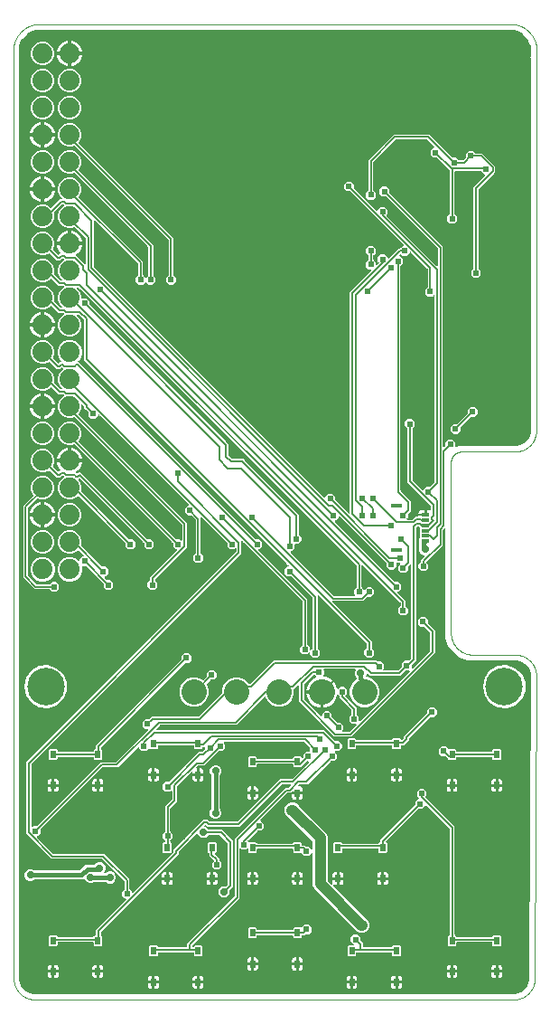
<source format=gbl>
G04 EAGLE Gerber RS-274X export*
G75*
%MOMM*%
%FSLAX34Y34*%
%LPD*%
%INBottom layer*%
%IPPOS*%
%AMOC8*
5,1,8,0,0,1.08239X$1,22.5*%
G01*
%ADD10C,0.001000*%
%ADD11R,0.700000X0.300000*%
%ADD12R,1.000000X0.300000*%
%ADD13C,1.879600*%
%ADD14C,3.516000*%
%ADD15R,0.500000X0.700000*%
%ADD16C,2.376000*%
%ADD17C,0.654800*%
%ADD18C,0.609600*%
%ADD19C,0.203200*%
%ADD20C,0.152400*%
%ADD21C,0.406400*%
%ADD22C,0.711200*%
%ADD23C,1.016000*%

G36*
X336124Y382220D02*
X336124Y382220D01*
X336215Y382228D01*
X336245Y382240D01*
X336277Y382245D01*
X336294Y382255D01*
X338505Y382226D01*
X338509Y382226D01*
X338515Y382226D01*
X468576Y382226D01*
X468598Y382229D01*
X468636Y382228D01*
X470843Y382401D01*
X470848Y382402D01*
X470853Y382402D01*
X471018Y382436D01*
X475217Y383795D01*
X475248Y383812D01*
X475283Y383820D01*
X475429Y383903D01*
X479005Y386490D01*
X479030Y386515D01*
X479060Y386534D01*
X479173Y386657D01*
X481778Y390220D01*
X481794Y390252D01*
X481817Y390279D01*
X481887Y390431D01*
X483268Y394623D01*
X483269Y394629D01*
X483271Y394634D01*
X483303Y394798D01*
X483488Y397004D01*
X483486Y397026D01*
X483490Y397063D01*
X483491Y397080D01*
X483491Y397081D01*
X484914Y679997D01*
X484911Y680020D01*
X484912Y680061D01*
X484738Y682274D01*
X484736Y682279D01*
X484737Y682285D01*
X484703Y682449D01*
X483334Y686661D01*
X483318Y686692D01*
X483309Y686727D01*
X483226Y686873D01*
X480624Y690455D01*
X480598Y690480D01*
X480579Y690511D01*
X480455Y690624D01*
X476873Y693226D01*
X476841Y693242D01*
X476813Y693265D01*
X476661Y693334D01*
X472449Y694703D01*
X472444Y694704D01*
X472439Y694706D01*
X472274Y694738D01*
X470060Y694912D01*
X470038Y694910D01*
X470000Y694914D01*
X426027Y694914D01*
X418469Y697370D01*
X412041Y702041D01*
X407370Y708469D01*
X404914Y716027D01*
X404914Y817355D01*
X404903Y817426D01*
X404901Y817497D01*
X404883Y817546D01*
X404875Y817598D01*
X404841Y817661D01*
X404816Y817728D01*
X404784Y817769D01*
X404759Y817815D01*
X404707Y817865D01*
X404663Y817921D01*
X404619Y817949D01*
X404581Y817985D01*
X404516Y818015D01*
X404456Y818054D01*
X404405Y818066D01*
X404358Y818088D01*
X404287Y818096D01*
X404217Y818114D01*
X404165Y818110D01*
X404114Y818115D01*
X404043Y818100D01*
X403972Y818094D01*
X403924Y818074D01*
X403873Y818063D01*
X403812Y818026D01*
X403746Y817998D01*
X403690Y817953D01*
X403662Y817937D01*
X403647Y817919D01*
X403615Y817893D01*
X402560Y816838D01*
X402507Y816764D01*
X402447Y816695D01*
X402435Y816665D01*
X402416Y816639D01*
X402389Y816551D01*
X402355Y816467D01*
X402351Y816426D01*
X402344Y816403D01*
X402345Y816371D01*
X402337Y816300D01*
X402337Y802328D01*
X400774Y800765D01*
X387182Y787173D01*
X387171Y787157D01*
X387155Y787145D01*
X387099Y787057D01*
X387039Y786974D01*
X387033Y786955D01*
X387022Y786938D01*
X386997Y786837D01*
X386966Y786739D01*
X386967Y786719D01*
X386962Y786699D01*
X386970Y786596D01*
X386973Y786493D01*
X386980Y786474D01*
X386981Y786454D01*
X387022Y786359D01*
X387057Y786262D01*
X387070Y786246D01*
X387078Y786228D01*
X387182Y786097D01*
X388748Y784532D01*
X388748Y780743D01*
X386069Y778065D01*
X382281Y778065D01*
X379602Y780743D01*
X379602Y784532D01*
X381665Y786595D01*
X381718Y786669D01*
X381778Y786738D01*
X381790Y786768D01*
X381809Y786794D01*
X381836Y786881D01*
X381870Y786966D01*
X381874Y787007D01*
X381881Y787029D01*
X381880Y787062D01*
X381888Y787133D01*
X381888Y788347D01*
X385165Y791624D01*
X385207Y791682D01*
X385257Y791734D01*
X385278Y791782D01*
X385309Y791824D01*
X385330Y791892D01*
X385360Y791958D01*
X385366Y792009D01*
X385381Y792059D01*
X385379Y792131D01*
X385387Y792202D01*
X385376Y792253D01*
X385375Y792305D01*
X385350Y792372D01*
X385335Y792442D01*
X385308Y792487D01*
X385290Y792536D01*
X385246Y792592D01*
X385209Y792653D01*
X385169Y792687D01*
X385137Y792728D01*
X385076Y792767D01*
X385022Y792813D01*
X384974Y792833D01*
X384930Y792861D01*
X384860Y792878D01*
X384794Y792905D01*
X384722Y792913D01*
X384691Y792921D01*
X384668Y792919D01*
X384660Y792920D01*
X382597Y793775D01*
X381025Y795347D01*
X380174Y797401D01*
X380174Y798038D01*
X380159Y798128D01*
X380152Y798219D01*
X380139Y798248D01*
X380134Y798280D01*
X380110Y798325D01*
X380110Y803073D01*
X380100Y803135D01*
X380100Y803198D01*
X380080Y803256D01*
X380071Y803316D01*
X380041Y803372D01*
X380021Y803431D01*
X379994Y803471D01*
X380089Y804736D01*
X380087Y804757D01*
X380091Y804793D01*
X380091Y808450D01*
X380376Y808735D01*
X380419Y808795D01*
X380461Y808839D01*
X380468Y808855D01*
X380489Y808878D01*
X380501Y808909D01*
X380520Y808935D01*
X380547Y809022D01*
X380550Y809030D01*
X380565Y809062D01*
X380566Y809069D01*
X380581Y809107D01*
X380585Y809147D01*
X380592Y809170D01*
X380591Y809202D01*
X380599Y809273D01*
X380599Y813344D01*
X380615Y813406D01*
X380645Y813504D01*
X380645Y813524D01*
X380650Y813544D01*
X380642Y813647D01*
X380639Y813750D01*
X380632Y813769D01*
X380631Y813789D01*
X380599Y813862D01*
X380599Y818344D01*
X380615Y818406D01*
X380645Y818504D01*
X380645Y818524D01*
X380650Y818544D01*
X380642Y818647D01*
X380639Y818750D01*
X380632Y818769D01*
X380631Y818789D01*
X380599Y818862D01*
X380599Y819176D01*
X380597Y819191D01*
X380598Y819203D01*
X380585Y819264D01*
X380585Y819267D01*
X380577Y819357D01*
X380565Y819387D01*
X380560Y819419D01*
X380517Y819500D01*
X380481Y819584D01*
X380455Y819616D01*
X380444Y819637D01*
X380421Y819659D01*
X380376Y819715D01*
X380276Y819815D01*
X380202Y819868D01*
X380132Y819928D01*
X380102Y819940D01*
X380076Y819959D01*
X379989Y819986D01*
X379904Y820020D01*
X379863Y820024D01*
X379841Y820031D01*
X379809Y820030D01*
X379737Y820038D01*
X379088Y820038D01*
X378997Y820024D01*
X378907Y820016D01*
X378877Y820004D01*
X378845Y819999D01*
X378764Y819956D01*
X378680Y819920D01*
X378648Y819894D01*
X378627Y819883D01*
X378605Y819860D01*
X378549Y819815D01*
X377604Y818870D01*
X377551Y818796D01*
X377492Y818727D01*
X377479Y818697D01*
X377461Y818671D01*
X377434Y818584D01*
X377400Y818499D01*
X377395Y818458D01*
X377388Y818435D01*
X377389Y818403D01*
X377381Y818332D01*
X377381Y694568D01*
X373350Y690537D01*
X373297Y690463D01*
X373237Y690393D01*
X373225Y690363D01*
X373206Y690337D01*
X373179Y690250D01*
X373145Y690165D01*
X373141Y690124D01*
X373134Y690102D01*
X373135Y690070D01*
X373127Y689998D01*
X373127Y687761D01*
X373138Y687690D01*
X373140Y687619D01*
X373158Y687570D01*
X373166Y687518D01*
X373200Y687455D01*
X373225Y687388D01*
X373257Y687347D01*
X373282Y687301D01*
X373334Y687251D01*
X373378Y687195D01*
X373422Y687167D01*
X373460Y687131D01*
X373525Y687101D01*
X373585Y687062D01*
X373636Y687050D01*
X373683Y687028D01*
X373754Y687020D01*
X373824Y687002D01*
X373876Y687006D01*
X373927Y687001D01*
X373998Y687016D01*
X374069Y687022D01*
X374117Y687042D01*
X374168Y687053D01*
X374229Y687090D01*
X374295Y687118D01*
X374351Y687163D01*
X374379Y687179D01*
X374394Y687197D01*
X374426Y687223D01*
X390301Y703098D01*
X390354Y703172D01*
X390414Y703241D01*
X390426Y703271D01*
X390445Y703297D01*
X390472Y703384D01*
X390506Y703469D01*
X390510Y703510D01*
X390517Y703533D01*
X390516Y703565D01*
X390524Y703636D01*
X390524Y720415D01*
X390510Y720505D01*
X390502Y720596D01*
X390490Y720626D01*
X390485Y720658D01*
X390442Y720738D01*
X390406Y720822D01*
X390380Y720854D01*
X390369Y720875D01*
X390346Y720897D01*
X390301Y720953D01*
X385229Y726026D01*
X385155Y726079D01*
X385085Y726138D01*
X385055Y726151D01*
X385029Y726169D01*
X384942Y726196D01*
X384857Y726230D01*
X384816Y726235D01*
X384794Y726242D01*
X384762Y726241D01*
X384690Y726249D01*
X381773Y726249D01*
X379094Y728927D01*
X379094Y732716D01*
X381773Y735394D01*
X385561Y735394D01*
X388240Y732716D01*
X388240Y729798D01*
X388254Y729708D01*
X388262Y729617D01*
X388274Y729587D01*
X388279Y729555D01*
X388322Y729475D01*
X388358Y729391D01*
X388384Y729359D01*
X388395Y729338D01*
X388418Y729316D01*
X388463Y729260D01*
X395098Y722625D01*
X395098Y701426D01*
X316860Y623188D01*
X300678Y623188D01*
X269151Y654715D01*
X267588Y656278D01*
X267588Y670504D01*
X267577Y670575D01*
X267575Y670646D01*
X267557Y670695D01*
X267549Y670747D01*
X267515Y670810D01*
X267490Y670877D01*
X267458Y670918D01*
X267433Y670964D01*
X267381Y671014D01*
X267337Y671070D01*
X267293Y671098D01*
X267255Y671134D01*
X267190Y671164D01*
X267130Y671203D01*
X267079Y671215D01*
X267032Y671237D01*
X266961Y671245D01*
X266891Y671263D01*
X266839Y671259D01*
X266788Y671264D01*
X266717Y671249D01*
X266646Y671243D01*
X266598Y671223D01*
X266547Y671212D01*
X266486Y671175D01*
X266420Y671147D01*
X266364Y671102D01*
X266336Y671086D01*
X266321Y671068D01*
X266289Y671042D01*
X264447Y669201D01*
X262748Y667501D01*
X262695Y667427D01*
X262635Y667358D01*
X262623Y667328D01*
X262604Y667302D01*
X262577Y667215D01*
X262543Y667130D01*
X262539Y667089D01*
X262532Y667066D01*
X262533Y667034D01*
X262525Y666963D01*
X262525Y662214D01*
X260484Y657287D01*
X256713Y653516D01*
X251786Y651475D01*
X246214Y651475D01*
X241287Y653516D01*
X237516Y657287D01*
X236306Y660208D01*
X236282Y660247D01*
X236266Y660291D01*
X236217Y660351D01*
X236176Y660417D01*
X236141Y660447D01*
X236112Y660483D01*
X236047Y660525D01*
X235987Y660574D01*
X235944Y660591D01*
X235905Y660616D01*
X235830Y660635D01*
X235757Y660662D01*
X235711Y660664D01*
X235667Y660676D01*
X235589Y660670D01*
X235511Y660673D01*
X235467Y660660D01*
X235422Y660656D01*
X235350Y660626D01*
X235275Y660604D01*
X235237Y660578D01*
X235195Y660560D01*
X235089Y660475D01*
X235073Y660464D01*
X235070Y660460D01*
X235064Y660455D01*
X208910Y634301D01*
X137788Y634301D01*
X137697Y634286D01*
X137607Y634279D01*
X137577Y634266D01*
X137545Y634261D01*
X137464Y634218D01*
X137380Y634183D01*
X137348Y634157D01*
X137327Y634146D01*
X137305Y634123D01*
X137249Y634078D01*
X133820Y630649D01*
X133778Y630591D01*
X133729Y630539D01*
X133707Y630491D01*
X133677Y630449D01*
X133656Y630381D01*
X133625Y630315D01*
X133620Y630264D01*
X133604Y630214D01*
X133606Y630142D01*
X133598Y630071D01*
X133609Y630020D01*
X133611Y629968D01*
X133635Y629901D01*
X133650Y629831D01*
X133677Y629786D01*
X133695Y629737D01*
X133740Y629681D01*
X133777Y629620D01*
X133816Y629586D01*
X133849Y629545D01*
X133909Y629506D01*
X133964Y629460D01*
X134012Y629440D01*
X134056Y629412D01*
X134125Y629395D01*
X134192Y629368D01*
X134263Y629360D01*
X134294Y629352D01*
X134318Y629354D01*
X134358Y629349D01*
X291460Y629349D01*
X293022Y627787D01*
X301651Y619158D01*
X301725Y619105D01*
X301794Y619046D01*
X301824Y619034D01*
X301850Y619015D01*
X301937Y618988D01*
X302022Y618954D01*
X302063Y618949D01*
X302086Y618942D01*
X302118Y618943D01*
X302189Y618935D01*
X305107Y618935D01*
X307785Y616257D01*
X307785Y612468D01*
X305107Y609790D01*
X301802Y609790D01*
X301732Y609778D01*
X301660Y609776D01*
X301611Y609758D01*
X301560Y609750D01*
X301496Y609716D01*
X301429Y609692D01*
X301388Y609659D01*
X301342Y609635D01*
X301293Y609583D01*
X301237Y609538D01*
X301209Y609494D01*
X301173Y609457D01*
X301143Y609392D01*
X301104Y609331D01*
X301091Y609281D01*
X301069Y609234D01*
X301061Y609162D01*
X301044Y609093D01*
X301048Y609041D01*
X301042Y608989D01*
X301057Y608919D01*
X301063Y608848D01*
X301083Y608800D01*
X301094Y608749D01*
X301131Y608687D01*
X301159Y608621D01*
X301204Y608565D01*
X301221Y608538D01*
X301238Y608522D01*
X301264Y608490D01*
X303023Y606732D01*
X303023Y602943D01*
X300344Y600265D01*
X297427Y600265D01*
X297336Y600250D01*
X297246Y600243D01*
X297216Y600230D01*
X297184Y600225D01*
X297103Y600182D01*
X297019Y600147D01*
X296987Y600121D01*
X296966Y600110D01*
X296944Y600087D01*
X296888Y600042D01*
X275585Y578738D01*
X267963Y578738D01*
X267873Y578724D01*
X267782Y578716D01*
X267752Y578704D01*
X267720Y578699D01*
X267639Y578656D01*
X267555Y578620D01*
X267523Y578594D01*
X267502Y578583D01*
X267480Y578560D01*
X267424Y578515D01*
X266749Y577840D01*
X266707Y577782D01*
X266658Y577730D01*
X266636Y577683D01*
X266606Y577641D01*
X266585Y577572D01*
X266554Y577507D01*
X266549Y577455D01*
X266533Y577405D01*
X266535Y577334D01*
X266527Y577263D01*
X266538Y577212D01*
X266540Y577160D01*
X266564Y577092D01*
X266579Y577022D01*
X266606Y576977D01*
X266624Y576929D01*
X266669Y576873D01*
X266706Y576811D01*
X266745Y576777D01*
X266778Y576737D01*
X266838Y576698D01*
X266893Y576651D01*
X266941Y576632D01*
X266985Y576604D01*
X267054Y576586D01*
X267121Y576559D01*
X267192Y576551D01*
X267223Y576543D01*
X267247Y576545D01*
X267287Y576541D01*
X268834Y576541D01*
X269481Y576368D01*
X270060Y576033D01*
X270533Y575560D01*
X270868Y574981D01*
X271041Y574334D01*
X271041Y571749D01*
X266488Y571749D01*
X266469Y571746D01*
X266449Y571748D01*
X266347Y571726D01*
X266245Y571710D01*
X266228Y571700D01*
X266208Y571696D01*
X266119Y571643D01*
X266028Y571594D01*
X266014Y571580D01*
X265997Y571570D01*
X265994Y571566D01*
X265940Y571618D01*
X265922Y571626D01*
X265907Y571639D01*
X265810Y571678D01*
X265717Y571721D01*
X265697Y571723D01*
X265679Y571731D01*
X265512Y571749D01*
X260974Y571749D01*
X260883Y571735D01*
X260793Y571727D01*
X260763Y571715D01*
X260731Y571710D01*
X260650Y571667D01*
X260566Y571631D01*
X260534Y571605D01*
X260513Y571594D01*
X260491Y571571D01*
X260435Y571526D01*
X259710Y570801D01*
X256850Y570801D01*
X256760Y570786D01*
X256669Y570779D01*
X256639Y570766D01*
X256607Y570761D01*
X256527Y570718D01*
X256443Y570683D01*
X256411Y570657D01*
X256390Y570646D01*
X256368Y570623D01*
X256312Y570578D01*
X231356Y545622D01*
X231314Y545564D01*
X231265Y545512D01*
X231243Y545465D01*
X231213Y545423D01*
X231192Y545354D01*
X231161Y545289D01*
X231156Y545237D01*
X231140Y545187D01*
X231142Y545116D01*
X231134Y545045D01*
X231145Y544994D01*
X231147Y544942D01*
X231171Y544874D01*
X231186Y544804D01*
X231213Y544759D01*
X231231Y544711D01*
X231276Y544655D01*
X231313Y544593D01*
X231352Y544559D01*
X231385Y544519D01*
X231445Y544480D01*
X231500Y544433D01*
X231548Y544414D01*
X231592Y544386D01*
X231661Y544368D01*
X231728Y544341D01*
X231799Y544333D01*
X231830Y544325D01*
X231854Y544327D01*
X231894Y544323D01*
X232082Y544323D01*
X234760Y541644D01*
X234760Y537856D01*
X232082Y535177D01*
X229164Y535177D01*
X229074Y535163D01*
X228983Y535155D01*
X228953Y535143D01*
X228921Y535138D01*
X228841Y535095D01*
X228757Y535059D01*
X228725Y535033D01*
X228704Y535022D01*
X228682Y534999D01*
X228626Y534954D01*
X219701Y526030D01*
X219690Y526014D01*
X219674Y526001D01*
X219618Y525914D01*
X219558Y525830D01*
X219552Y525811D01*
X219541Y525794D01*
X219516Y525694D01*
X219485Y525595D01*
X219486Y525575D01*
X219481Y525556D01*
X219489Y525453D01*
X219492Y525349D01*
X219498Y525330D01*
X219500Y525310D01*
X219540Y525216D01*
X219576Y525118D01*
X219589Y525102D01*
X219596Y525084D01*
X219701Y524953D01*
X219961Y524694D01*
X219977Y524682D01*
X219990Y524666D01*
X220077Y524610D01*
X220160Y524550D01*
X220180Y524544D01*
X220196Y524533D01*
X220297Y524508D01*
X220396Y524478D01*
X220416Y524478D01*
X220435Y524473D01*
X220538Y524481D01*
X220641Y524484D01*
X220660Y524491D01*
X220680Y524492D01*
X220756Y524525D01*
X227132Y524525D01*
X228047Y523609D01*
X228048Y523607D01*
X228064Y523505D01*
X228074Y523488D01*
X228078Y523468D01*
X228131Y523379D01*
X228180Y523288D01*
X228194Y523274D01*
X228204Y523257D01*
X228283Y523190D01*
X228358Y523118D01*
X228376Y523110D01*
X228391Y523097D01*
X228487Y523058D01*
X228581Y523015D01*
X228601Y523013D01*
X228619Y523005D01*
X228786Y522987D01*
X261214Y522987D01*
X261234Y522990D01*
X261253Y522988D01*
X261355Y523010D01*
X261457Y523026D01*
X261474Y523036D01*
X261494Y523040D01*
X261583Y523093D01*
X261674Y523142D01*
X261688Y523156D01*
X261705Y523166D01*
X261772Y523245D01*
X261844Y523320D01*
X261852Y523338D01*
X261865Y523353D01*
X261904Y523449D01*
X261947Y523543D01*
X261949Y523563D01*
X261957Y523581D01*
X261961Y523617D01*
X262868Y524525D01*
X269132Y524525D01*
X270025Y523632D01*
X270025Y522160D01*
X270028Y522141D01*
X270026Y522121D01*
X270048Y522020D01*
X270064Y521918D01*
X270074Y521900D01*
X270078Y521881D01*
X270131Y521792D01*
X270180Y521700D01*
X270194Y521687D01*
X270204Y521670D01*
X270283Y521602D01*
X270358Y521531D01*
X270376Y521523D01*
X270391Y521510D01*
X270487Y521471D01*
X270581Y521427D01*
X270601Y521425D01*
X270619Y521418D01*
X270786Y521399D01*
X272410Y521399D01*
X273076Y520733D01*
X273150Y520680D01*
X273219Y520621D01*
X273249Y520608D01*
X273275Y520590D01*
X273362Y520563D01*
X273447Y520529D01*
X273488Y520524D01*
X273511Y520517D01*
X273543Y520518D01*
X273614Y520510D01*
X276532Y520510D01*
X279116Y517926D01*
X279174Y517884D01*
X279226Y517835D01*
X279246Y517826D01*
X279254Y517819D01*
X279280Y517808D01*
X279315Y517783D01*
X279384Y517761D01*
X279449Y517731D01*
X279479Y517728D01*
X279482Y517727D01*
X279505Y517724D01*
X279551Y517710D01*
X279616Y517712D01*
X279649Y517708D01*
X279654Y517708D01*
X279655Y517708D01*
X279693Y517704D01*
X279744Y517715D01*
X279796Y517717D01*
X279864Y517741D01*
X279890Y517747D01*
X279897Y517748D01*
X279898Y517749D01*
X279934Y517756D01*
X279979Y517783D01*
X280027Y517801D01*
X280083Y517846D01*
X280098Y517854D01*
X280114Y517863D01*
X280117Y517866D01*
X280145Y517883D01*
X280179Y517922D01*
X280219Y517955D01*
X280258Y518014D01*
X280284Y518041D01*
X280287Y518048D01*
X280305Y518069D01*
X280324Y518118D01*
X280352Y518162D01*
X280368Y518223D01*
X280387Y518264D01*
X280389Y518277D01*
X280397Y518298D01*
X280405Y518369D01*
X280413Y518400D01*
X280411Y518423D01*
X280415Y518464D01*
X280415Y525058D01*
X280401Y525149D01*
X280393Y525239D01*
X280381Y525269D01*
X280376Y525301D01*
X280333Y525382D01*
X280297Y525466D01*
X280271Y525498D01*
X280260Y525519D01*
X280237Y525541D01*
X280192Y525597D01*
X257624Y548165D01*
X257570Y548204D01*
X257524Y548250D01*
X257451Y548290D01*
X257424Y548309D01*
X257405Y548315D01*
X257377Y548330D01*
X257083Y548452D01*
X255082Y550453D01*
X253999Y553067D01*
X253999Y555897D01*
X255082Y558511D01*
X257083Y560512D01*
X259697Y561595D01*
X262781Y561595D01*
X265395Y560512D01*
X267503Y558404D01*
X291450Y534457D01*
X293558Y532349D01*
X294641Y529735D01*
X294641Y488656D01*
X294655Y488565D01*
X294663Y488475D01*
X294675Y488445D01*
X294680Y488413D01*
X294723Y488332D01*
X294759Y488248D01*
X294785Y488216D01*
X294796Y488195D01*
X294819Y488173D01*
X294864Y488117D01*
X298009Y484972D01*
X298029Y484958D01*
X298044Y484939D01*
X298128Y484886D01*
X298209Y484828D01*
X298232Y484821D01*
X298252Y484808D01*
X298349Y484785D01*
X298444Y484756D01*
X298468Y484756D01*
X298492Y484751D01*
X298590Y484760D01*
X298690Y484762D01*
X298713Y484771D01*
X298737Y484773D01*
X298827Y484812D01*
X298921Y484847D01*
X298940Y484862D01*
X298962Y484871D01*
X299035Y484938D01*
X299113Y485000D01*
X299126Y485021D01*
X299144Y485037D01*
X299192Y485124D01*
X299246Y485207D01*
X299252Y485231D01*
X299264Y485252D01*
X299282Y485349D01*
X299306Y485446D01*
X299304Y485470D01*
X299309Y485494D01*
X299295Y485592D01*
X299287Y485691D01*
X299277Y485713D01*
X299274Y485737D01*
X299207Y485891D01*
X299132Y486019D01*
X298959Y486666D01*
X298959Y489251D01*
X302751Y489251D01*
X302751Y484459D01*
X301166Y484459D01*
X300519Y484632D01*
X300391Y484707D01*
X300368Y484715D01*
X300349Y484729D01*
X300254Y484759D01*
X300161Y484794D01*
X300137Y484795D01*
X300113Y484802D01*
X300014Y484799D01*
X299915Y484803D01*
X299892Y484796D01*
X299868Y484795D01*
X299774Y484761D01*
X299679Y484733D01*
X299659Y484719D01*
X299637Y484711D01*
X299559Y484649D01*
X299478Y484592D01*
X299463Y484572D01*
X299445Y484557D01*
X299391Y484474D01*
X299332Y484394D01*
X299325Y484371D01*
X299312Y484350D01*
X299287Y484254D01*
X299257Y484159D01*
X299257Y484135D01*
X299251Y484112D01*
X299259Y484013D01*
X299261Y483913D01*
X299269Y483890D01*
X299271Y483866D01*
X299309Y483775D01*
X299343Y483681D01*
X299358Y483662D01*
X299367Y483640D01*
X299472Y483509D01*
X329878Y453103D01*
X329932Y453064D01*
X329978Y453018D01*
X330051Y452978D01*
X330078Y452959D01*
X330097Y452953D01*
X330125Y452938D01*
X330419Y452816D01*
X332420Y450815D01*
X333503Y448201D01*
X333503Y445371D01*
X332420Y442757D01*
X330419Y440756D01*
X327805Y439673D01*
X324721Y439673D01*
X322107Y440756D01*
X281498Y481365D01*
X280415Y483979D01*
X280415Y513411D01*
X280404Y513481D01*
X280402Y513553D01*
X280384Y513602D01*
X280376Y513653D01*
X280342Y513717D01*
X280317Y513784D01*
X280285Y513825D01*
X280260Y513871D01*
X280208Y513920D01*
X280164Y513976D01*
X280120Y514004D01*
X280082Y514040D01*
X280017Y514070D01*
X279957Y514109D01*
X279906Y514122D01*
X279859Y514144D01*
X279788Y514152D01*
X279718Y514169D01*
X279666Y514165D01*
X279615Y514171D01*
X279544Y514156D01*
X279473Y514150D01*
X279425Y514130D01*
X279374Y514119D01*
X279313Y514082D01*
X279247Y514054D01*
X279191Y514009D01*
X279163Y513992D01*
X279148Y513975D01*
X279116Y513949D01*
X276532Y511365D01*
X272743Y511365D01*
X269856Y514252D01*
X269782Y514305D01*
X269712Y514365D01*
X269682Y514377D01*
X269656Y514396D01*
X269569Y514423D01*
X269484Y514457D01*
X269443Y514461D01*
X269421Y514468D01*
X269389Y514467D01*
X269318Y514475D01*
X262868Y514475D01*
X261975Y515368D01*
X261975Y517652D01*
X261972Y517672D01*
X261974Y517691D01*
X261952Y517793D01*
X261936Y517895D01*
X261926Y517912D01*
X261922Y517932D01*
X261869Y518021D01*
X261820Y518112D01*
X261806Y518126D01*
X261796Y518143D01*
X261717Y518210D01*
X261642Y518282D01*
X261624Y518290D01*
X261609Y518303D01*
X261513Y518342D01*
X261419Y518385D01*
X261399Y518387D01*
X261381Y518395D01*
X261214Y518413D01*
X228786Y518413D01*
X228766Y518410D01*
X228747Y518412D01*
X228645Y518390D01*
X228543Y518374D01*
X228526Y518364D01*
X228506Y518360D01*
X228417Y518307D01*
X228326Y518258D01*
X228312Y518244D01*
X228295Y518234D01*
X228228Y518155D01*
X228156Y518080D01*
X228148Y518062D01*
X228135Y518047D01*
X228096Y517951D01*
X228053Y517857D01*
X228051Y517837D01*
X228043Y517819D01*
X228025Y517652D01*
X228025Y515368D01*
X227132Y514475D01*
X220868Y514475D01*
X219975Y515368D01*
X219975Y518058D01*
X219964Y518129D01*
X219962Y518201D01*
X219944Y518250D01*
X219936Y518301D01*
X219902Y518364D01*
X219877Y518432D01*
X219845Y518472D01*
X219820Y518518D01*
X219768Y518568D01*
X219724Y518624D01*
X219680Y518652D01*
X219642Y518688D01*
X219577Y518718D01*
X219517Y518757D01*
X219466Y518769D01*
X219419Y518791D01*
X219348Y518799D01*
X219278Y518817D01*
X219226Y518813D01*
X219175Y518818D01*
X219104Y518803D01*
X219033Y518798D01*
X218985Y518777D01*
X218934Y518766D01*
X218873Y518729D01*
X218807Y518701D01*
X218751Y518656D01*
X218723Y518640D01*
X218708Y518622D01*
X218676Y518596D01*
X217794Y517715D01*
X214006Y517715D01*
X213136Y518584D01*
X213078Y518626D01*
X213026Y518676D01*
X212979Y518698D01*
X212937Y518728D01*
X212868Y518749D01*
X212803Y518779D01*
X212751Y518785D01*
X212701Y518800D01*
X212630Y518798D01*
X212559Y518806D01*
X212508Y518795D01*
X212456Y518794D01*
X212388Y518769D01*
X212318Y518754D01*
X212273Y518727D01*
X212225Y518710D01*
X212169Y518665D01*
X212107Y518628D01*
X212073Y518588D01*
X212033Y518556D01*
X211994Y518496D01*
X211947Y518441D01*
X211928Y518393D01*
X211900Y518349D01*
X211882Y518279D01*
X211855Y518213D01*
X211847Y518142D01*
X211839Y518110D01*
X211841Y518087D01*
X211837Y518046D01*
X211837Y472128D01*
X167610Y427901D01*
X167557Y427827D01*
X167497Y427757D01*
X167485Y427727D01*
X167466Y427701D01*
X167439Y427614D01*
X167405Y427529D01*
X167401Y427488D01*
X167394Y427466D01*
X167395Y427434D01*
X167387Y427362D01*
X167387Y426910D01*
X167390Y426891D01*
X167388Y426871D01*
X167410Y426770D01*
X167426Y426668D01*
X167436Y426650D01*
X167440Y426631D01*
X167493Y426542D01*
X167542Y426450D01*
X167556Y426437D01*
X167566Y426420D01*
X167645Y426352D01*
X167720Y426281D01*
X167738Y426273D01*
X167753Y426260D01*
X167849Y426221D01*
X167943Y426177D01*
X167963Y426175D01*
X167981Y426168D01*
X168148Y426149D01*
X168214Y426149D01*
X168234Y426152D01*
X168253Y426150D01*
X168355Y426172D01*
X168457Y426189D01*
X168474Y426198D01*
X168494Y426203D01*
X168583Y426256D01*
X168674Y426304D01*
X168688Y426318D01*
X168705Y426329D01*
X168772Y426407D01*
X168844Y426482D01*
X168852Y426500D01*
X168865Y426516D01*
X168869Y426525D01*
X169868Y427525D01*
X176132Y427525D01*
X177025Y426632D01*
X177025Y418368D01*
X176132Y417475D01*
X169868Y417475D01*
X168975Y418368D01*
X168975Y420815D01*
X168972Y420834D01*
X168974Y420854D01*
X168952Y420955D01*
X168936Y421057D01*
X168926Y421075D01*
X168922Y421094D01*
X168869Y421183D01*
X168820Y421275D01*
X168806Y421288D01*
X168796Y421305D01*
X168717Y421373D01*
X168642Y421444D01*
X168624Y421452D01*
X168609Y421465D01*
X168513Y421504D01*
X168419Y421548D01*
X168399Y421550D01*
X168381Y421557D01*
X168214Y421576D01*
X135786Y421576D01*
X135766Y421573D01*
X135747Y421575D01*
X135645Y421553D01*
X135543Y421536D01*
X135526Y421527D01*
X135506Y421522D01*
X135417Y421469D01*
X135326Y421421D01*
X135312Y421407D01*
X135295Y421396D01*
X135228Y421318D01*
X135156Y421243D01*
X135148Y421225D01*
X135135Y421209D01*
X135096Y421113D01*
X135053Y421020D01*
X135051Y421000D01*
X135043Y420981D01*
X135025Y420815D01*
X135025Y418368D01*
X134132Y417475D01*
X127868Y417475D01*
X126975Y418368D01*
X126975Y426632D01*
X127868Y427525D01*
X134132Y427525D01*
X135150Y426506D01*
X135180Y426450D01*
X135194Y426437D01*
X135204Y426420D01*
X135283Y426352D01*
X135358Y426281D01*
X135376Y426273D01*
X135391Y426260D01*
X135487Y426221D01*
X135581Y426177D01*
X135601Y426175D01*
X135619Y426168D01*
X135786Y426149D01*
X162052Y426149D01*
X162072Y426152D01*
X162091Y426150D01*
X162193Y426172D01*
X162295Y426189D01*
X162312Y426198D01*
X162332Y426203D01*
X162421Y426256D01*
X162512Y426304D01*
X162526Y426318D01*
X162543Y426329D01*
X162610Y426407D01*
X162682Y426482D01*
X162690Y426500D01*
X162703Y426516D01*
X162742Y426612D01*
X162785Y426705D01*
X162787Y426725D01*
X162795Y426744D01*
X162813Y426910D01*
X162813Y429572D01*
X207040Y473799D01*
X207085Y473862D01*
X207111Y473889D01*
X207116Y473899D01*
X207153Y473943D01*
X207165Y473973D01*
X207184Y473999D01*
X207211Y474086D01*
X207245Y474171D01*
X207249Y474212D01*
X207256Y474234D01*
X207255Y474266D01*
X207263Y474338D01*
X207263Y527997D01*
X254640Y575374D01*
X257500Y575374D01*
X257590Y575389D01*
X257681Y575396D01*
X257711Y575409D01*
X257743Y575414D01*
X257823Y575457D01*
X257907Y575492D01*
X257939Y575518D01*
X257960Y575529D01*
X257982Y575552D01*
X258038Y575597D01*
X259880Y577439D01*
X259922Y577497D01*
X259971Y577549D01*
X259993Y577596D01*
X260023Y577638D01*
X260044Y577707D01*
X260075Y577772D01*
X260080Y577824D01*
X260096Y577874D01*
X260094Y577945D01*
X260102Y578016D01*
X260091Y578067D01*
X260089Y578119D01*
X260065Y578187D01*
X260050Y578257D01*
X260023Y578302D01*
X260005Y578350D01*
X259960Y578406D01*
X259923Y578468D01*
X259884Y578502D01*
X259851Y578542D01*
X259791Y578581D01*
X259736Y578628D01*
X259688Y578647D01*
X259644Y578675D01*
X259575Y578693D01*
X259508Y578720D01*
X259437Y578728D01*
X259406Y578736D01*
X259382Y578734D01*
X259342Y578738D01*
X252088Y578738D01*
X251997Y578724D01*
X251907Y578716D01*
X251877Y578704D01*
X251845Y578699D01*
X251764Y578656D01*
X251680Y578620D01*
X251648Y578594D01*
X251627Y578583D01*
X251605Y578560D01*
X251549Y578515D01*
X212085Y539051D01*
X181615Y539051D01*
X180497Y540169D01*
X180481Y540180D01*
X180469Y540196D01*
X180382Y540252D01*
X180298Y540312D01*
X180279Y540318D01*
X180262Y540329D01*
X180161Y540354D01*
X180062Y540385D01*
X180043Y540384D01*
X180023Y540389D01*
X179920Y540381D01*
X179817Y540378D01*
X179798Y540372D01*
X179778Y540370D01*
X179683Y540329D01*
X179586Y540294D01*
X179570Y540281D01*
X179552Y540274D01*
X179421Y540169D01*
X179032Y539780D01*
X178990Y539722D01*
X178941Y539670D01*
X178919Y539623D01*
X178889Y539581D01*
X178868Y539512D01*
X178837Y539447D01*
X178832Y539395D01*
X178816Y539345D01*
X178818Y539274D01*
X178810Y539203D01*
X178821Y539152D01*
X178823Y539100D01*
X178847Y539032D01*
X178862Y538962D01*
X178889Y538917D01*
X178907Y538869D01*
X178952Y538813D01*
X178989Y538751D01*
X179028Y538717D01*
X179061Y538677D01*
X179121Y538638D01*
X179176Y538591D01*
X179224Y538572D01*
X179268Y538544D01*
X179337Y538526D01*
X179404Y538499D01*
X179475Y538491D01*
X179506Y538483D01*
X179530Y538485D01*
X179570Y538481D01*
X179905Y538481D01*
X182222Y536164D01*
X182295Y536111D01*
X182365Y536051D01*
X182395Y536039D01*
X182421Y536020D01*
X182508Y535993D01*
X182593Y535959D01*
X182634Y535955D01*
X182656Y535948D01*
X182689Y535949D01*
X182760Y535941D01*
X195362Y535941D01*
X205741Y525562D01*
X205741Y483072D01*
X202408Y479739D01*
X202355Y479665D01*
X202295Y479595D01*
X202283Y479565D01*
X202264Y479539D01*
X202237Y479452D01*
X202203Y479367D01*
X202199Y479326D01*
X202192Y479304D01*
X202193Y479272D01*
X202185Y479200D01*
X202185Y475923D01*
X199209Y472947D01*
X194999Y472947D01*
X192023Y475923D01*
X192023Y480133D01*
X194999Y483109D01*
X198276Y483109D01*
X198366Y483123D01*
X198457Y483131D01*
X198487Y483143D01*
X198519Y483148D01*
X198600Y483191D01*
X198684Y483227D01*
X198716Y483253D01*
X198736Y483264D01*
X198759Y483287D01*
X198815Y483332D01*
X200436Y484953D01*
X200489Y485027D01*
X200549Y485097D01*
X200561Y485127D01*
X200580Y485153D01*
X200607Y485240D01*
X200641Y485325D01*
X200645Y485366D01*
X200652Y485388D01*
X200651Y485420D01*
X200659Y485492D01*
X200659Y523142D01*
X200645Y523232D01*
X200637Y523323D01*
X200625Y523353D01*
X200620Y523385D01*
X200577Y523466D01*
X200541Y523550D01*
X200515Y523582D01*
X200504Y523602D01*
X200481Y523625D01*
X200436Y523681D01*
X193481Y530636D01*
X193407Y530689D01*
X193337Y530749D01*
X193307Y530761D01*
X193281Y530780D01*
X193194Y530807D01*
X193109Y530841D01*
X193068Y530845D01*
X193046Y530852D01*
X193014Y530851D01*
X192942Y530859D01*
X182760Y530859D01*
X182670Y530845D01*
X182579Y530837D01*
X182549Y530825D01*
X182517Y530820D01*
X182436Y530777D01*
X182353Y530741D01*
X182320Y530715D01*
X182300Y530704D01*
X182278Y530681D01*
X182222Y530636D01*
X179905Y528319D01*
X175695Y528319D01*
X172719Y531295D01*
X172719Y531630D01*
X172708Y531700D01*
X172706Y531772D01*
X172688Y531821D01*
X172680Y531872D01*
X172646Y531936D01*
X172621Y532003D01*
X172589Y532044D01*
X172564Y532090D01*
X172512Y532139D01*
X172468Y532195D01*
X172424Y532223D01*
X172386Y532259D01*
X172321Y532289D01*
X172261Y532328D01*
X172210Y532341D01*
X172163Y532363D01*
X172092Y532371D01*
X172022Y532388D01*
X171970Y532384D01*
X171919Y532390D01*
X171848Y532375D01*
X171777Y532369D01*
X171729Y532349D01*
X171678Y532338D01*
X171617Y532301D01*
X171551Y532273D01*
X171495Y532228D01*
X171467Y532211D01*
X171452Y532194D01*
X171420Y532168D01*
X154910Y515658D01*
X154857Y515584D01*
X154797Y515514D01*
X154785Y515484D01*
X154766Y515458D01*
X154739Y515371D01*
X154705Y515286D01*
X154701Y515245D01*
X154694Y515223D01*
X154695Y515191D01*
X154687Y515119D01*
X154687Y513403D01*
X81885Y440601D01*
X81838Y440535D01*
X81793Y440489D01*
X81787Y440475D01*
X81772Y440457D01*
X81760Y440427D01*
X81741Y440401D01*
X81719Y440327D01*
X81690Y440266D01*
X81688Y440248D01*
X81680Y440229D01*
X81676Y440188D01*
X81669Y440166D01*
X81670Y440134D01*
X81662Y440062D01*
X81662Y438286D01*
X81665Y438266D01*
X81663Y438247D01*
X81685Y438145D01*
X81701Y438043D01*
X81711Y438026D01*
X81715Y438006D01*
X81768Y437917D01*
X81817Y437826D01*
X81831Y437812D01*
X81841Y437795D01*
X81920Y437728D01*
X81995Y437656D01*
X82004Y437652D01*
X83025Y436632D01*
X83025Y428368D01*
X82132Y427475D01*
X75868Y427475D01*
X74975Y428368D01*
X74975Y430340D01*
X74972Y430359D01*
X74974Y430379D01*
X74952Y430480D01*
X74936Y430582D01*
X74926Y430600D01*
X74922Y430619D01*
X74869Y430708D01*
X74820Y430800D01*
X74806Y430813D01*
X74796Y430830D01*
X74717Y430898D01*
X74642Y430969D01*
X74624Y430977D01*
X74609Y430990D01*
X74513Y431029D01*
X74419Y431073D01*
X74399Y431075D01*
X74381Y431082D01*
X74214Y431101D01*
X41786Y431101D01*
X41766Y431098D01*
X41747Y431100D01*
X41645Y431078D01*
X41543Y431061D01*
X41526Y431052D01*
X41506Y431047D01*
X41417Y430994D01*
X41326Y430946D01*
X41312Y430932D01*
X41295Y430921D01*
X41228Y430843D01*
X41156Y430768D01*
X41148Y430750D01*
X41135Y430734D01*
X41096Y430638D01*
X41053Y430545D01*
X41051Y430525D01*
X41043Y430506D01*
X41025Y430340D01*
X41025Y428368D01*
X40132Y427475D01*
X33868Y427475D01*
X32975Y428368D01*
X32975Y436632D01*
X33868Y437525D01*
X40132Y437525D01*
X41025Y436632D01*
X41025Y436435D01*
X41028Y436416D01*
X41026Y436396D01*
X41048Y436295D01*
X41064Y436193D01*
X41074Y436175D01*
X41078Y436156D01*
X41131Y436067D01*
X41180Y435975D01*
X41194Y435962D01*
X41204Y435945D01*
X41283Y435877D01*
X41358Y435806D01*
X41376Y435798D01*
X41391Y435785D01*
X41487Y435746D01*
X41581Y435702D01*
X41601Y435700D01*
X41619Y435693D01*
X41786Y435674D01*
X74214Y435674D01*
X74234Y435677D01*
X74253Y435675D01*
X74355Y435697D01*
X74457Y435714D01*
X74474Y435723D01*
X74494Y435728D01*
X74583Y435781D01*
X74674Y435829D01*
X74688Y435843D01*
X74705Y435854D01*
X74772Y435932D01*
X74844Y436007D01*
X74852Y436025D01*
X74865Y436041D01*
X74904Y436137D01*
X74947Y436230D01*
X74949Y436250D01*
X74957Y436269D01*
X74975Y436435D01*
X74975Y436632D01*
X75868Y437525D01*
X76327Y437525D01*
X76347Y437528D01*
X76366Y437526D01*
X76468Y437548D01*
X76570Y437564D01*
X76587Y437574D01*
X76607Y437578D01*
X76696Y437631D01*
X76787Y437680D01*
X76801Y437694D01*
X76818Y437704D01*
X76885Y437783D01*
X76957Y437858D01*
X76965Y437876D01*
X76978Y437891D01*
X77017Y437987D01*
X77060Y438081D01*
X77062Y438101D01*
X77070Y438119D01*
X77088Y438286D01*
X77088Y442272D01*
X78651Y443835D01*
X105194Y470378D01*
X105236Y470436D01*
X105285Y470488D01*
X105307Y470535D01*
X105337Y470577D01*
X105358Y470646D01*
X105389Y470711D01*
X105394Y470763D01*
X105410Y470813D01*
X105408Y470884D01*
X105416Y470955D01*
X105405Y471006D01*
X105403Y471058D01*
X105379Y471126D01*
X105364Y471196D01*
X105337Y471241D01*
X105319Y471289D01*
X105274Y471345D01*
X105237Y471407D01*
X105198Y471441D01*
X105165Y471481D01*
X105105Y471520D01*
X105050Y471567D01*
X105002Y471586D01*
X104958Y471614D01*
X104889Y471632D01*
X104822Y471659D01*
X104751Y471667D01*
X104720Y471675D01*
X104696Y471673D01*
X104656Y471677D01*
X104468Y471677D01*
X101790Y474356D01*
X101790Y478144D01*
X103853Y480207D01*
X103906Y480281D01*
X103965Y480351D01*
X103978Y480381D01*
X103996Y480407D01*
X104023Y480494D01*
X104057Y480579D01*
X104062Y480620D01*
X104069Y480642D01*
X104068Y480674D01*
X104076Y480745D01*
X104076Y487687D01*
X104061Y487778D01*
X104054Y487868D01*
X104041Y487898D01*
X104036Y487930D01*
X103993Y488011D01*
X103958Y488095D01*
X103932Y488127D01*
X103921Y488148D01*
X103898Y488170D01*
X103853Y488226D01*
X83413Y508665D01*
X83339Y508718D01*
X83270Y508778D01*
X83240Y508790D01*
X83214Y508809D01*
X83127Y508836D01*
X83042Y508870D01*
X83001Y508874D01*
X82978Y508881D01*
X82946Y508880D01*
X82875Y508888D01*
X35565Y508888D01*
X12001Y532453D01*
X12001Y599435D01*
X208628Y796062D01*
X208681Y796136D01*
X208740Y796205D01*
X208753Y796235D01*
X208771Y796261D01*
X208798Y796348D01*
X208832Y796433D01*
X208837Y796474D01*
X208844Y796497D01*
X208843Y796529D01*
X208851Y796600D01*
X208851Y799034D01*
X208839Y799104D01*
X208837Y799176D01*
X208819Y799225D01*
X208811Y799276D01*
X208777Y799340D01*
X208753Y799407D01*
X208720Y799448D01*
X208696Y799494D01*
X208644Y799543D01*
X208599Y799599D01*
X208555Y799627D01*
X208518Y799663D01*
X208453Y799693D01*
X208392Y799732D01*
X208342Y799745D01*
X208295Y799767D01*
X208223Y799775D01*
X208154Y799792D01*
X208102Y799788D01*
X208050Y799794D01*
X207980Y799779D01*
X207909Y799773D01*
X207861Y799753D01*
X207810Y799742D01*
X207748Y799705D01*
X207682Y799677D01*
X207626Y799632D01*
X207599Y799615D01*
X207583Y799598D01*
X207551Y799572D01*
X206682Y798702D01*
X202893Y798702D01*
X200215Y801381D01*
X200215Y804298D01*
X200200Y804389D01*
X200193Y804479D01*
X200180Y804509D01*
X200175Y804541D01*
X200132Y804622D01*
X200097Y804706D01*
X200071Y804738D01*
X200060Y804759D01*
X200037Y804781D01*
X199992Y804837D01*
X176624Y828205D01*
X176566Y828247D01*
X176514Y828296D01*
X176466Y828318D01*
X176424Y828348D01*
X176356Y828369D01*
X176290Y828400D01*
X176239Y828405D01*
X176189Y828421D01*
X176117Y828419D01*
X176046Y828427D01*
X175995Y828416D01*
X175943Y828414D01*
X175876Y828390D01*
X175806Y828375D01*
X175761Y828348D01*
X175712Y828330D01*
X175656Y828285D01*
X175595Y828248D01*
X175561Y828209D01*
X175520Y828176D01*
X175481Y828116D01*
X175435Y828061D01*
X175415Y828013D01*
X175387Y827969D01*
X175370Y827900D01*
X175343Y827833D01*
X175335Y827762D01*
X175327Y827731D01*
X175329Y827707D01*
X175324Y827667D01*
X175324Y795070D01*
X175339Y794980D01*
X175346Y794889D01*
X175359Y794860D01*
X175364Y794828D01*
X175407Y794747D01*
X175442Y794663D01*
X175468Y794631D01*
X175479Y794610D01*
X175502Y794588D01*
X175547Y794532D01*
X177610Y792469D01*
X177610Y788681D01*
X174932Y786002D01*
X171143Y786002D01*
X168465Y788681D01*
X168465Y792469D01*
X170528Y794532D01*
X170581Y794606D01*
X170640Y794676D01*
X170653Y794706D01*
X170671Y794732D01*
X170698Y794819D01*
X170732Y794904D01*
X170737Y794945D01*
X170744Y794967D01*
X170743Y794999D01*
X170751Y795070D01*
X170751Y825825D01*
X170736Y825915D01*
X170729Y826006D01*
X170716Y826036D01*
X170711Y826068D01*
X170668Y826148D01*
X170633Y826232D01*
X170607Y826264D01*
X170596Y826285D01*
X170573Y826307D01*
X170528Y826363D01*
X166662Y830229D01*
X166588Y830282D01*
X166518Y830342D01*
X166488Y830354D01*
X166462Y830373D01*
X166375Y830400D01*
X166290Y830434D01*
X166249Y830438D01*
X166227Y830445D01*
X166195Y830444D01*
X166124Y830452D01*
X163206Y830452D01*
X160527Y833131D01*
X160527Y836919D01*
X163206Y839598D01*
X163393Y839598D01*
X163464Y839609D01*
X163535Y839611D01*
X163584Y839629D01*
X163636Y839637D01*
X163699Y839671D01*
X163766Y839696D01*
X163807Y839728D01*
X163853Y839753D01*
X163902Y839804D01*
X163959Y839849D01*
X163987Y839893D01*
X164023Y839931D01*
X164053Y839996D01*
X164092Y840056D01*
X164104Y840107D01*
X164126Y840154D01*
X164134Y840225D01*
X164152Y840295D01*
X164148Y840347D01*
X164153Y840398D01*
X164138Y840469D01*
X164132Y840540D01*
X164112Y840588D01*
X164101Y840639D01*
X164064Y840700D01*
X164036Y840766D01*
X163991Y840822D01*
X163975Y840850D01*
X163957Y840865D01*
X163931Y840897D01*
X80485Y924344D01*
X80427Y924386D01*
X80375Y924435D01*
X80327Y924457D01*
X80285Y924487D01*
X80217Y924508D01*
X80151Y924539D01*
X80100Y924544D01*
X80050Y924560D01*
X79978Y924558D01*
X79907Y924566D01*
X79856Y924555D01*
X79804Y924553D01*
X79737Y924529D01*
X79667Y924514D01*
X79622Y924487D01*
X79573Y924469D01*
X79517Y924424D01*
X79456Y924387D01*
X79422Y924348D01*
X79381Y924315D01*
X79342Y924255D01*
X79296Y924200D01*
X79276Y924152D01*
X79248Y924108D01*
X79231Y924039D01*
X79204Y923972D01*
X79196Y923901D01*
X79188Y923870D01*
X79190Y923846D01*
X79185Y923806D01*
X79185Y923618D01*
X76507Y920940D01*
X72718Y920940D01*
X70040Y923618D01*
X70040Y926536D01*
X70025Y926626D01*
X70018Y926717D01*
X70005Y926747D01*
X70000Y926779D01*
X69957Y926859D01*
X69922Y926943D01*
X69896Y926976D01*
X69885Y926996D01*
X69862Y927018D01*
X69817Y927074D01*
X67538Y929353D01*
X65976Y930915D01*
X65976Y932187D01*
X65961Y932277D01*
X65954Y932368D01*
X65941Y932398D01*
X65936Y932430D01*
X65893Y932511D01*
X65858Y932595D01*
X65832Y932627D01*
X65821Y932648D01*
X65798Y932670D01*
X65753Y932726D01*
X64722Y933756D01*
X64664Y933798D01*
X64612Y933848D01*
X64565Y933869D01*
X64523Y933900D01*
X64454Y933921D01*
X64389Y933951D01*
X64337Y933957D01*
X64287Y933972D01*
X64216Y933970D01*
X64145Y933978D01*
X64094Y933967D01*
X64042Y933966D01*
X63974Y933941D01*
X63904Y933926D01*
X63859Y933899D01*
X63811Y933881D01*
X63755Y933837D01*
X63693Y933800D01*
X63659Y933760D01*
X63619Y933728D01*
X63580Y933667D01*
X63533Y933613D01*
X63514Y933565D01*
X63486Y933521D01*
X63468Y933451D01*
X63441Y933385D01*
X63433Y933313D01*
X63425Y933282D01*
X63427Y933259D01*
X63423Y933218D01*
X63423Y930227D01*
X61760Y926213D01*
X61260Y925713D01*
X61248Y925697D01*
X61233Y925684D01*
X61177Y925597D01*
X61116Y925513D01*
X61111Y925494D01*
X61100Y925477D01*
X61075Y925377D01*
X61044Y925278D01*
X61045Y925258D01*
X61040Y925239D01*
X61048Y925136D01*
X61050Y925032D01*
X61057Y925013D01*
X61059Y924994D01*
X61099Y924899D01*
X61135Y924801D01*
X61147Y924786D01*
X61155Y924767D01*
X61260Y924636D01*
X162624Y823272D01*
X162624Y800740D01*
X132685Y770801D01*
X132632Y770727D01*
X132572Y770657D01*
X132560Y770627D01*
X132541Y770601D01*
X132514Y770514D01*
X132480Y770429D01*
X132476Y770388D01*
X132469Y770366D01*
X132470Y770334D01*
X132462Y770262D01*
X132462Y769670D01*
X132464Y769655D01*
X132463Y769643D01*
X132477Y769579D01*
X132484Y769489D01*
X132496Y769460D01*
X132501Y769428D01*
X132544Y769347D01*
X132580Y769263D01*
X132606Y769231D01*
X132617Y769210D01*
X132640Y769188D01*
X132685Y769132D01*
X134748Y767069D01*
X134748Y763281D01*
X132069Y760602D01*
X128281Y760602D01*
X125602Y763281D01*
X125602Y767069D01*
X127665Y769132D01*
X127718Y769206D01*
X127778Y769276D01*
X127790Y769306D01*
X127809Y769332D01*
X127836Y769419D01*
X127852Y769459D01*
X127860Y769477D01*
X127861Y769481D01*
X127870Y769504D01*
X127874Y769545D01*
X127881Y769567D01*
X127880Y769599D01*
X127888Y769670D01*
X127888Y772472D01*
X152819Y797403D01*
X152861Y797461D01*
X152910Y797513D01*
X152932Y797560D01*
X152962Y797602D01*
X152983Y797671D01*
X153014Y797736D01*
X153019Y797788D01*
X153035Y797838D01*
X153033Y797909D01*
X153041Y797980D01*
X153030Y798031D01*
X153028Y798083D01*
X153004Y798151D01*
X152989Y798221D01*
X152962Y798266D01*
X152944Y798314D01*
X152899Y798370D01*
X152862Y798432D01*
X152823Y798466D01*
X152790Y798506D01*
X152730Y798545D01*
X152675Y798592D01*
X152627Y798611D01*
X152583Y798639D01*
X152514Y798657D01*
X152447Y798684D01*
X152376Y798692D01*
X152345Y798700D01*
X152321Y798698D01*
X152281Y798702D01*
X152093Y798702D01*
X149415Y801381D01*
X149415Y804298D01*
X149400Y804389D01*
X149393Y804479D01*
X149380Y804509D01*
X149375Y804541D01*
X149332Y804622D01*
X149297Y804706D01*
X149271Y804738D01*
X149260Y804759D01*
X149237Y804781D01*
X149192Y804837D01*
X57351Y896678D01*
X57256Y896746D01*
X57162Y896816D01*
X57156Y896818D01*
X57151Y896821D01*
X57040Y896856D01*
X56928Y896892D01*
X56922Y896892D01*
X56916Y896894D01*
X56799Y896891D01*
X56682Y896890D01*
X56675Y896888D01*
X56670Y896887D01*
X56652Y896881D01*
X56521Y896843D01*
X54673Y896077D01*
X50327Y896077D01*
X46313Y897740D01*
X43240Y900813D01*
X41577Y904827D01*
X41577Y909173D01*
X43240Y913187D01*
X46313Y916260D01*
X50327Y917923D01*
X54673Y917923D01*
X58687Y916260D01*
X61760Y913187D01*
X63423Y909173D01*
X63423Y904827D01*
X61760Y900813D01*
X61260Y900313D01*
X61248Y900297D01*
X61233Y900284D01*
X61177Y900197D01*
X61116Y900113D01*
X61111Y900094D01*
X61100Y900077D01*
X61075Y899977D01*
X61044Y899878D01*
X61045Y899858D01*
X61040Y899839D01*
X61048Y899736D01*
X61050Y899632D01*
X61057Y899613D01*
X61059Y899594D01*
X61099Y899499D01*
X61135Y899401D01*
X61147Y899386D01*
X61155Y899367D01*
X61260Y899236D01*
X152426Y808071D01*
X152500Y808018D01*
X152569Y807958D01*
X152599Y807946D01*
X152625Y807927D01*
X152712Y807900D01*
X152797Y807866D01*
X152838Y807862D01*
X152861Y807855D01*
X152893Y807856D01*
X152964Y807848D01*
X155882Y807848D01*
X156751Y806978D01*
X156809Y806936D01*
X156861Y806887D01*
X156909Y806865D01*
X156951Y806835D01*
X157019Y806813D01*
X157085Y806783D01*
X157136Y806778D01*
X157186Y806762D01*
X157258Y806764D01*
X157329Y806756D01*
X157380Y806767D01*
X157432Y806769D01*
X157499Y806793D01*
X157569Y806808D01*
X157614Y806835D01*
X157663Y806853D01*
X157719Y806898D01*
X157780Y806935D01*
X157814Y806974D01*
X157855Y807007D01*
X157894Y807067D01*
X157940Y807121D01*
X157960Y807170D01*
X157988Y807214D01*
X158005Y807283D01*
X158032Y807350D01*
X158040Y807421D01*
X158048Y807452D01*
X158046Y807475D01*
X158051Y807516D01*
X158051Y821062D01*
X158036Y821153D01*
X158029Y821243D01*
X158016Y821273D01*
X158011Y821305D01*
X157968Y821386D01*
X157933Y821470D01*
X157907Y821502D01*
X157896Y821523D01*
X157873Y821545D01*
X157828Y821601D01*
X57351Y922078D01*
X57257Y922145D01*
X57162Y922216D01*
X57156Y922218D01*
X57151Y922221D01*
X57040Y922256D01*
X56928Y922292D01*
X56922Y922292D01*
X56916Y922294D01*
X56799Y922291D01*
X56682Y922290D01*
X56675Y922288D01*
X56670Y922287D01*
X56652Y922281D01*
X56521Y922243D01*
X54673Y921477D01*
X50327Y921477D01*
X46313Y923140D01*
X43240Y926213D01*
X41577Y930227D01*
X41577Y934573D01*
X43240Y938587D01*
X46313Y941660D01*
X47076Y941976D01*
X47115Y942000D01*
X47159Y942016D01*
X47219Y942065D01*
X47285Y942106D01*
X47315Y942141D01*
X47351Y942170D01*
X47393Y942235D01*
X47442Y942295D01*
X47459Y942338D01*
X47484Y942377D01*
X47503Y942452D01*
X47530Y942525D01*
X47532Y942571D01*
X47544Y942615D01*
X47538Y942693D01*
X47541Y942771D01*
X47528Y942815D01*
X47524Y942860D01*
X47494Y942932D01*
X47472Y943007D01*
X47446Y943045D01*
X47428Y943087D01*
X47343Y943193D01*
X47332Y943209D01*
X47328Y943212D01*
X47323Y943218D01*
X46901Y943640D01*
X46827Y943694D01*
X46757Y943753D01*
X46727Y943765D01*
X46701Y943784D01*
X46614Y943811D01*
X46529Y943845D01*
X46488Y943849D01*
X46466Y943856D01*
X46434Y943855D01*
X46362Y943863D01*
X41915Y943863D01*
X35801Y949977D01*
X35785Y949989D01*
X35772Y950005D01*
X35685Y950061D01*
X35601Y950121D01*
X35582Y950127D01*
X35566Y950138D01*
X35465Y950163D01*
X35366Y950193D01*
X35346Y950193D01*
X35327Y950198D01*
X35224Y950190D01*
X35120Y950187D01*
X35102Y950180D01*
X35082Y950179D01*
X34987Y950138D01*
X34889Y950103D01*
X34874Y950090D01*
X34855Y950082D01*
X34725Y949977D01*
X33287Y948540D01*
X29273Y946877D01*
X24927Y946877D01*
X20913Y948540D01*
X17840Y951613D01*
X16177Y955627D01*
X16177Y959973D01*
X17840Y963987D01*
X20913Y967060D01*
X24927Y968723D01*
X29273Y968723D01*
X33287Y967060D01*
X36360Y963987D01*
X38023Y959973D01*
X38023Y955627D01*
X37806Y955105D01*
X37780Y954992D01*
X37751Y954878D01*
X37752Y954871D01*
X37750Y954865D01*
X37761Y954749D01*
X37770Y954632D01*
X37773Y954627D01*
X37773Y954620D01*
X37821Y954513D01*
X37866Y954406D01*
X37871Y954400D01*
X37873Y954396D01*
X37886Y954382D01*
X37971Y954275D01*
X43587Y948660D01*
X43661Y948607D01*
X43730Y948547D01*
X43760Y948535D01*
X43786Y948516D01*
X43873Y948489D01*
X43958Y948455D01*
X43999Y948451D01*
X44022Y948444D01*
X44054Y948445D01*
X44125Y948437D01*
X44578Y948437D01*
X44649Y948448D01*
X44721Y948450D01*
X44770Y948468D01*
X44821Y948476D01*
X44884Y948510D01*
X44952Y948535D01*
X44992Y948567D01*
X45039Y948592D01*
X45088Y948644D01*
X45144Y948688D01*
X45172Y948732D01*
X45208Y948770D01*
X45238Y948835D01*
X45277Y948895D01*
X45290Y948946D01*
X45312Y948993D01*
X45319Y949064D01*
X45337Y949134D01*
X45333Y949186D01*
X45339Y949237D01*
X45323Y949308D01*
X45318Y949379D01*
X45297Y949427D01*
X45286Y949478D01*
X45250Y949539D01*
X45221Y949605D01*
X45177Y949661D01*
X45160Y949689D01*
X45142Y949704D01*
X45117Y949736D01*
X43240Y951613D01*
X41577Y955627D01*
X41577Y959973D01*
X43240Y963987D01*
X46265Y967012D01*
X46277Y967028D01*
X46292Y967041D01*
X46348Y967128D01*
X46409Y967212D01*
X46414Y967231D01*
X46425Y967248D01*
X46450Y967348D01*
X46481Y967447D01*
X46480Y967467D01*
X46485Y967486D01*
X46477Y967589D01*
X46475Y967693D01*
X46468Y967712D01*
X46466Y967731D01*
X46426Y967826D01*
X46390Y967924D01*
X46378Y967939D01*
X46370Y967958D01*
X46265Y968089D01*
X45782Y968572D01*
X45766Y968583D01*
X45753Y968599D01*
X45666Y968655D01*
X45582Y968715D01*
X45563Y968721D01*
X45547Y968732D01*
X45446Y968757D01*
X45347Y968787D01*
X45327Y968787D01*
X45308Y968792D01*
X45205Y968784D01*
X45101Y968781D01*
X45083Y968774D01*
X45063Y968773D01*
X44968Y968732D01*
X44870Y968697D01*
X44855Y968684D01*
X44836Y968676D01*
X44705Y968572D01*
X43810Y967676D01*
X40328Y967676D01*
X34196Y973808D01*
X34101Y973876D01*
X34007Y973946D01*
X34001Y973948D01*
X33996Y973951D01*
X33885Y973986D01*
X33773Y974022D01*
X33767Y974022D01*
X33761Y974024D01*
X33644Y974021D01*
X33527Y974020D01*
X33520Y974017D01*
X33515Y974017D01*
X33498Y974011D01*
X33366Y973973D01*
X29273Y972277D01*
X24927Y972277D01*
X20913Y973940D01*
X17840Y977013D01*
X16177Y981027D01*
X16177Y985373D01*
X17840Y989387D01*
X20913Y992460D01*
X24927Y994123D01*
X29273Y994123D01*
X33287Y992460D01*
X36360Y989387D01*
X38023Y985373D01*
X38023Y981027D01*
X36876Y978260D01*
X36850Y978146D01*
X36821Y978033D01*
X36822Y978026D01*
X36820Y978020D01*
X36831Y977904D01*
X36840Y977787D01*
X36843Y977782D01*
X36843Y977775D01*
X36891Y977668D01*
X36937Y977561D01*
X36941Y977555D01*
X36943Y977551D01*
X36956Y977537D01*
X37041Y977430D01*
X41530Y972941D01*
X41547Y972929D01*
X41559Y972914D01*
X41646Y972858D01*
X41730Y972797D01*
X41749Y972792D01*
X41766Y972781D01*
X41866Y972756D01*
X41965Y972725D01*
X41985Y972726D01*
X42005Y972721D01*
X42108Y972729D01*
X42211Y972731D01*
X42230Y972738D01*
X42250Y972740D01*
X42345Y972780D01*
X42442Y972816D01*
X42458Y972828D01*
X42476Y972836D01*
X42607Y972941D01*
X43503Y973837D01*
X43860Y973837D01*
X43931Y973848D01*
X44002Y973850D01*
X44051Y973868D01*
X44103Y973876D01*
X44166Y973910D01*
X44233Y973935D01*
X44274Y973967D01*
X44320Y973992D01*
X44369Y974044D01*
X44425Y974088D01*
X44454Y974132D01*
X44489Y974170D01*
X44520Y974235D01*
X44558Y974295D01*
X44571Y974346D01*
X44593Y974393D01*
X44601Y974464D01*
X44619Y974534D01*
X44614Y974586D01*
X44620Y974637D01*
X44605Y974708D01*
X44599Y974779D01*
X44579Y974827D01*
X44568Y974878D01*
X44531Y974939D01*
X44503Y975005D01*
X44458Y975061D01*
X44442Y975089D01*
X44424Y975104D01*
X44398Y975136D01*
X42810Y976725D01*
X41069Y980926D01*
X41069Y985474D01*
X42810Y989675D01*
X46025Y992890D01*
X50226Y994631D01*
X54774Y994631D01*
X58975Y992890D01*
X62190Y989675D01*
X63931Y985474D01*
X63931Y980926D01*
X62190Y976725D01*
X60602Y975136D01*
X60560Y975078D01*
X60511Y975026D01*
X60489Y974979D01*
X60458Y974937D01*
X60437Y974868D01*
X60407Y974803D01*
X60401Y974751D01*
X60386Y974701D01*
X60388Y974630D01*
X60380Y974559D01*
X60391Y974508D01*
X60392Y974456D01*
X60417Y974388D01*
X60432Y974318D01*
X60459Y974273D01*
X60477Y974225D01*
X60522Y974169D01*
X60558Y974107D01*
X60598Y974073D01*
X60630Y974033D01*
X60691Y973994D01*
X60745Y973947D01*
X60793Y973928D01*
X60837Y973900D01*
X60907Y973882D01*
X60973Y973855D01*
X61045Y973847D01*
X61076Y973839D01*
X61099Y973841D01*
X61140Y973837D01*
X61272Y973837D01*
X227038Y808071D01*
X227112Y808018D01*
X227182Y807958D01*
X227212Y807946D01*
X227238Y807927D01*
X227325Y807900D01*
X227410Y807866D01*
X227451Y807862D01*
X227473Y807855D01*
X227505Y807856D01*
X227577Y807848D01*
X230494Y807848D01*
X233173Y805169D01*
X233173Y801381D01*
X230494Y798702D01*
X230307Y798702D01*
X230236Y798691D01*
X230165Y798689D01*
X230116Y798671D01*
X230064Y798663D01*
X230001Y798629D01*
X229934Y798604D01*
X229893Y798572D01*
X229847Y798547D01*
X229797Y798495D01*
X229741Y798451D01*
X229713Y798407D01*
X229677Y798369D01*
X229647Y798304D01*
X229608Y798244D01*
X229596Y798193D01*
X229574Y798146D01*
X229566Y798075D01*
X229548Y798005D01*
X229552Y797953D01*
X229547Y797902D01*
X229562Y797831D01*
X229568Y797760D01*
X229588Y797712D01*
X229599Y797661D01*
X229636Y797600D01*
X229664Y797534D01*
X229709Y797478D01*
X229725Y797450D01*
X229743Y797435D01*
X229769Y797403D01*
X275337Y751835D01*
X275337Y709345D01*
X275351Y709255D01*
X275359Y709164D01*
X275371Y709135D01*
X275376Y709103D01*
X275419Y709022D01*
X275455Y708938D01*
X275481Y708906D01*
X275492Y708885D01*
X275515Y708863D01*
X275560Y708807D01*
X277623Y706744D01*
X277623Y705027D01*
X277634Y704957D01*
X277636Y704885D01*
X277654Y704836D01*
X277662Y704785D01*
X277696Y704721D01*
X277721Y704654D01*
X277753Y704613D01*
X277778Y704567D01*
X277830Y704518D01*
X277874Y704462D01*
X277918Y704434D01*
X277956Y704398D01*
X278021Y704368D01*
X278081Y704329D01*
X278132Y704316D01*
X278179Y704294D01*
X278250Y704286D01*
X278320Y704269D01*
X278372Y704273D01*
X278423Y704267D01*
X278494Y704282D01*
X278565Y704288D01*
X278613Y704308D01*
X278664Y704319D01*
X278725Y704356D01*
X278791Y704384D01*
X278847Y704429D01*
X278875Y704446D01*
X278890Y704463D01*
X278922Y704489D01*
X280065Y705632D01*
X280118Y705706D01*
X280178Y705776D01*
X280190Y705806D01*
X280209Y705832D01*
X280236Y705919D01*
X280270Y706004D01*
X280274Y706045D01*
X280281Y706067D01*
X280280Y706099D01*
X280288Y706170D01*
X280288Y752800D01*
X280274Y752890D01*
X280266Y752981D01*
X280254Y753011D01*
X280249Y753043D01*
X280206Y753123D01*
X280170Y753207D01*
X280144Y753239D01*
X280133Y753260D01*
X280110Y753282D01*
X280065Y753338D01*
X260324Y773079D01*
X260250Y773132D01*
X260181Y773192D01*
X260151Y773204D01*
X260125Y773223D01*
X260038Y773250D01*
X259953Y773284D01*
X259912Y773288D01*
X259889Y773295D01*
X259857Y773294D01*
X259786Y773302D01*
X256868Y773302D01*
X254190Y775981D01*
X254190Y779769D01*
X256868Y782448D01*
X257056Y782448D01*
X257126Y782459D01*
X257198Y782461D01*
X257247Y782479D01*
X257298Y782487D01*
X257362Y782521D01*
X257429Y782546D01*
X257470Y782578D01*
X257516Y782603D01*
X257565Y782655D01*
X257621Y782699D01*
X257649Y782743D01*
X257685Y782781D01*
X257715Y782846D01*
X257754Y782906D01*
X257767Y782957D01*
X257789Y783004D01*
X257797Y783075D01*
X257814Y783145D01*
X257810Y783197D01*
X257816Y783248D01*
X257801Y783319D01*
X257795Y783390D01*
X257775Y783438D01*
X257764Y783489D01*
X257727Y783550D01*
X257699Y783616D01*
X257654Y783672D01*
X257637Y783700D01*
X257620Y783715D01*
X257594Y783747D01*
X67538Y973803D01*
X65976Y975365D01*
X65976Y1013150D01*
X65961Y1013240D01*
X65954Y1013331D01*
X65941Y1013361D01*
X65936Y1013393D01*
X65893Y1013473D01*
X65858Y1013557D01*
X65832Y1013589D01*
X65821Y1013610D01*
X65798Y1013632D01*
X65753Y1013688D01*
X61188Y1018253D01*
X61114Y1018306D01*
X61045Y1018365D01*
X61015Y1018378D01*
X60989Y1018396D01*
X60902Y1018423D01*
X60817Y1018457D01*
X60776Y1018462D01*
X60753Y1018469D01*
X60721Y1018468D01*
X60650Y1018476D01*
X59909Y1018476D01*
X59838Y1018464D01*
X59767Y1018462D01*
X59718Y1018444D01*
X59666Y1018436D01*
X59603Y1018402D01*
X59536Y1018378D01*
X59495Y1018345D01*
X59449Y1018321D01*
X59400Y1018269D01*
X59344Y1018224D01*
X59315Y1018180D01*
X59280Y1018143D01*
X59249Y1018078D01*
X59211Y1018017D01*
X59198Y1017967D01*
X59176Y1017920D01*
X59168Y1017848D01*
X59151Y1017779D01*
X59155Y1017727D01*
X59149Y1017675D01*
X59164Y1017605D01*
X59170Y1017534D01*
X59190Y1017486D01*
X59201Y1017435D01*
X59238Y1017373D01*
X59266Y1017307D01*
X59311Y1017251D01*
X59327Y1017224D01*
X59345Y1017208D01*
X59371Y1017176D01*
X61760Y1014787D01*
X63423Y1010773D01*
X63423Y1006427D01*
X61760Y1002413D01*
X58687Y999340D01*
X54673Y997677D01*
X50327Y997677D01*
X46313Y999340D01*
X43240Y1002413D01*
X41577Y1006427D01*
X41577Y1010773D01*
X43240Y1014787D01*
X46313Y1017860D01*
X47076Y1018176D01*
X47115Y1018200D01*
X47159Y1018216D01*
X47219Y1018265D01*
X47285Y1018306D01*
X47315Y1018341D01*
X47351Y1018370D01*
X47393Y1018435D01*
X47442Y1018495D01*
X47459Y1018538D01*
X47484Y1018577D01*
X47503Y1018652D01*
X47530Y1018725D01*
X47532Y1018771D01*
X47544Y1018815D01*
X47538Y1018893D01*
X47541Y1018971D01*
X47528Y1019015D01*
X47524Y1019060D01*
X47494Y1019132D01*
X47472Y1019207D01*
X47446Y1019245D01*
X47428Y1019287D01*
X47343Y1019393D01*
X47332Y1019409D01*
X47328Y1019412D01*
X47323Y1019418D01*
X46901Y1019840D01*
X46827Y1019894D01*
X46757Y1019953D01*
X46727Y1019965D01*
X46701Y1019984D01*
X46614Y1020011D01*
X46529Y1020045D01*
X46488Y1020049D01*
X46466Y1020056D01*
X46434Y1020055D01*
X46362Y1020063D01*
X41915Y1020063D01*
X35801Y1026177D01*
X35785Y1026189D01*
X35772Y1026205D01*
X35685Y1026261D01*
X35601Y1026321D01*
X35582Y1026327D01*
X35566Y1026338D01*
X35465Y1026363D01*
X35366Y1026393D01*
X35346Y1026393D01*
X35327Y1026398D01*
X35224Y1026390D01*
X35120Y1026387D01*
X35102Y1026380D01*
X35082Y1026379D01*
X34987Y1026338D01*
X34889Y1026303D01*
X34874Y1026290D01*
X34855Y1026282D01*
X34725Y1026177D01*
X33287Y1024740D01*
X29273Y1023077D01*
X24927Y1023077D01*
X20913Y1024740D01*
X17840Y1027813D01*
X16177Y1031827D01*
X16177Y1036173D01*
X17840Y1040187D01*
X20913Y1043260D01*
X24927Y1044923D01*
X29273Y1044923D01*
X33287Y1043260D01*
X36360Y1040187D01*
X38023Y1036173D01*
X38023Y1031827D01*
X37806Y1031305D01*
X37780Y1031191D01*
X37751Y1031078D01*
X37752Y1031071D01*
X37750Y1031065D01*
X37761Y1030949D01*
X37770Y1030832D01*
X37773Y1030827D01*
X37773Y1030820D01*
X37821Y1030713D01*
X37866Y1030606D01*
X37871Y1030600D01*
X37873Y1030596D01*
X37886Y1030582D01*
X37971Y1030475D01*
X43587Y1024860D01*
X43661Y1024807D01*
X43730Y1024747D01*
X43760Y1024735D01*
X43786Y1024716D01*
X43873Y1024689D01*
X43958Y1024655D01*
X43999Y1024651D01*
X44022Y1024644D01*
X44054Y1024645D01*
X44125Y1024637D01*
X44578Y1024637D01*
X44649Y1024648D01*
X44721Y1024650D01*
X44770Y1024668D01*
X44821Y1024676D01*
X44884Y1024710D01*
X44952Y1024735D01*
X44992Y1024767D01*
X45039Y1024792D01*
X45088Y1024844D01*
X45144Y1024888D01*
X45172Y1024932D01*
X45208Y1024970D01*
X45238Y1025035D01*
X45277Y1025095D01*
X45290Y1025146D01*
X45312Y1025193D01*
X45319Y1025264D01*
X45337Y1025334D01*
X45333Y1025386D01*
X45339Y1025437D01*
X45323Y1025508D01*
X45318Y1025579D01*
X45297Y1025627D01*
X45286Y1025678D01*
X45250Y1025739D01*
X45221Y1025805D01*
X45177Y1025861D01*
X45160Y1025889D01*
X45142Y1025904D01*
X45117Y1025936D01*
X43240Y1027813D01*
X41577Y1031827D01*
X41577Y1036173D01*
X43240Y1040187D01*
X46313Y1043260D01*
X47076Y1043576D01*
X47115Y1043600D01*
X47159Y1043616D01*
X47219Y1043665D01*
X47285Y1043706D01*
X47315Y1043741D01*
X47351Y1043770D01*
X47393Y1043835D01*
X47442Y1043895D01*
X47459Y1043938D01*
X47484Y1043977D01*
X47503Y1044052D01*
X47530Y1044125D01*
X47532Y1044171D01*
X47544Y1044215D01*
X47538Y1044293D01*
X47541Y1044371D01*
X47528Y1044415D01*
X47524Y1044460D01*
X47494Y1044532D01*
X47472Y1044607D01*
X47446Y1044645D01*
X47428Y1044687D01*
X47343Y1044793D01*
X47332Y1044809D01*
X47328Y1044812D01*
X47323Y1044818D01*
X46901Y1045240D01*
X46827Y1045294D01*
X46757Y1045353D01*
X46727Y1045365D01*
X46701Y1045384D01*
X46614Y1045411D01*
X46529Y1045445D01*
X46488Y1045449D01*
X46466Y1045456D01*
X46434Y1045455D01*
X46362Y1045463D01*
X41915Y1045463D01*
X35801Y1051577D01*
X35785Y1051589D01*
X35772Y1051605D01*
X35685Y1051661D01*
X35601Y1051721D01*
X35582Y1051727D01*
X35566Y1051738D01*
X35465Y1051763D01*
X35366Y1051793D01*
X35346Y1051793D01*
X35327Y1051798D01*
X35224Y1051790D01*
X35120Y1051787D01*
X35102Y1051780D01*
X35082Y1051779D01*
X34987Y1051738D01*
X34889Y1051703D01*
X34874Y1051690D01*
X34855Y1051682D01*
X34725Y1051577D01*
X33287Y1050140D01*
X29273Y1048477D01*
X24927Y1048477D01*
X20913Y1050140D01*
X17840Y1053213D01*
X16177Y1057227D01*
X16177Y1061573D01*
X17840Y1065587D01*
X20913Y1068660D01*
X24927Y1070323D01*
X29273Y1070323D01*
X33287Y1068660D01*
X36360Y1065587D01*
X38023Y1061573D01*
X38023Y1057227D01*
X37806Y1056705D01*
X37780Y1056591D01*
X37751Y1056478D01*
X37752Y1056471D01*
X37750Y1056465D01*
X37761Y1056349D01*
X37770Y1056232D01*
X37773Y1056227D01*
X37773Y1056220D01*
X37821Y1056113D01*
X37866Y1056006D01*
X37871Y1056000D01*
X37873Y1055996D01*
X37886Y1055982D01*
X37971Y1055875D01*
X43587Y1050260D01*
X43661Y1050207D01*
X43730Y1050147D01*
X43760Y1050135D01*
X43786Y1050116D01*
X43873Y1050089D01*
X43958Y1050055D01*
X43999Y1050051D01*
X44022Y1050044D01*
X44054Y1050045D01*
X44125Y1050037D01*
X44578Y1050037D01*
X44649Y1050048D01*
X44721Y1050050D01*
X44770Y1050068D01*
X44821Y1050076D01*
X44884Y1050110D01*
X44952Y1050135D01*
X44992Y1050167D01*
X45039Y1050192D01*
X45088Y1050244D01*
X45144Y1050288D01*
X45172Y1050332D01*
X45208Y1050370D01*
X45238Y1050435D01*
X45277Y1050495D01*
X45290Y1050546D01*
X45312Y1050593D01*
X45319Y1050664D01*
X45337Y1050734D01*
X45333Y1050786D01*
X45339Y1050837D01*
X45323Y1050908D01*
X45318Y1050979D01*
X45297Y1051027D01*
X45286Y1051078D01*
X45250Y1051139D01*
X45221Y1051205D01*
X45177Y1051261D01*
X45160Y1051289D01*
X45142Y1051304D01*
X45117Y1051336D01*
X43240Y1053213D01*
X41577Y1057227D01*
X41577Y1061573D01*
X43240Y1065587D01*
X46313Y1068660D01*
X47076Y1068976D01*
X47115Y1069000D01*
X47159Y1069016D01*
X47219Y1069065D01*
X47285Y1069106D01*
X47315Y1069141D01*
X47351Y1069170D01*
X47393Y1069235D01*
X47442Y1069295D01*
X47459Y1069338D01*
X47484Y1069377D01*
X47503Y1069452D01*
X47530Y1069525D01*
X47532Y1069571D01*
X47544Y1069615D01*
X47538Y1069693D01*
X47541Y1069771D01*
X47528Y1069815D01*
X47524Y1069860D01*
X47494Y1069932D01*
X47472Y1070007D01*
X47446Y1070045D01*
X47428Y1070087D01*
X47343Y1070193D01*
X47332Y1070209D01*
X47328Y1070212D01*
X47323Y1070218D01*
X46901Y1070640D01*
X46827Y1070694D01*
X46757Y1070753D01*
X46727Y1070765D01*
X46701Y1070784D01*
X46614Y1070811D01*
X46529Y1070845D01*
X46488Y1070849D01*
X46466Y1070856D01*
X46434Y1070855D01*
X46362Y1070863D01*
X45713Y1070863D01*
X45622Y1070849D01*
X45532Y1070841D01*
X45502Y1070829D01*
X45470Y1070824D01*
X45389Y1070781D01*
X45305Y1070745D01*
X45273Y1070719D01*
X45252Y1070708D01*
X45230Y1070685D01*
X45174Y1070640D01*
X43810Y1069276D01*
X40328Y1069276D01*
X34196Y1075408D01*
X34101Y1075476D01*
X34007Y1075546D01*
X34001Y1075548D01*
X33996Y1075551D01*
X33885Y1075586D01*
X33773Y1075622D01*
X33767Y1075622D01*
X33761Y1075624D01*
X33644Y1075621D01*
X33527Y1075620D01*
X33520Y1075617D01*
X33515Y1075617D01*
X33498Y1075611D01*
X33366Y1075573D01*
X29273Y1073877D01*
X24927Y1073877D01*
X20913Y1075540D01*
X17840Y1078613D01*
X16177Y1082627D01*
X16177Y1086973D01*
X17840Y1090987D01*
X20913Y1094060D01*
X24927Y1095723D01*
X29273Y1095723D01*
X33287Y1094060D01*
X36360Y1090987D01*
X38023Y1086973D01*
X38023Y1082627D01*
X36876Y1079860D01*
X36850Y1079746D01*
X36821Y1079633D01*
X36822Y1079626D01*
X36820Y1079620D01*
X36831Y1079504D01*
X36840Y1079387D01*
X36843Y1079382D01*
X36843Y1079375D01*
X36891Y1079268D01*
X36937Y1079161D01*
X36941Y1079155D01*
X36943Y1079151D01*
X36956Y1079137D01*
X37041Y1079030D01*
X41530Y1074541D01*
X41547Y1074529D01*
X41559Y1074514D01*
X41646Y1074458D01*
X41730Y1074397D01*
X41749Y1074392D01*
X41766Y1074381D01*
X41867Y1074355D01*
X41965Y1074325D01*
X41985Y1074326D01*
X42005Y1074321D01*
X42108Y1074329D01*
X42211Y1074331D01*
X42230Y1074338D01*
X42250Y1074340D01*
X42345Y1074380D01*
X42442Y1074416D01*
X42458Y1074428D01*
X42476Y1074436D01*
X42607Y1074541D01*
X43703Y1075637D01*
X43714Y1075653D01*
X43730Y1075665D01*
X43786Y1075753D01*
X43846Y1075836D01*
X43852Y1075855D01*
X43863Y1075872D01*
X43888Y1075973D01*
X43919Y1076072D01*
X43918Y1076091D01*
X43923Y1076111D01*
X43915Y1076214D01*
X43912Y1076317D01*
X43905Y1076336D01*
X43904Y1076356D01*
X43864Y1076451D01*
X43828Y1076548D01*
X43815Y1076564D01*
X43808Y1076582D01*
X43703Y1076713D01*
X43394Y1077022D01*
X42289Y1078543D01*
X41436Y1080217D01*
X40855Y1082004D01*
X40654Y1083277D01*
X51738Y1083277D01*
X51758Y1083280D01*
X51777Y1083278D01*
X51879Y1083300D01*
X51981Y1083317D01*
X51998Y1083326D01*
X52018Y1083330D01*
X52107Y1083383D01*
X52198Y1083432D01*
X52212Y1083446D01*
X52229Y1083456D01*
X52296Y1083535D01*
X52367Y1083610D01*
X52376Y1083628D01*
X52389Y1083643D01*
X52427Y1083739D01*
X52471Y1083833D01*
X52473Y1083853D01*
X52481Y1083871D01*
X52499Y1084038D01*
X52499Y1084801D01*
X52501Y1084801D01*
X52501Y1084038D01*
X52504Y1084018D01*
X52502Y1083999D01*
X52524Y1083897D01*
X52541Y1083795D01*
X52550Y1083778D01*
X52554Y1083758D01*
X52607Y1083669D01*
X52656Y1083578D01*
X52670Y1083564D01*
X52680Y1083547D01*
X52759Y1083480D01*
X52834Y1083409D01*
X52852Y1083400D01*
X52867Y1083387D01*
X52963Y1083348D01*
X53057Y1083305D01*
X53077Y1083303D01*
X53095Y1083295D01*
X53262Y1083277D01*
X64346Y1083277D01*
X64145Y1082004D01*
X63564Y1080217D01*
X62711Y1078543D01*
X61606Y1077022D01*
X60278Y1075694D01*
X58746Y1074581D01*
X58736Y1074577D01*
X58652Y1074510D01*
X58565Y1074447D01*
X58556Y1074434D01*
X58544Y1074424D01*
X58486Y1074333D01*
X58424Y1074245D01*
X58419Y1074230D01*
X58411Y1074217D01*
X58384Y1074112D01*
X58354Y1074010D01*
X58354Y1073994D01*
X58351Y1073978D01*
X58359Y1073871D01*
X58363Y1073764D01*
X58368Y1073749D01*
X58370Y1073733D01*
X58412Y1073634D01*
X58450Y1073534D01*
X58460Y1073521D01*
X58466Y1073507D01*
X58571Y1073376D01*
X59660Y1072287D01*
X66264Y1065683D01*
X66322Y1065641D01*
X66374Y1065591D01*
X66421Y1065570D01*
X66463Y1065539D01*
X66532Y1065518D01*
X66597Y1065488D01*
X66649Y1065482D01*
X66699Y1065467D01*
X66770Y1065469D01*
X66841Y1065461D01*
X66892Y1065472D01*
X66944Y1065473D01*
X67012Y1065498D01*
X67082Y1065513D01*
X67127Y1065540D01*
X67175Y1065558D01*
X67231Y1065602D01*
X67293Y1065639D01*
X67327Y1065679D01*
X67367Y1065711D01*
X67406Y1065772D01*
X67453Y1065826D01*
X67472Y1065874D01*
X67500Y1065918D01*
X67518Y1065988D01*
X67545Y1066054D01*
X67553Y1066126D01*
X67561Y1066157D01*
X67559Y1066180D01*
X67563Y1066221D01*
X67563Y1089350D01*
X67549Y1089440D01*
X67541Y1089531D01*
X67529Y1089561D01*
X67524Y1089593D01*
X67481Y1089673D01*
X67445Y1089757D01*
X67419Y1089789D01*
X67408Y1089810D01*
X67385Y1089832D01*
X67340Y1089888D01*
X57351Y1099878D01*
X57256Y1099946D01*
X57162Y1100016D01*
X57156Y1100018D01*
X57151Y1100021D01*
X57040Y1100056D01*
X56928Y1100092D01*
X56922Y1100092D01*
X56916Y1100094D01*
X56799Y1100091D01*
X56682Y1100090D01*
X56675Y1100088D01*
X56670Y1100087D01*
X56652Y1100081D01*
X56521Y1100043D01*
X54673Y1099277D01*
X50327Y1099277D01*
X46313Y1100940D01*
X43240Y1104013D01*
X41577Y1108027D01*
X41577Y1112373D01*
X43240Y1116387D01*
X46313Y1119460D01*
X47076Y1119776D01*
X47115Y1119800D01*
X47159Y1119816D01*
X47219Y1119865D01*
X47285Y1119906D01*
X47315Y1119941D01*
X47351Y1119970D01*
X47393Y1120035D01*
X47442Y1120095D01*
X47459Y1120138D01*
X47484Y1120177D01*
X47503Y1120252D01*
X47530Y1120325D01*
X47532Y1120371D01*
X47544Y1120415D01*
X47538Y1120493D01*
X47541Y1120571D01*
X47528Y1120615D01*
X47524Y1120660D01*
X47494Y1120732D01*
X47472Y1120807D01*
X47446Y1120845D01*
X47428Y1120887D01*
X47343Y1120993D01*
X47332Y1121009D01*
X47328Y1121012D01*
X47323Y1121018D01*
X46901Y1121440D01*
X46827Y1121494D01*
X46757Y1121553D01*
X46727Y1121565D01*
X46701Y1121584D01*
X46614Y1121611D01*
X46529Y1121645D01*
X46488Y1121649D01*
X46466Y1121656D01*
X46434Y1121655D01*
X46362Y1121663D01*
X45713Y1121663D01*
X45622Y1121649D01*
X45532Y1121641D01*
X45502Y1121629D01*
X45470Y1121624D01*
X45389Y1121581D01*
X45305Y1121545D01*
X45273Y1121519D01*
X45252Y1121508D01*
X45230Y1121485D01*
X45174Y1121440D01*
X37821Y1114087D01*
X37753Y1113992D01*
X37683Y1113899D01*
X37681Y1113893D01*
X37678Y1113888D01*
X37643Y1113776D01*
X37607Y1113665D01*
X37607Y1113658D01*
X37605Y1113652D01*
X37608Y1113536D01*
X37609Y1113419D01*
X37612Y1113412D01*
X37612Y1113407D01*
X37618Y1113389D01*
X37656Y1113258D01*
X38023Y1112373D01*
X38023Y1108027D01*
X36360Y1104013D01*
X33287Y1100940D01*
X29273Y1099277D01*
X24927Y1099277D01*
X20913Y1100940D01*
X17840Y1104013D01*
X16177Y1108027D01*
X16177Y1112373D01*
X17840Y1116387D01*
X20913Y1119460D01*
X24927Y1121123D01*
X29273Y1121123D01*
X33287Y1119460D01*
X34468Y1118279D01*
X34484Y1118267D01*
X34497Y1118252D01*
X34584Y1118196D01*
X34668Y1118135D01*
X34687Y1118129D01*
X34704Y1118119D01*
X34804Y1118093D01*
X34903Y1118063D01*
X34923Y1118063D01*
X34942Y1118059D01*
X35045Y1118067D01*
X35149Y1118069D01*
X35168Y1118076D01*
X35188Y1118078D01*
X35282Y1118118D01*
X35380Y1118154D01*
X35396Y1118166D01*
X35414Y1118174D01*
X35545Y1118279D01*
X43503Y1126237D01*
X44578Y1126237D01*
X44649Y1126248D01*
X44721Y1126250D01*
X44770Y1126268D01*
X44821Y1126276D01*
X44884Y1126310D01*
X44952Y1126335D01*
X44992Y1126367D01*
X45039Y1126392D01*
X45088Y1126444D01*
X45144Y1126488D01*
X45172Y1126532D01*
X45208Y1126570D01*
X45238Y1126635D01*
X45277Y1126695D01*
X45290Y1126746D01*
X45312Y1126793D01*
X45319Y1126864D01*
X45337Y1126934D01*
X45333Y1126986D01*
X45339Y1127037D01*
X45323Y1127108D01*
X45318Y1127179D01*
X45297Y1127227D01*
X45286Y1127278D01*
X45250Y1127339D01*
X45221Y1127405D01*
X45177Y1127461D01*
X45160Y1127489D01*
X45142Y1127504D01*
X45117Y1127536D01*
X43240Y1129413D01*
X41577Y1133427D01*
X41577Y1137773D01*
X43240Y1141787D01*
X46313Y1144860D01*
X50327Y1146523D01*
X54673Y1146523D01*
X58687Y1144860D01*
X61760Y1141787D01*
X63423Y1137773D01*
X63423Y1133427D01*
X61760Y1129413D01*
X61260Y1128913D01*
X61248Y1128897D01*
X61233Y1128884D01*
X61177Y1128797D01*
X61116Y1128713D01*
X61111Y1128694D01*
X61100Y1128677D01*
X61075Y1128577D01*
X61044Y1128478D01*
X61045Y1128458D01*
X61040Y1128439D01*
X61048Y1128336D01*
X61050Y1128232D01*
X61057Y1128213D01*
X61059Y1128194D01*
X61099Y1128099D01*
X61135Y1128001D01*
X61147Y1127986D01*
X61155Y1127967D01*
X61260Y1127836D01*
X121349Y1067747D01*
X121349Y1055420D01*
X121364Y1055330D01*
X121371Y1055239D01*
X121384Y1055210D01*
X121389Y1055178D01*
X121432Y1055097D01*
X121467Y1055013D01*
X121493Y1054981D01*
X121504Y1054960D01*
X121527Y1054938D01*
X121572Y1054882D01*
X123287Y1053168D01*
X123303Y1053156D01*
X123315Y1053140D01*
X123403Y1053084D01*
X123486Y1053024D01*
X123505Y1053018D01*
X123522Y1053007D01*
X123623Y1052982D01*
X123722Y1052952D01*
X123741Y1052952D01*
X123761Y1052947D01*
X123864Y1052955D01*
X123967Y1052958D01*
X123986Y1052965D01*
X124006Y1052966D01*
X124101Y1053007D01*
X124198Y1053043D01*
X124214Y1053055D01*
X124232Y1053063D01*
X124363Y1053168D01*
X126078Y1054882D01*
X126131Y1054956D01*
X126190Y1055026D01*
X126202Y1055056D01*
X126221Y1055082D01*
X126248Y1055169D01*
X126282Y1055254D01*
X126287Y1055295D01*
X126294Y1055317D01*
X126293Y1055349D01*
X126301Y1055420D01*
X126301Y1081412D01*
X126286Y1081503D01*
X126279Y1081593D01*
X126266Y1081623D01*
X126261Y1081655D01*
X126218Y1081736D01*
X126183Y1081820D01*
X126157Y1081852D01*
X126146Y1081873D01*
X126123Y1081895D01*
X126078Y1081951D01*
X57351Y1150678D01*
X57257Y1150745D01*
X57162Y1150816D01*
X57156Y1150818D01*
X57151Y1150821D01*
X57040Y1150856D01*
X56928Y1150892D01*
X56922Y1150892D01*
X56916Y1150894D01*
X56799Y1150891D01*
X56682Y1150890D01*
X56675Y1150888D01*
X56670Y1150887D01*
X56653Y1150881D01*
X56521Y1150843D01*
X54673Y1150077D01*
X50327Y1150077D01*
X46313Y1151740D01*
X43240Y1154813D01*
X41577Y1158827D01*
X41577Y1163173D01*
X43240Y1167187D01*
X46313Y1170260D01*
X50327Y1171923D01*
X54673Y1171923D01*
X58687Y1170260D01*
X61760Y1167187D01*
X63423Y1163173D01*
X63423Y1158827D01*
X61760Y1154813D01*
X61260Y1154313D01*
X61248Y1154297D01*
X61233Y1154284D01*
X61177Y1154197D01*
X61116Y1154113D01*
X61111Y1154094D01*
X61100Y1154077D01*
X61075Y1153977D01*
X61044Y1153878D01*
X61045Y1153858D01*
X61040Y1153839D01*
X61048Y1153736D01*
X61050Y1153632D01*
X61057Y1153613D01*
X61059Y1153594D01*
X61099Y1153499D01*
X61135Y1153401D01*
X61147Y1153386D01*
X61155Y1153367D01*
X61260Y1153236D01*
X130874Y1083622D01*
X130874Y1055420D01*
X130889Y1055330D01*
X130896Y1055239D01*
X130909Y1055210D01*
X130914Y1055178D01*
X130957Y1055097D01*
X130992Y1055013D01*
X131018Y1054981D01*
X131029Y1054960D01*
X131052Y1054938D01*
X131097Y1054882D01*
X133160Y1052819D01*
X133160Y1049031D01*
X130482Y1046352D01*
X126693Y1046352D01*
X124363Y1048682D01*
X124347Y1048694D01*
X124335Y1048710D01*
X124247Y1048766D01*
X124164Y1048826D01*
X124145Y1048832D01*
X124128Y1048843D01*
X124027Y1048868D01*
X123928Y1048898D01*
X123909Y1048898D01*
X123889Y1048903D01*
X123786Y1048895D01*
X123683Y1048892D01*
X123664Y1048885D01*
X123644Y1048884D01*
X123549Y1048843D01*
X123452Y1048807D01*
X123436Y1048795D01*
X123418Y1048787D01*
X123287Y1048682D01*
X120957Y1046352D01*
X117168Y1046352D01*
X114490Y1049031D01*
X114490Y1052819D01*
X116553Y1054882D01*
X116606Y1054956D01*
X116665Y1055026D01*
X116678Y1055056D01*
X116696Y1055082D01*
X116723Y1055169D01*
X116757Y1055254D01*
X116762Y1055295D01*
X116769Y1055317D01*
X116768Y1055349D01*
X116776Y1055420D01*
X116776Y1065537D01*
X116761Y1065628D01*
X116754Y1065718D01*
X116741Y1065748D01*
X116736Y1065780D01*
X116693Y1065861D01*
X116658Y1065945D01*
X116632Y1065977D01*
X116621Y1065998D01*
X116598Y1066020D01*
X116553Y1066076D01*
X76611Y1106017D01*
X76553Y1106059D01*
X76501Y1106109D01*
X76454Y1106131D01*
X76412Y1106161D01*
X76343Y1106182D01*
X76278Y1106212D01*
X76226Y1106218D01*
X76176Y1106233D01*
X76105Y1106231D01*
X76034Y1106239D01*
X75983Y1106228D01*
X75931Y1106227D01*
X75863Y1106202D01*
X75793Y1106187D01*
X75748Y1106160D01*
X75700Y1106142D01*
X75644Y1106098D01*
X75582Y1106061D01*
X75548Y1106021D01*
X75508Y1105989D01*
X75469Y1105928D01*
X75422Y1105874D01*
X75403Y1105826D01*
X75375Y1105782D01*
X75357Y1105712D01*
X75330Y1105646D01*
X75322Y1105574D01*
X75314Y1105543D01*
X75316Y1105520D01*
X75312Y1105479D01*
X75312Y1063300D01*
X75326Y1063210D01*
X75334Y1063119D01*
X75346Y1063089D01*
X75351Y1063057D01*
X75394Y1062977D01*
X75430Y1062893D01*
X75456Y1062861D01*
X75467Y1062840D01*
X75490Y1062818D01*
X75535Y1062762D01*
X290990Y847306D01*
X291048Y847264D01*
X291100Y847215D01*
X291148Y847193D01*
X291190Y847163D01*
X291258Y847142D01*
X291324Y847111D01*
X291375Y847106D01*
X291425Y847090D01*
X291497Y847092D01*
X291568Y847084D01*
X291619Y847095D01*
X291671Y847097D01*
X291738Y847121D01*
X291808Y847136D01*
X291853Y847163D01*
X291902Y847181D01*
X291958Y847226D01*
X292019Y847263D01*
X292053Y847302D01*
X292094Y847335D01*
X292133Y847395D01*
X292179Y847450D01*
X292199Y847498D01*
X292227Y847542D01*
X292244Y847611D01*
X292271Y847678D01*
X292279Y847749D01*
X292287Y847780D01*
X292285Y847804D01*
X292290Y847844D01*
X292290Y848032D01*
X294968Y850710D01*
X298757Y850710D01*
X301435Y848032D01*
X301435Y845114D01*
X301450Y845024D01*
X301457Y844933D01*
X301470Y844903D01*
X301475Y844871D01*
X301518Y844791D01*
X301553Y844707D01*
X301579Y844675D01*
X301590Y844654D01*
X301613Y844632D01*
X301658Y844576D01*
X313914Y832320D01*
X313972Y832278D01*
X314024Y832229D01*
X314045Y832219D01*
X314050Y832215D01*
X314074Y832205D01*
X314113Y832177D01*
X314182Y832156D01*
X314247Y832125D01*
X314299Y832120D01*
X314349Y832104D01*
X314420Y832106D01*
X314491Y832098D01*
X314542Y832109D01*
X314594Y832111D01*
X314662Y832135D01*
X314732Y832150D01*
X314776Y832177D01*
X314825Y832195D01*
X314881Y832240D01*
X314943Y832277D01*
X314977Y832316D01*
X315017Y832349D01*
X315056Y832409D01*
X315073Y832429D01*
X315082Y832438D01*
X315082Y832440D01*
X315103Y832464D01*
X315122Y832512D01*
X315150Y832556D01*
X315167Y832622D01*
X315185Y832661D01*
X315186Y832670D01*
X315195Y832692D01*
X315203Y832763D01*
X315211Y832794D01*
X315209Y832818D01*
X315213Y832858D01*
X315213Y1039172D01*
X316776Y1040735D01*
X335381Y1059340D01*
X335423Y1059398D01*
X335473Y1059450D01*
X335495Y1059498D01*
X335525Y1059540D01*
X335546Y1059608D01*
X335576Y1059674D01*
X335582Y1059725D01*
X335597Y1059775D01*
X335595Y1059847D01*
X335603Y1059918D01*
X335592Y1059969D01*
X335591Y1060021D01*
X335566Y1060088D01*
X335551Y1060158D01*
X335524Y1060203D01*
X335506Y1060252D01*
X335462Y1060308D01*
X335425Y1060369D01*
X335385Y1060403D01*
X335353Y1060444D01*
X335292Y1060483D01*
X335238Y1060529D01*
X335190Y1060549D01*
X335146Y1060577D01*
X335076Y1060594D01*
X335010Y1060621D01*
X334938Y1060629D01*
X334907Y1060637D01*
X334884Y1060635D01*
X334843Y1060640D01*
X333068Y1060640D01*
X330390Y1063318D01*
X330390Y1067107D01*
X332453Y1069170D01*
X332506Y1069244D01*
X332565Y1069313D01*
X332578Y1069343D01*
X332596Y1069369D01*
X332623Y1069456D01*
X332657Y1069541D01*
X332662Y1069582D01*
X332669Y1069604D01*
X332668Y1069637D01*
X332676Y1069708D01*
X332676Y1073417D01*
X332670Y1073452D01*
X332671Y1073460D01*
X332661Y1073504D01*
X332661Y1073507D01*
X332654Y1073598D01*
X332641Y1073628D01*
X332636Y1073660D01*
X332622Y1073687D01*
X332619Y1073701D01*
X332589Y1073750D01*
X332558Y1073824D01*
X332532Y1073857D01*
X332521Y1073877D01*
X332503Y1073894D01*
X332493Y1073912D01*
X332477Y1073925D01*
X332453Y1073955D01*
X330390Y1076018D01*
X330390Y1079807D01*
X333068Y1082485D01*
X336857Y1082485D01*
X339535Y1079807D01*
X339535Y1076018D01*
X337472Y1073955D01*
X337430Y1073896D01*
X337385Y1073849D01*
X337377Y1073832D01*
X337360Y1073812D01*
X337347Y1073782D01*
X337329Y1073756D01*
X337304Y1073675D01*
X337281Y1073626D01*
X337280Y1073613D01*
X337268Y1073584D01*
X337263Y1073543D01*
X337256Y1073521D01*
X337257Y1073488D01*
X337249Y1073417D01*
X337249Y1069708D01*
X337264Y1069618D01*
X337271Y1069527D01*
X337284Y1069497D01*
X337289Y1069465D01*
X337332Y1069384D01*
X337367Y1069301D01*
X337393Y1069268D01*
X337404Y1069248D01*
X337427Y1069226D01*
X337472Y1069170D01*
X339535Y1067107D01*
X339535Y1065332D01*
X339547Y1065261D01*
X339549Y1065190D01*
X339567Y1065141D01*
X339575Y1065089D01*
X339608Y1065026D01*
X339633Y1064959D01*
X339666Y1064918D01*
X339690Y1064872D01*
X339742Y1064823D01*
X339787Y1064766D01*
X339831Y1064738D01*
X339868Y1064702D01*
X339933Y1064672D01*
X339994Y1064633D01*
X340044Y1064621D01*
X340091Y1064599D01*
X340163Y1064591D01*
X340232Y1064573D01*
X340284Y1064577D01*
X340336Y1064572D01*
X340406Y1064587D01*
X340477Y1064593D01*
X340525Y1064613D01*
X340576Y1064624D01*
X340638Y1064661D01*
X340704Y1064689D01*
X340760Y1064734D01*
X340787Y1064750D01*
X340803Y1064768D01*
X340835Y1064794D01*
X342274Y1066233D01*
X342285Y1066249D01*
X342301Y1066261D01*
X342357Y1066349D01*
X342417Y1066433D01*
X342423Y1066452D01*
X342434Y1066468D01*
X342459Y1066569D01*
X342490Y1066668D01*
X342489Y1066688D01*
X342494Y1066707D01*
X342486Y1066810D01*
X342483Y1066913D01*
X342477Y1066932D01*
X342475Y1066952D01*
X342435Y1067047D01*
X342399Y1067144D01*
X342386Y1067160D01*
X342379Y1067178D01*
X342274Y1067309D01*
X341502Y1068081D01*
X341502Y1071869D01*
X344181Y1074548D01*
X347969Y1074548D01*
X350648Y1071869D01*
X350648Y1071682D01*
X350659Y1071611D01*
X350661Y1071540D01*
X350679Y1071491D01*
X350687Y1071439D01*
X350721Y1071376D01*
X350746Y1071309D01*
X350778Y1071268D01*
X350803Y1071222D01*
X350855Y1071172D01*
X350899Y1071116D01*
X350943Y1071088D01*
X350981Y1071052D01*
X351046Y1071022D01*
X351106Y1070983D01*
X351157Y1070971D01*
X351204Y1070949D01*
X351275Y1070941D01*
X351345Y1070923D01*
X351397Y1070927D01*
X351448Y1070922D01*
X351519Y1070937D01*
X351590Y1070943D01*
X351638Y1070963D01*
X351689Y1070974D01*
X351750Y1071011D01*
X351816Y1071039D01*
X351872Y1071084D01*
X351900Y1071100D01*
X351915Y1071118D01*
X351947Y1071144D01*
X359440Y1078637D01*
X361003Y1080199D01*
X362217Y1080199D01*
X362307Y1080214D01*
X362398Y1080221D01*
X362428Y1080234D01*
X362460Y1080239D01*
X362541Y1080282D01*
X362624Y1080317D01*
X362657Y1080343D01*
X362677Y1080354D01*
X362699Y1080377D01*
X362755Y1080422D01*
X364818Y1082485D01*
X365006Y1082485D01*
X365076Y1082497D01*
X365148Y1082499D01*
X365197Y1082517D01*
X365248Y1082525D01*
X365312Y1082559D01*
X365379Y1082583D01*
X365420Y1082616D01*
X365466Y1082640D01*
X365515Y1082692D01*
X365571Y1082737D01*
X365599Y1082781D01*
X365635Y1082818D01*
X365665Y1082883D01*
X365704Y1082944D01*
X365717Y1082994D01*
X365739Y1083041D01*
X365747Y1083113D01*
X365764Y1083182D01*
X365760Y1083234D01*
X365766Y1083286D01*
X365751Y1083356D01*
X365745Y1083427D01*
X365725Y1083475D01*
X365714Y1083526D01*
X365677Y1083588D01*
X365649Y1083654D01*
X365604Y1083710D01*
X365587Y1083737D01*
X365570Y1083753D01*
X365544Y1083785D01*
X315887Y1133442D01*
X315813Y1133495D01*
X315743Y1133554D01*
X315713Y1133567D01*
X315687Y1133585D01*
X315600Y1133612D01*
X315515Y1133646D01*
X315474Y1133651D01*
X315452Y1133658D01*
X315420Y1133657D01*
X315348Y1133665D01*
X312431Y1133665D01*
X309752Y1136343D01*
X309752Y1140132D01*
X312431Y1142810D01*
X316219Y1142810D01*
X318898Y1140132D01*
X318898Y1137214D01*
X318912Y1137124D01*
X318920Y1137033D01*
X318932Y1137003D01*
X318937Y1136971D01*
X318980Y1136891D01*
X319016Y1136807D01*
X319042Y1136775D01*
X319053Y1136754D01*
X319076Y1136732D01*
X319121Y1136676D01*
X340203Y1115594D01*
X340261Y1115552D01*
X340313Y1115502D01*
X340360Y1115480D01*
X340402Y1115450D01*
X340471Y1115429D01*
X340536Y1115399D01*
X340588Y1115393D01*
X340638Y1115378D01*
X340709Y1115380D01*
X340780Y1115372D01*
X340831Y1115383D01*
X340883Y1115384D01*
X340951Y1115409D01*
X341021Y1115424D01*
X341066Y1115451D01*
X341114Y1115469D01*
X341170Y1115513D01*
X341232Y1115550D01*
X341266Y1115590D01*
X341306Y1115622D01*
X341345Y1115683D01*
X341392Y1115737D01*
X341411Y1115785D01*
X341439Y1115829D01*
X341457Y1115899D01*
X341484Y1115965D01*
X341492Y1116037D01*
X341500Y1116068D01*
X341498Y1116091D01*
X341502Y1116132D01*
X341502Y1116319D01*
X344181Y1118998D01*
X347969Y1118998D01*
X350648Y1116319D01*
X350648Y1112531D01*
X349876Y1111759D01*
X349865Y1111743D01*
X349849Y1111731D01*
X349793Y1111643D01*
X349733Y1111560D01*
X349727Y1111541D01*
X349716Y1111524D01*
X349691Y1111423D01*
X349660Y1111325D01*
X349661Y1111305D01*
X349656Y1111285D01*
X349664Y1111182D01*
X349667Y1111079D01*
X349673Y1111060D01*
X349675Y1111040D01*
X349715Y1110945D01*
X349751Y1110848D01*
X349764Y1110832D01*
X349771Y1110814D01*
X349876Y1110683D01*
X396464Y1064095D01*
X396522Y1064053D01*
X396574Y1064004D01*
X396621Y1063982D01*
X396663Y1063952D01*
X396732Y1063931D01*
X396797Y1063900D01*
X396849Y1063895D01*
X396899Y1063879D01*
X396970Y1063881D01*
X397041Y1063873D01*
X397092Y1063884D01*
X397144Y1063886D01*
X397212Y1063910D01*
X397282Y1063925D01*
X397326Y1063952D01*
X397375Y1063970D01*
X397431Y1064015D01*
X397493Y1064052D01*
X397527Y1064091D01*
X397567Y1064124D01*
X397606Y1064184D01*
X397653Y1064239D01*
X397672Y1064287D01*
X397700Y1064331D01*
X397718Y1064400D01*
X397745Y1064467D01*
X397753Y1064538D01*
X397761Y1064569D01*
X397759Y1064593D01*
X397763Y1064633D01*
X397763Y1079825D01*
X397749Y1079915D01*
X397741Y1080006D01*
X397729Y1080036D01*
X397724Y1080068D01*
X397681Y1080148D01*
X397645Y1080232D01*
X397619Y1080264D01*
X397608Y1080285D01*
X397585Y1080307D01*
X397540Y1080363D01*
X349224Y1128679D01*
X349150Y1128732D01*
X349081Y1128792D01*
X349051Y1128804D01*
X349025Y1128823D01*
X348938Y1128850D01*
X348853Y1128884D01*
X348812Y1128888D01*
X348789Y1128895D01*
X348757Y1128894D01*
X348686Y1128902D01*
X345768Y1128902D01*
X343090Y1131581D01*
X343090Y1135369D01*
X345768Y1138048D01*
X349557Y1138048D01*
X352235Y1135369D01*
X352235Y1132452D01*
X352250Y1132361D01*
X352257Y1132271D01*
X352270Y1132241D01*
X352275Y1132209D01*
X352318Y1132128D01*
X352353Y1132044D01*
X352379Y1132012D01*
X352390Y1131991D01*
X352413Y1131969D01*
X352458Y1131913D01*
X402337Y1082035D01*
X402337Y894771D01*
X402348Y894700D01*
X402350Y894629D01*
X402368Y894580D01*
X402376Y894528D01*
X402410Y894465D01*
X402435Y894398D01*
X402467Y894357D01*
X402492Y894311D01*
X402544Y894261D01*
X402588Y894205D01*
X402632Y894177D01*
X402670Y894141D01*
X402735Y894111D01*
X402795Y894072D01*
X402846Y894060D01*
X402893Y894038D01*
X402964Y894030D01*
X403034Y894012D01*
X403086Y894016D01*
X403137Y894011D01*
X403208Y894026D01*
X403279Y894032D01*
X403327Y894052D01*
X403378Y894063D01*
X403439Y894100D01*
X403505Y894128D01*
X403561Y894173D01*
X403589Y894189D01*
X403604Y894207D01*
X403636Y894233D01*
X404779Y895376D01*
X404832Y895450D01*
X404892Y895519D01*
X404904Y895549D01*
X404923Y895575D01*
X404950Y895663D01*
X404984Y895747D01*
X404988Y895788D01*
X404995Y895811D01*
X404994Y895843D01*
X405002Y895914D01*
X405002Y898832D01*
X407681Y901510D01*
X411469Y901510D01*
X414148Y898832D01*
X414148Y895044D01*
X414155Y894999D01*
X414153Y894953D01*
X414175Y894878D01*
X414187Y894801D01*
X414209Y894761D01*
X414222Y894716D01*
X414266Y894652D01*
X414303Y894584D01*
X414336Y894552D01*
X414362Y894514D01*
X414424Y894468D01*
X414481Y894414D01*
X414523Y894395D01*
X414559Y894368D01*
X414633Y894344D01*
X414704Y894311D01*
X414750Y894306D01*
X414793Y894291D01*
X414871Y894292D01*
X414948Y894284D01*
X414993Y894293D01*
X415039Y894294D01*
X415171Y894332D01*
X415189Y894336D01*
X415193Y894338D01*
X415200Y894341D01*
X416999Y895086D01*
X470000Y895086D01*
X470022Y895089D01*
X470060Y895088D01*
X472274Y895262D01*
X472279Y895264D01*
X472285Y895263D01*
X472449Y895297D01*
X476661Y896666D01*
X476692Y896682D01*
X476727Y896691D01*
X476873Y896774D01*
X480455Y899376D01*
X480480Y899402D01*
X480511Y899421D01*
X480624Y899545D01*
X483226Y903127D01*
X483242Y903159D01*
X483265Y903187D01*
X483334Y903339D01*
X484703Y907551D01*
X484704Y907556D01*
X484706Y907561D01*
X484738Y907726D01*
X484912Y909940D01*
X484910Y909962D01*
X484914Y910000D01*
X484914Y1258230D01*
X484912Y1258246D01*
X484914Y1258262D01*
X484892Y1258367D01*
X484875Y1258472D01*
X484867Y1258487D01*
X484864Y1258503D01*
X484786Y1258652D01*
X484600Y1258932D01*
X484899Y1260430D01*
X484900Y1260453D01*
X484914Y1260579D01*
X484914Y1262107D01*
X484993Y1262185D01*
X485020Y1262223D01*
X485054Y1262255D01*
X485092Y1262322D01*
X485137Y1262385D01*
X485150Y1262430D01*
X485173Y1262470D01*
X485203Y1262601D01*
X485209Y1262620D01*
X485209Y1262626D01*
X485211Y1262634D01*
X485388Y1264118D01*
X485388Y1264124D01*
X485389Y1264129D01*
X485388Y1264297D01*
X484672Y1270402D01*
X484662Y1270437D01*
X484660Y1270472D01*
X484608Y1270631D01*
X482040Y1276217D01*
X482020Y1276246D01*
X482007Y1276280D01*
X481921Y1276397D01*
X481917Y1276404D01*
X481914Y1276406D01*
X481908Y1276415D01*
X477740Y1280933D01*
X477712Y1280955D01*
X477689Y1280983D01*
X477553Y1281081D01*
X472193Y1284090D01*
X472187Y1284092D01*
X472183Y1284096D01*
X472027Y1284159D01*
X469462Y1284885D01*
X469441Y1284888D01*
X469421Y1284896D01*
X469254Y1284914D01*
X20746Y1284914D01*
X20725Y1284911D01*
X20704Y1284913D01*
X20538Y1284885D01*
X17973Y1284159D01*
X17968Y1284157D01*
X17962Y1284156D01*
X17808Y1284090D01*
X12447Y1281081D01*
X12419Y1281059D01*
X12387Y1281043D01*
X12260Y1280933D01*
X8092Y1276415D01*
X8073Y1276385D01*
X8047Y1276361D01*
X7960Y1276217D01*
X5392Y1270631D01*
X5383Y1270597D01*
X5366Y1270566D01*
X5328Y1270402D01*
X4612Y1264297D01*
X4612Y1264291D01*
X4611Y1264286D01*
X4612Y1264118D01*
X4789Y1262634D01*
X4802Y1262589D01*
X4806Y1262543D01*
X4836Y1262472D01*
X4857Y1262397D01*
X4884Y1262359D01*
X4902Y1262316D01*
X4986Y1262211D01*
X4997Y1262195D01*
X5002Y1262192D01*
X5007Y1262185D01*
X5086Y1262107D01*
X5086Y1260579D01*
X5090Y1260556D01*
X5101Y1260430D01*
X5400Y1258932D01*
X5214Y1258652D01*
X5207Y1258637D01*
X5196Y1258625D01*
X5156Y1258525D01*
X5112Y1258428D01*
X5110Y1258412D01*
X5104Y1258396D01*
X5086Y1258230D01*
X5086Y397120D01*
X5089Y397098D01*
X5088Y397060D01*
X5262Y394846D01*
X5264Y394841D01*
X5263Y394835D01*
X5297Y394671D01*
X6666Y390459D01*
X6682Y390428D01*
X6691Y390393D01*
X6774Y390247D01*
X9376Y386665D01*
X9402Y386640D01*
X9421Y386609D01*
X9545Y386496D01*
X13127Y383894D01*
X13159Y383878D01*
X13187Y383855D01*
X13339Y383786D01*
X17551Y382417D01*
X17556Y382416D01*
X17561Y382414D01*
X17726Y382382D01*
X19940Y382208D01*
X19962Y382210D01*
X20000Y382206D01*
X336034Y382206D01*
X336124Y382220D01*
G37*
G36*
X17445Y538484D02*
X17445Y538484D01*
X17516Y538489D01*
X17564Y538510D01*
X17615Y538521D01*
X17677Y538558D01*
X17743Y538586D01*
X17799Y538631D01*
X17826Y538647D01*
X17842Y538665D01*
X17874Y538691D01*
X18743Y539560D01*
X21661Y539560D01*
X21751Y539575D01*
X21842Y539582D01*
X21872Y539595D01*
X21904Y539600D01*
X21984Y539643D01*
X22068Y539678D01*
X22100Y539704D01*
X22121Y539715D01*
X22143Y539738D01*
X22199Y539783D01*
X81603Y599187D01*
X95575Y599187D01*
X95665Y599201D01*
X95756Y599209D01*
X95786Y599221D01*
X95818Y599226D01*
X95898Y599269D01*
X95982Y599305D01*
X96014Y599331D01*
X96035Y599342D01*
X96057Y599365D01*
X96113Y599410D01*
X125831Y629128D01*
X125873Y629186D01*
X125923Y629238D01*
X125945Y629285D01*
X125975Y629327D01*
X125996Y629396D01*
X126026Y629461D01*
X126032Y629513D01*
X126047Y629563D01*
X126045Y629634D01*
X126053Y629705D01*
X126042Y629756D01*
X126041Y629808D01*
X126016Y629876D01*
X126001Y629946D01*
X125974Y629991D01*
X125956Y630039D01*
X125912Y630095D01*
X125875Y630157D01*
X125835Y630191D01*
X125803Y630231D01*
X125742Y630270D01*
X125688Y630317D01*
X125640Y630336D01*
X125596Y630364D01*
X125526Y630382D01*
X125460Y630409D01*
X125388Y630417D01*
X125357Y630425D01*
X125334Y630423D01*
X125293Y630427D01*
X123518Y630427D01*
X120840Y633106D01*
X120840Y636894D01*
X123518Y639573D01*
X126436Y639573D01*
X126526Y639587D01*
X126617Y639595D01*
X126647Y639607D01*
X126679Y639612D01*
X126759Y639655D01*
X126843Y639691D01*
X126875Y639717D01*
X126896Y639728D01*
X126918Y639751D01*
X126974Y639796D01*
X129228Y642049D01*
X173362Y642049D01*
X173453Y642064D01*
X173543Y642071D01*
X173573Y642084D01*
X173605Y642089D01*
X173686Y642132D01*
X173770Y642167D01*
X173802Y642193D01*
X173823Y642204D01*
X173845Y642227D01*
X173901Y642272D01*
X195252Y663624D01*
X195305Y663698D01*
X195365Y663767D01*
X195377Y663797D01*
X195396Y663823D01*
X195423Y663910D01*
X195457Y663995D01*
X195461Y664036D01*
X195468Y664059D01*
X195467Y664091D01*
X195475Y664162D01*
X195475Y667786D01*
X197516Y672713D01*
X201287Y676484D01*
X206214Y678525D01*
X211786Y678525D01*
X216713Y676484D01*
X220548Y672649D01*
X220564Y672623D01*
X220600Y672594D01*
X220628Y672558D01*
X220694Y672516D01*
X220754Y672466D01*
X220797Y672450D01*
X220835Y672425D01*
X220911Y672406D01*
X220983Y672378D01*
X221029Y672376D01*
X221074Y672365D01*
X221151Y672371D01*
X221229Y672368D01*
X221273Y672381D01*
X221319Y672384D01*
X221390Y672414D01*
X221465Y672436D01*
X221503Y672462D01*
X221545Y672480D01*
X221652Y672566D01*
X221667Y672576D01*
X221670Y672581D01*
X221676Y672585D01*
X243528Y694437D01*
X340672Y694437D01*
X341338Y693771D01*
X341412Y693718D01*
X341482Y693658D01*
X341512Y693646D01*
X341538Y693627D01*
X341625Y693600D01*
X341710Y693566D01*
X341751Y693562D01*
X341773Y693555D01*
X341805Y693556D01*
X341877Y693548D01*
X344794Y693548D01*
X347473Y690869D01*
X347473Y687081D01*
X346603Y686211D01*
X346561Y686153D01*
X346512Y686101D01*
X346490Y686054D01*
X346460Y686012D01*
X346438Y685943D01*
X346408Y685878D01*
X346403Y685826D01*
X346387Y685776D01*
X346389Y685705D01*
X346381Y685634D01*
X346392Y685583D01*
X346394Y685531D01*
X346418Y685463D01*
X346433Y685393D01*
X346460Y685348D01*
X346478Y685300D01*
X346523Y685244D01*
X346560Y685182D01*
X346599Y685148D01*
X346632Y685108D01*
X346692Y685069D01*
X346746Y685022D01*
X346795Y685003D01*
X346839Y684975D01*
X346908Y684957D01*
X346975Y684930D01*
X347046Y684922D01*
X347077Y684914D01*
X347100Y684916D01*
X347141Y684912D01*
X360179Y684912D01*
X360270Y684926D01*
X360360Y684934D01*
X360390Y684946D01*
X360422Y684951D01*
X360503Y684994D01*
X360587Y685030D01*
X360619Y685056D01*
X360640Y685067D01*
X360662Y685090D01*
X360718Y685135D01*
X363758Y688175D01*
X363811Y688249D01*
X363871Y688319D01*
X363883Y688349D01*
X363902Y688375D01*
X363929Y688462D01*
X363963Y688547D01*
X363967Y688588D01*
X363974Y688610D01*
X363973Y688642D01*
X363981Y688714D01*
X363981Y691631D01*
X366660Y694310D01*
X370339Y694310D01*
X370430Y694324D01*
X370520Y694332D01*
X370550Y694344D01*
X370582Y694349D01*
X370663Y694392D01*
X370747Y694428D01*
X370779Y694454D01*
X370800Y694465D01*
X370807Y694473D01*
X370808Y694473D01*
X370824Y694489D01*
X370878Y694533D01*
X372585Y696240D01*
X372638Y696314D01*
X372697Y696383D01*
X372710Y696413D01*
X372728Y696439D01*
X372755Y696526D01*
X372789Y696611D01*
X372794Y696652D01*
X372801Y696675D01*
X372800Y696707D01*
X372808Y696778D01*
X372808Y783661D01*
X372796Y783732D01*
X372794Y783803D01*
X372776Y783852D01*
X372768Y783904D01*
X372734Y783967D01*
X372710Y784034D01*
X372677Y784075D01*
X372653Y784121D01*
X372601Y784171D01*
X372556Y784227D01*
X372512Y784255D01*
X372475Y784291D01*
X372410Y784321D01*
X372349Y784360D01*
X372299Y784372D01*
X372252Y784394D01*
X372180Y784402D01*
X372111Y784420D01*
X372059Y784416D01*
X372007Y784421D01*
X371937Y784406D01*
X371866Y784400D01*
X371818Y784380D01*
X371767Y784369D01*
X371705Y784332D01*
X371639Y784304D01*
X371583Y784259D01*
X371556Y784243D01*
X371540Y784225D01*
X371508Y784199D01*
X369921Y782612D01*
X369868Y782538D01*
X369808Y782468D01*
X369796Y782438D01*
X369777Y782412D01*
X369750Y782325D01*
X369716Y782240D01*
X369712Y782199D01*
X369705Y782177D01*
X369706Y782145D01*
X369698Y782073D01*
X369698Y779156D01*
X367019Y776477D01*
X363231Y776477D01*
X360552Y779156D01*
X360552Y782944D01*
X362311Y784703D01*
X362353Y784761D01*
X362402Y784813D01*
X362424Y784860D01*
X362454Y784902D01*
X362476Y784971D01*
X362506Y785036D01*
X362511Y785088D01*
X362527Y785138D01*
X362525Y785209D01*
X362533Y785280D01*
X362522Y785331D01*
X362520Y785383D01*
X362496Y785451D01*
X362481Y785521D01*
X362454Y785566D01*
X362436Y785614D01*
X362391Y785670D01*
X362354Y785732D01*
X362315Y785766D01*
X362282Y785806D01*
X362222Y785845D01*
X362168Y785892D01*
X362119Y785911D01*
X362075Y785939D01*
X362006Y785957D01*
X361939Y785984D01*
X361868Y785992D01*
X361837Y786000D01*
X361814Y785998D01*
X361773Y786002D01*
X360056Y786002D01*
X359885Y786173D01*
X359827Y786215D01*
X359775Y786265D01*
X359727Y786287D01*
X359685Y786317D01*
X359617Y786338D01*
X359551Y786368D01*
X359500Y786374D01*
X359450Y786389D01*
X359378Y786387D01*
X359307Y786395D01*
X359256Y786384D01*
X359204Y786383D01*
X359137Y786358D01*
X359067Y786343D01*
X359022Y786316D01*
X358973Y786299D01*
X358917Y786254D01*
X358856Y786217D01*
X358822Y786177D01*
X358781Y786145D01*
X358742Y786085D01*
X358696Y786030D01*
X358676Y785982D01*
X358648Y785938D01*
X358631Y785869D01*
X358604Y785802D01*
X358596Y785731D01*
X358588Y785699D01*
X358590Y785676D01*
X358585Y785635D01*
X358585Y782331D01*
X355907Y779652D01*
X352118Y779652D01*
X349440Y782331D01*
X349440Y785249D01*
X349425Y785339D01*
X349418Y785430D01*
X349405Y785459D01*
X349400Y785491D01*
X349357Y785572D01*
X349322Y785656D01*
X349296Y785688D01*
X349285Y785709D01*
X349262Y785731D01*
X349217Y785787D01*
X305910Y829094D01*
X305852Y829136D01*
X305800Y829185D01*
X305752Y829207D01*
X305710Y829237D01*
X305642Y829258D01*
X305576Y829289D01*
X305525Y829294D01*
X305475Y829310D01*
X305403Y829308D01*
X305332Y829316D01*
X305281Y829305D01*
X305229Y829303D01*
X305162Y829279D01*
X305092Y829264D01*
X305047Y829237D01*
X304998Y829219D01*
X304942Y829174D01*
X304881Y829137D01*
X304847Y829098D01*
X304806Y829065D01*
X304767Y829005D01*
X304721Y828950D01*
X304701Y828902D01*
X304673Y828858D01*
X304656Y828789D01*
X304629Y828722D01*
X304621Y828651D01*
X304613Y828620D01*
X304615Y828596D01*
X304610Y828556D01*
X304610Y828368D01*
X301932Y825690D01*
X301744Y825690D01*
X301674Y825678D01*
X301602Y825676D01*
X301553Y825658D01*
X301502Y825650D01*
X301438Y825616D01*
X301371Y825592D01*
X301330Y825559D01*
X301284Y825535D01*
X301235Y825483D01*
X301179Y825438D01*
X301151Y825394D01*
X301115Y825357D01*
X301085Y825292D01*
X301046Y825231D01*
X301033Y825181D01*
X301011Y825134D01*
X301003Y825062D01*
X300986Y824993D01*
X300990Y824941D01*
X300984Y824889D01*
X300999Y824819D01*
X301005Y824748D01*
X301025Y824700D01*
X301036Y824649D01*
X301073Y824587D01*
X301101Y824521D01*
X301146Y824465D01*
X301163Y824438D01*
X301180Y824422D01*
X301206Y824390D01*
X357213Y768383D01*
X357287Y768330D01*
X357357Y768271D01*
X357387Y768258D01*
X357413Y768240D01*
X357500Y768213D01*
X357585Y768179D01*
X357626Y768174D01*
X357648Y768167D01*
X357680Y768168D01*
X357752Y768160D01*
X360669Y768160D01*
X363348Y765482D01*
X363348Y761693D01*
X360669Y759015D01*
X360482Y759015D01*
X360411Y759003D01*
X360340Y759001D01*
X360291Y758983D01*
X360239Y758975D01*
X360176Y758941D01*
X360109Y758917D01*
X360068Y758884D01*
X360022Y758860D01*
X359972Y758808D01*
X359916Y758763D01*
X359888Y758719D01*
X359852Y758682D01*
X359822Y758617D01*
X359783Y758556D01*
X359771Y758506D01*
X359749Y758459D01*
X359741Y758387D01*
X359723Y758318D01*
X359727Y758266D01*
X359722Y758214D01*
X359737Y758144D01*
X359743Y758073D01*
X359763Y758025D01*
X359774Y757974D01*
X359811Y757912D01*
X359839Y757846D01*
X359884Y757790D01*
X359900Y757763D01*
X359918Y757747D01*
X359944Y757715D01*
X367412Y750247D01*
X367412Y745858D01*
X367426Y745768D01*
X367434Y745677D01*
X367446Y745647D01*
X367451Y745615D01*
X367494Y745535D01*
X367530Y745451D01*
X367556Y745418D01*
X367567Y745398D01*
X367590Y745376D01*
X367635Y745320D01*
X369698Y743257D01*
X369698Y739468D01*
X367019Y736790D01*
X363231Y736790D01*
X360552Y739468D01*
X360552Y743257D01*
X362615Y745320D01*
X362668Y745394D01*
X362728Y745463D01*
X362740Y745493D01*
X362759Y745519D01*
X362786Y745606D01*
X362820Y745691D01*
X362824Y745732D01*
X362831Y745754D01*
X362830Y745787D01*
X362838Y745858D01*
X362838Y748037D01*
X362824Y748128D01*
X362816Y748218D01*
X362804Y748248D01*
X362799Y748280D01*
X362756Y748361D01*
X362720Y748445D01*
X362694Y748477D01*
X362683Y748498D01*
X362660Y748520D01*
X362615Y748576D01*
X327436Y783755D01*
X327378Y783797D01*
X327326Y783846D01*
X327279Y783868D01*
X327237Y783898D01*
X327168Y783919D01*
X327103Y783950D01*
X327051Y783955D01*
X327001Y783971D01*
X326930Y783969D01*
X326859Y783977D01*
X326808Y783966D01*
X326756Y783964D01*
X326688Y783940D01*
X326618Y783925D01*
X326573Y783898D01*
X326525Y783880D01*
X326469Y783835D01*
X326407Y783798D01*
X326373Y783759D01*
X326333Y783726D01*
X326294Y783666D01*
X326247Y783611D01*
X326228Y783563D01*
X326200Y783519D01*
X326182Y783450D01*
X326155Y783383D01*
X326147Y783312D01*
X326139Y783281D01*
X326141Y783257D01*
X326137Y783217D01*
X326137Y763320D01*
X326151Y763230D01*
X326159Y763139D01*
X326171Y763110D01*
X326176Y763078D01*
X326219Y762997D01*
X326255Y762913D01*
X326281Y762881D01*
X326292Y762860D01*
X326315Y762838D01*
X326360Y762782D01*
X328074Y761068D01*
X328090Y761056D01*
X328103Y761040D01*
X328190Y760984D01*
X328274Y760924D01*
X328293Y760918D01*
X328310Y760907D01*
X328410Y760882D01*
X328509Y760852D01*
X328529Y760852D01*
X328548Y760847D01*
X328651Y760855D01*
X328755Y760858D01*
X328774Y760865D01*
X328793Y760866D01*
X328888Y760907D01*
X328986Y760943D01*
X329002Y760955D01*
X329020Y760963D01*
X329151Y761068D01*
X331481Y763398D01*
X335269Y763398D01*
X337948Y760719D01*
X337948Y756931D01*
X335269Y754252D01*
X332352Y754252D01*
X332261Y754238D01*
X332171Y754230D01*
X332141Y754218D01*
X332109Y754213D01*
X332028Y754170D01*
X331944Y754134D01*
X331912Y754108D01*
X331891Y754097D01*
X331869Y754074D01*
X331813Y754029D01*
X327972Y750188D01*
X299458Y750188D01*
X299388Y750177D01*
X299316Y750175D01*
X299267Y750157D01*
X299216Y750149D01*
X299152Y750115D01*
X299085Y750090D01*
X299044Y750058D01*
X298998Y750033D01*
X298949Y749981D01*
X298893Y749937D01*
X298865Y749893D01*
X298829Y749855D01*
X298799Y749790D01*
X298760Y749730D01*
X298747Y749679D01*
X298725Y749632D01*
X298717Y749561D01*
X298700Y749491D01*
X298704Y749439D01*
X298698Y749388D01*
X298713Y749317D01*
X298719Y749246D01*
X298739Y749198D01*
X298750Y749147D01*
X298787Y749086D01*
X298815Y749020D01*
X298860Y748964D01*
X298877Y748936D01*
X298894Y748921D01*
X298920Y748889D01*
X335662Y712147D01*
X335662Y706170D01*
X335676Y706080D01*
X335684Y705989D01*
X335696Y705960D01*
X335701Y705928D01*
X335744Y705847D01*
X335780Y705763D01*
X335806Y705731D01*
X335817Y705710D01*
X335840Y705688D01*
X335885Y705632D01*
X337948Y703569D01*
X337948Y699781D01*
X335269Y697102D01*
X331481Y697102D01*
X328802Y699781D01*
X328802Y703569D01*
X330865Y705632D01*
X330918Y705706D01*
X330978Y705776D01*
X330990Y705806D01*
X331009Y705832D01*
X331036Y705919D01*
X331070Y706004D01*
X331074Y706045D01*
X331081Y706067D01*
X331080Y706099D01*
X331088Y706170D01*
X331088Y709937D01*
X331074Y710028D01*
X331066Y710118D01*
X331054Y710148D01*
X331049Y710180D01*
X331006Y710261D01*
X330970Y710345D01*
X330944Y710377D01*
X330933Y710398D01*
X330910Y710420D01*
X330865Y710476D01*
X286161Y755180D01*
X286103Y755222D01*
X286051Y755271D01*
X286004Y755293D01*
X285962Y755323D01*
X285893Y755344D01*
X285828Y755375D01*
X285776Y755380D01*
X285726Y755396D01*
X285655Y755394D01*
X285584Y755402D01*
X285533Y755391D01*
X285481Y755389D01*
X285413Y755365D01*
X285343Y755350D01*
X285298Y755323D01*
X285250Y755305D01*
X285194Y755260D01*
X285132Y755223D01*
X285098Y755184D01*
X285058Y755151D01*
X285019Y755091D01*
X284972Y755036D01*
X284953Y754988D01*
X284925Y754944D01*
X284907Y754875D01*
X284880Y754808D01*
X284872Y754737D01*
X284864Y754706D01*
X284866Y754682D01*
X284862Y754642D01*
X284862Y706170D01*
X284876Y706080D01*
X284884Y705989D01*
X284896Y705960D01*
X284901Y705928D01*
X284944Y705847D01*
X284980Y705763D01*
X285006Y705731D01*
X285017Y705710D01*
X285040Y705688D01*
X285085Y705632D01*
X287148Y703569D01*
X287148Y699781D01*
X284469Y697102D01*
X280681Y697102D01*
X278002Y699781D01*
X278002Y701498D01*
X277991Y701568D01*
X277989Y701640D01*
X277971Y701689D01*
X277963Y701740D01*
X277929Y701804D01*
X277904Y701871D01*
X277872Y701912D01*
X277847Y701958D01*
X277795Y702007D01*
X277751Y702063D01*
X277707Y702091D01*
X277669Y702127D01*
X277604Y702157D01*
X277544Y702196D01*
X277493Y702209D01*
X277446Y702231D01*
X277375Y702239D01*
X277305Y702256D01*
X277253Y702252D01*
X277202Y702258D01*
X277131Y702243D01*
X277060Y702237D01*
X277012Y702217D01*
X276961Y702206D01*
X276900Y702169D01*
X276834Y702141D01*
X276778Y702096D01*
X276750Y702079D01*
X276735Y702062D01*
X276703Y702036D01*
X274944Y700277D01*
X271156Y700277D01*
X268477Y702956D01*
X268477Y706744D01*
X270540Y708807D01*
X270593Y708881D01*
X270653Y708951D01*
X270665Y708981D01*
X270684Y709007D01*
X270711Y709094D01*
X270745Y709179D01*
X270749Y709220D01*
X270756Y709242D01*
X270755Y709274D01*
X270763Y709345D01*
X270763Y749625D01*
X270749Y749715D01*
X270741Y749806D01*
X270729Y749836D01*
X270724Y749868D01*
X270681Y749948D01*
X270645Y750032D01*
X270619Y750064D01*
X270608Y750085D01*
X270585Y750107D01*
X270540Y750163D01*
X214724Y805980D01*
X214666Y806022D01*
X214614Y806071D01*
X214566Y806093D01*
X214524Y806123D01*
X214456Y806144D01*
X214390Y806175D01*
X214339Y806180D01*
X214289Y806196D01*
X214217Y806194D01*
X214146Y806202D01*
X214095Y806191D01*
X214043Y806189D01*
X213976Y806165D01*
X213906Y806150D01*
X213861Y806123D01*
X213812Y806105D01*
X213756Y806060D01*
X213695Y806023D01*
X213661Y805984D01*
X213620Y805951D01*
X213581Y805891D01*
X213535Y805836D01*
X213515Y805788D01*
X213487Y805744D01*
X213470Y805675D01*
X213443Y805608D01*
X213435Y805537D01*
X213427Y805506D01*
X213429Y805482D01*
X213424Y805442D01*
X213424Y794390D01*
X16797Y597763D01*
X16744Y597689D01*
X16685Y597620D01*
X16672Y597590D01*
X16654Y597564D01*
X16627Y597477D01*
X16593Y597392D01*
X16588Y597351D01*
X16581Y597328D01*
X16582Y597296D01*
X16574Y597225D01*
X16574Y539229D01*
X16586Y539158D01*
X16588Y539086D01*
X16606Y539037D01*
X16614Y538986D01*
X16648Y538923D01*
X16672Y538855D01*
X16705Y538815D01*
X16729Y538769D01*
X16781Y538719D01*
X16826Y538663D01*
X16870Y538635D01*
X16907Y538599D01*
X16972Y538569D01*
X17033Y538530D01*
X17083Y538518D01*
X17130Y538496D01*
X17202Y538488D01*
X17271Y538470D01*
X17323Y538474D01*
X17375Y538469D01*
X17445Y538484D01*
G37*
G36*
X111806Y477212D02*
X111806Y477212D01*
X111877Y477218D01*
X111925Y477238D01*
X111976Y477249D01*
X112038Y477286D01*
X112104Y477314D01*
X112160Y477359D01*
X112187Y477375D01*
X112203Y477393D01*
X112235Y477419D01*
X149890Y515074D01*
X149943Y515148D01*
X150003Y515218D01*
X150015Y515248D01*
X150034Y515274D01*
X150061Y515361D01*
X150095Y515446D01*
X150099Y515487D01*
X150106Y515509D01*
X150105Y515541D01*
X150113Y515613D01*
X150113Y517329D01*
X177996Y545212D01*
X181922Y545212D01*
X183287Y543847D01*
X183361Y543794D01*
X183430Y543735D01*
X183460Y543722D01*
X183486Y543704D01*
X183573Y543677D01*
X183658Y543643D01*
X183699Y543638D01*
X183722Y543631D01*
X183754Y543632D01*
X183825Y543624D01*
X209875Y543624D01*
X209965Y543639D01*
X210056Y543646D01*
X210086Y543659D01*
X210118Y543664D01*
X210198Y543707D01*
X210282Y543742D01*
X210314Y543768D01*
X210335Y543779D01*
X210357Y543802D01*
X210413Y543847D01*
X249878Y583312D01*
X260675Y583312D01*
X260765Y583326D01*
X260856Y583334D01*
X260886Y583346D01*
X260918Y583351D01*
X260998Y583394D01*
X261082Y583430D01*
X261114Y583456D01*
X261135Y583467D01*
X261157Y583490D01*
X261213Y583535D01*
X276644Y598965D01*
X276686Y599023D01*
X276735Y599075D01*
X276757Y599123D01*
X276787Y599165D01*
X276808Y599233D01*
X276839Y599299D01*
X276844Y599350D01*
X276860Y599400D01*
X276858Y599472D01*
X276866Y599543D01*
X276855Y599594D01*
X276853Y599646D01*
X276829Y599713D01*
X276814Y599783D01*
X276787Y599828D01*
X276769Y599877D01*
X276724Y599933D01*
X276687Y599994D01*
X276648Y600028D01*
X276615Y600069D01*
X276555Y600108D01*
X276500Y600154D01*
X276452Y600174D01*
X276408Y600202D01*
X276339Y600219D01*
X276272Y600246D01*
X276201Y600254D01*
X276170Y600262D01*
X276146Y600260D01*
X276106Y600265D01*
X275202Y600265D01*
X275111Y600250D01*
X275021Y600243D01*
X274991Y600230D01*
X274959Y600225D01*
X274878Y600182D01*
X274794Y600147D01*
X274762Y600121D01*
X274741Y600110D01*
X274719Y600087D01*
X274663Y600042D01*
X270248Y595626D01*
X270195Y595552D01*
X270135Y595483D01*
X270132Y595476D01*
X269132Y594475D01*
X262868Y594475D01*
X261975Y595368D01*
X261975Y597027D01*
X261972Y597047D01*
X261974Y597066D01*
X261952Y597168D01*
X261936Y597270D01*
X261926Y597287D01*
X261922Y597307D01*
X261869Y597396D01*
X261820Y597487D01*
X261806Y597501D01*
X261796Y597518D01*
X261717Y597585D01*
X261642Y597657D01*
X261624Y597665D01*
X261609Y597678D01*
X261513Y597717D01*
X261419Y597760D01*
X261399Y597762D01*
X261381Y597770D01*
X261214Y597788D01*
X228786Y597788D01*
X228766Y597785D01*
X228747Y597787D01*
X228645Y597765D01*
X228543Y597749D01*
X228526Y597739D01*
X228506Y597735D01*
X228417Y597682D01*
X228326Y597633D01*
X228312Y597619D01*
X228295Y597609D01*
X228228Y597530D01*
X228156Y597455D01*
X228148Y597437D01*
X228135Y597422D01*
X228096Y597326D01*
X228053Y597232D01*
X228051Y597212D01*
X228043Y597194D01*
X228025Y597027D01*
X228025Y595368D01*
X227132Y594475D01*
X220868Y594475D01*
X219975Y595368D01*
X219975Y603632D01*
X220868Y604525D01*
X227132Y604525D01*
X228025Y603632D01*
X228025Y603123D01*
X228028Y603103D01*
X228026Y603084D01*
X228048Y602982D01*
X228064Y602880D01*
X228074Y602863D01*
X228078Y602843D01*
X228131Y602754D01*
X228180Y602663D01*
X228194Y602649D01*
X228204Y602632D01*
X228283Y602565D01*
X228358Y602493D01*
X228376Y602485D01*
X228391Y602472D01*
X228487Y602433D01*
X228581Y602390D01*
X228601Y602388D01*
X228619Y602380D01*
X228786Y602362D01*
X261214Y602362D01*
X261234Y602365D01*
X261253Y602363D01*
X261355Y602385D01*
X261457Y602401D01*
X261474Y602411D01*
X261494Y602415D01*
X261583Y602468D01*
X261674Y602517D01*
X261688Y602531D01*
X261705Y602541D01*
X261772Y602620D01*
X261844Y602695D01*
X261852Y602713D01*
X261865Y602728D01*
X261904Y602824D01*
X261947Y602918D01*
X261949Y602938D01*
X261957Y602956D01*
X261975Y603123D01*
X261975Y603632D01*
X262868Y604525D01*
X269132Y604525D01*
X270037Y603619D01*
X270038Y603566D01*
X270056Y603518D01*
X270064Y603466D01*
X270098Y603403D01*
X270123Y603335D01*
X270155Y603295D01*
X270180Y603249D01*
X270232Y603199D01*
X270276Y603143D01*
X270320Y603115D01*
X270358Y603079D01*
X270423Y603049D01*
X270483Y603010D01*
X270534Y602998D01*
X270581Y602976D01*
X270652Y602968D01*
X270722Y602950D01*
X270774Y602954D01*
X270825Y602949D01*
X270896Y602964D01*
X270967Y602970D01*
X271015Y602990D01*
X271066Y603001D01*
X271127Y603038D01*
X271193Y603066D01*
X271249Y603111D01*
X271277Y603127D01*
X271292Y603145D01*
X271324Y603171D01*
X271429Y603276D01*
X271483Y603350D01*
X271542Y603419D01*
X271554Y603449D01*
X271573Y603476D01*
X271600Y603562D01*
X271634Y603647D01*
X271638Y603688D01*
X271645Y603711D01*
X271644Y603743D01*
X271652Y603814D01*
X271652Y606732D01*
X274331Y609410D01*
X277241Y609410D01*
X277261Y609413D01*
X277280Y609411D01*
X277382Y609433D01*
X277484Y609450D01*
X277501Y609459D01*
X277521Y609464D01*
X277610Y609517D01*
X277701Y609565D01*
X277715Y609579D01*
X277732Y609590D01*
X277799Y609668D01*
X277871Y609743D01*
X277879Y609761D01*
X277892Y609777D01*
X277931Y609873D01*
X277974Y609966D01*
X277976Y609986D01*
X277984Y610005D01*
X278002Y610171D01*
X278002Y612211D01*
X277988Y612301D01*
X277980Y612392D01*
X277968Y612422D01*
X277963Y612454D01*
X277920Y612534D01*
X277884Y612618D01*
X277858Y612650D01*
X277847Y612671D01*
X277824Y612693D01*
X277779Y612749D01*
X272326Y618203D01*
X272252Y618256D01*
X272182Y618315D01*
X272152Y618328D01*
X272126Y618346D01*
X272039Y618373D01*
X271954Y618407D01*
X271913Y618412D01*
X271891Y618419D01*
X271859Y618418D01*
X271787Y618426D01*
X197916Y618426D01*
X197846Y618414D01*
X197774Y618412D01*
X197725Y618394D01*
X197674Y618386D01*
X197610Y618352D01*
X197543Y618328D01*
X197502Y618295D01*
X197456Y618271D01*
X197407Y618219D01*
X197351Y618174D01*
X197323Y618130D01*
X197287Y618093D01*
X197257Y618028D01*
X197218Y617967D01*
X197205Y617917D01*
X197183Y617870D01*
X197175Y617798D01*
X197158Y617729D01*
X197162Y617677D01*
X197156Y617625D01*
X197171Y617555D01*
X197177Y617484D01*
X197197Y617436D01*
X197208Y617385D01*
X197245Y617323D01*
X197273Y617257D01*
X197318Y617201D01*
X197335Y617174D01*
X197352Y617158D01*
X197378Y617126D01*
X198248Y616257D01*
X198248Y612468D01*
X195569Y609790D01*
X192652Y609790D01*
X192561Y609775D01*
X192471Y609768D01*
X192441Y609755D01*
X192409Y609750D01*
X192328Y609707D01*
X192244Y609672D01*
X192212Y609646D01*
X192191Y609635D01*
X192169Y609612D01*
X192113Y609567D01*
X178747Y596201D01*
X172713Y596201D01*
X172623Y596186D01*
X172532Y596179D01*
X172502Y596166D01*
X172470Y596161D01*
X172389Y596118D01*
X172305Y596083D01*
X172273Y596057D01*
X172252Y596046D01*
X172230Y596023D01*
X172174Y595978D01*
X171037Y594840D01*
X170995Y594782D01*
X170945Y594730D01*
X170924Y594683D01*
X170893Y594641D01*
X170872Y594572D01*
X170842Y594507D01*
X170836Y594455D01*
X170821Y594405D01*
X170823Y594334D01*
X170815Y594263D01*
X170826Y594212D01*
X170827Y594160D01*
X170852Y594092D01*
X170867Y594022D01*
X170894Y593977D01*
X170912Y593929D01*
X170956Y593873D01*
X170993Y593811D01*
X171033Y593777D01*
X171065Y593737D01*
X171126Y593698D01*
X171180Y593651D01*
X171228Y593632D01*
X171272Y593604D01*
X171342Y593586D01*
X171408Y593559D01*
X171480Y593551D01*
X171511Y593543D01*
X171534Y593545D01*
X171575Y593541D01*
X171751Y593541D01*
X171751Y588749D01*
X167959Y588749D01*
X167959Y589925D01*
X167948Y589996D01*
X167946Y590067D01*
X167928Y590116D01*
X167920Y590168D01*
X167886Y590231D01*
X167861Y590298D01*
X167829Y590339D01*
X167804Y590385D01*
X167752Y590435D01*
X167708Y590491D01*
X167664Y590519D01*
X167626Y590555D01*
X167561Y590585D01*
X167501Y590624D01*
X167450Y590636D01*
X167403Y590658D01*
X167332Y590666D01*
X167262Y590684D01*
X167210Y590680D01*
X167159Y590685D01*
X167088Y590670D01*
X167017Y590664D01*
X166969Y590644D01*
X166918Y590633D01*
X166857Y590596D01*
X166791Y590568D01*
X166735Y590523D01*
X166707Y590507D01*
X166692Y590489D01*
X166660Y590463D01*
X153322Y577126D01*
X153269Y577052D01*
X153210Y576982D01*
X153197Y576952D01*
X153179Y576926D01*
X153152Y576839D01*
X153118Y576754D01*
X153113Y576713D01*
X153106Y576691D01*
X153107Y576659D01*
X153099Y576588D01*
X153099Y562615D01*
X146972Y556488D01*
X146919Y556414D01*
X146860Y556345D01*
X146847Y556315D01*
X146829Y556289D01*
X146802Y556202D01*
X146768Y556117D01*
X146763Y556076D01*
X146756Y556053D01*
X146757Y556021D01*
X146749Y555950D01*
X146749Y534720D01*
X146764Y534630D01*
X146771Y534539D01*
X146784Y534510D01*
X146789Y534478D01*
X146832Y534397D01*
X146867Y534313D01*
X146893Y534281D01*
X146904Y534260D01*
X146927Y534238D01*
X146972Y534182D01*
X149035Y532119D01*
X149035Y528331D01*
X146972Y526268D01*
X146919Y526194D01*
X146860Y526124D01*
X146848Y526094D01*
X146829Y526068D01*
X146802Y525981D01*
X146768Y525896D01*
X146763Y525855D01*
X146756Y525833D01*
X146757Y525801D01*
X146749Y525730D01*
X146749Y525222D01*
X146764Y525132D01*
X146771Y525041D01*
X146784Y525012D01*
X146789Y524980D01*
X146832Y524899D01*
X146867Y524815D01*
X146893Y524783D01*
X146904Y524762D01*
X146927Y524740D01*
X146972Y524684D01*
X148025Y523632D01*
X148025Y515368D01*
X147132Y514475D01*
X140868Y514475D01*
X139975Y515368D01*
X139975Y523632D01*
X140868Y524525D01*
X141415Y524525D01*
X141434Y524528D01*
X141454Y524526D01*
X141555Y524548D01*
X141657Y524564D01*
X141675Y524574D01*
X141694Y524578D01*
X141783Y524631D01*
X141875Y524680D01*
X141888Y524694D01*
X141905Y524704D01*
X141973Y524783D01*
X142044Y524858D01*
X142052Y524876D01*
X142065Y524891D01*
X142104Y524987D01*
X142148Y525081D01*
X142150Y525101D01*
X142157Y525119D01*
X142176Y525286D01*
X142176Y525730D01*
X142161Y525820D01*
X142154Y525911D01*
X142141Y525940D01*
X142136Y525972D01*
X142093Y526053D01*
X142058Y526137D01*
X142032Y526169D01*
X142021Y526190D01*
X141998Y526212D01*
X141953Y526268D01*
X139890Y528331D01*
X139890Y532119D01*
X141953Y534182D01*
X142006Y534256D01*
X142065Y534326D01*
X142078Y534356D01*
X142096Y534382D01*
X142123Y534469D01*
X142157Y534554D01*
X142162Y534595D01*
X142169Y534617D01*
X142168Y534649D01*
X142176Y534720D01*
X142176Y558160D01*
X148303Y564287D01*
X148356Y564361D01*
X148415Y564430D01*
X148428Y564460D01*
X148446Y564486D01*
X148473Y564573D01*
X148507Y564658D01*
X148512Y564699D01*
X148519Y564722D01*
X148518Y564754D01*
X148526Y564825D01*
X148526Y572021D01*
X148514Y572092D01*
X148512Y572164D01*
X148494Y572213D01*
X148486Y572264D01*
X148452Y572327D01*
X148428Y572395D01*
X148395Y572435D01*
X148371Y572481D01*
X148319Y572531D01*
X148274Y572587D01*
X148230Y572615D01*
X148193Y572651D01*
X148128Y572681D01*
X148067Y572720D01*
X148017Y572732D01*
X147970Y572754D01*
X147898Y572762D01*
X147829Y572780D01*
X147777Y572776D01*
X147725Y572781D01*
X147655Y572766D01*
X147584Y572761D01*
X147536Y572740D01*
X147485Y572729D01*
X147423Y572692D01*
X147357Y572664D01*
X147301Y572619D01*
X147274Y572603D01*
X147258Y572585D01*
X147226Y572559D01*
X146357Y571690D01*
X142568Y571690D01*
X139890Y574368D01*
X139890Y578157D01*
X142568Y580835D01*
X145486Y580835D01*
X145576Y580850D01*
X145667Y580857D01*
X145697Y580870D01*
X145729Y580875D01*
X145809Y580918D01*
X145893Y580953D01*
X145925Y580979D01*
X145946Y580990D01*
X145968Y581013D01*
X146024Y581058D01*
X173678Y608712D01*
X176537Y608712D01*
X176628Y608726D01*
X176718Y608734D01*
X176748Y608746D01*
X176780Y608751D01*
X176861Y608794D01*
X176945Y608830D01*
X176977Y608856D01*
X176998Y608867D01*
X177020Y608890D01*
X177076Y608935D01*
X179354Y611213D01*
X179407Y611287D01*
X179467Y611357D01*
X179479Y611387D01*
X179498Y611413D01*
X179525Y611500D01*
X179559Y611585D01*
X179563Y611626D01*
X179570Y611648D01*
X179569Y611680D01*
X179577Y611752D01*
X179577Y612902D01*
X179574Y612922D01*
X179576Y612941D01*
X179554Y613043D01*
X179538Y613145D01*
X179528Y613162D01*
X179524Y613182D01*
X179471Y613271D01*
X179422Y613362D01*
X179408Y613376D01*
X179398Y613393D01*
X179319Y613460D01*
X179244Y613532D01*
X179226Y613540D01*
X179211Y613553D01*
X179115Y613592D01*
X179021Y613635D01*
X179001Y613637D01*
X178983Y613645D01*
X178816Y613663D01*
X177786Y613663D01*
X177766Y613660D01*
X177747Y613662D01*
X177645Y613640D01*
X177543Y613624D01*
X177526Y613614D01*
X177506Y613610D01*
X177417Y613557D01*
X177326Y613508D01*
X177312Y613494D01*
X177295Y613484D01*
X177228Y613405D01*
X177156Y613330D01*
X177148Y613312D01*
X177135Y613297D01*
X177096Y613201D01*
X177053Y613107D01*
X177051Y613087D01*
X177043Y613069D01*
X177025Y612902D01*
X177025Y612368D01*
X176132Y611475D01*
X169868Y611475D01*
X168975Y612368D01*
X168975Y614490D01*
X168972Y614509D01*
X168974Y614529D01*
X168952Y614630D01*
X168936Y614732D01*
X168926Y614750D01*
X168922Y614769D01*
X168869Y614858D01*
X168820Y614950D01*
X168806Y614963D01*
X168796Y614980D01*
X168717Y615048D01*
X168642Y615119D01*
X168624Y615127D01*
X168609Y615140D01*
X168513Y615179D01*
X168419Y615223D01*
X168399Y615225D01*
X168381Y615232D01*
X168214Y615251D01*
X135786Y615251D01*
X135766Y615248D01*
X135747Y615250D01*
X135645Y615228D01*
X135543Y615211D01*
X135526Y615202D01*
X135506Y615197D01*
X135417Y615144D01*
X135326Y615096D01*
X135312Y615082D01*
X135295Y615071D01*
X135228Y614993D01*
X135156Y614918D01*
X135148Y614900D01*
X135135Y614884D01*
X135096Y614788D01*
X135053Y614695D01*
X135051Y614675D01*
X135043Y614656D01*
X135025Y614490D01*
X135025Y612368D01*
X134132Y611475D01*
X127868Y611475D01*
X127381Y611963D01*
X127365Y611974D01*
X127352Y611990D01*
X127265Y612046D01*
X127181Y612106D01*
X127162Y612112D01*
X127146Y612123D01*
X127045Y612148D01*
X126946Y612179D01*
X126926Y612178D01*
X126907Y612183D01*
X126804Y612175D01*
X126700Y612172D01*
X126682Y612165D01*
X126662Y612164D01*
X126567Y612123D01*
X126469Y612088D01*
X126454Y612075D01*
X126435Y612067D01*
X126304Y611963D01*
X124132Y609790D01*
X120343Y609790D01*
X117665Y612468D01*
X117665Y612656D01*
X117653Y612726D01*
X117651Y612798D01*
X117633Y612847D01*
X117625Y612898D01*
X117591Y612962D01*
X117567Y613029D01*
X117534Y613070D01*
X117510Y613116D01*
X117458Y613165D01*
X117413Y613221D01*
X117369Y613249D01*
X117332Y613285D01*
X117267Y613315D01*
X117206Y613354D01*
X117156Y613367D01*
X117109Y613389D01*
X117037Y613397D01*
X116968Y613414D01*
X116916Y613410D01*
X116864Y613416D01*
X116794Y613401D01*
X116723Y613395D01*
X116675Y613375D01*
X116624Y613364D01*
X116562Y613327D01*
X116496Y613299D01*
X116440Y613254D01*
X116413Y613237D01*
X116397Y613220D01*
X116365Y613194D01*
X97785Y594613D01*
X83813Y594613D01*
X83722Y594599D01*
X83632Y594591D01*
X83602Y594579D01*
X83570Y594574D01*
X83489Y594531D01*
X83405Y594495D01*
X83373Y594469D01*
X83352Y594458D01*
X83336Y594441D01*
X83334Y594440D01*
X83326Y594432D01*
X83274Y594390D01*
X25433Y536549D01*
X25380Y536475D01*
X25321Y536406D01*
X25308Y536376D01*
X25290Y536350D01*
X25263Y536263D01*
X25229Y536178D01*
X25224Y536137D01*
X25217Y536114D01*
X25218Y536082D01*
X25210Y536011D01*
X25210Y533093D01*
X22532Y530415D01*
X22344Y530415D01*
X22274Y530403D01*
X22202Y530401D01*
X22153Y530383D01*
X22102Y530375D01*
X22038Y530341D01*
X21971Y530317D01*
X21930Y530284D01*
X21884Y530260D01*
X21835Y530208D01*
X21779Y530163D01*
X21751Y530119D01*
X21715Y530082D01*
X21685Y530017D01*
X21646Y529956D01*
X21633Y529906D01*
X21611Y529859D01*
X21603Y529787D01*
X21586Y529718D01*
X21590Y529666D01*
X21584Y529614D01*
X21599Y529544D01*
X21605Y529473D01*
X21625Y529425D01*
X21636Y529374D01*
X21673Y529312D01*
X21701Y529246D01*
X21746Y529190D01*
X21763Y529163D01*
X21780Y529147D01*
X21806Y529115D01*
X37237Y513685D01*
X37311Y513632D01*
X37380Y513572D01*
X37410Y513560D01*
X37436Y513541D01*
X37523Y513514D01*
X37608Y513480D01*
X37649Y513476D01*
X37672Y513469D01*
X37704Y513470D01*
X37775Y513462D01*
X85085Y513462D01*
X108649Y489897D01*
X108649Y480745D01*
X108664Y480655D01*
X108671Y480564D01*
X108684Y480535D01*
X108689Y480503D01*
X108732Y480422D01*
X108767Y480338D01*
X108793Y480306D01*
X108804Y480285D01*
X108827Y480263D01*
X108872Y480207D01*
X110935Y478144D01*
X110935Y477957D01*
X110947Y477886D01*
X110949Y477815D01*
X110967Y477766D01*
X110975Y477714D01*
X111009Y477651D01*
X111033Y477584D01*
X111066Y477543D01*
X111090Y477497D01*
X111142Y477447D01*
X111187Y477391D01*
X111231Y477363D01*
X111268Y477327D01*
X111333Y477297D01*
X111394Y477258D01*
X111444Y477246D01*
X111491Y477224D01*
X111563Y477216D01*
X111632Y477198D01*
X111684Y477202D01*
X111736Y477197D01*
X111806Y477212D01*
G37*
G36*
X373478Y826214D02*
X373478Y826214D01*
X373568Y826221D01*
X373598Y826234D01*
X373630Y826239D01*
X373711Y826282D01*
X373795Y826317D01*
X373827Y826343D01*
X373848Y826354D01*
X373870Y826377D01*
X373926Y826422D01*
X376878Y829374D01*
X378822Y829374D01*
X378842Y829377D01*
X378861Y829375D01*
X378963Y829397D01*
X379065Y829414D01*
X379082Y829423D01*
X379102Y829428D01*
X379191Y829481D01*
X379282Y829529D01*
X379296Y829543D01*
X379313Y829554D01*
X379380Y829632D01*
X379452Y829707D01*
X379460Y829725D01*
X379473Y829741D01*
X379512Y829837D01*
X379555Y829930D01*
X379557Y829950D01*
X379565Y829969D01*
X379583Y830135D01*
X379583Y830347D01*
X385624Y830347D01*
X385643Y830350D01*
X385663Y830348D01*
X385764Y830370D01*
X385866Y830386D01*
X385884Y830396D01*
X385903Y830400D01*
X385993Y830453D01*
X386084Y830501D01*
X386097Y830516D01*
X386115Y830526D01*
X386115Y830527D01*
X386182Y830605D01*
X386253Y830680D01*
X386254Y830680D01*
X386262Y830698D01*
X386275Y830713D01*
X386314Y830810D01*
X386357Y830903D01*
X386359Y830923D01*
X386367Y830942D01*
X386385Y831108D01*
X386385Y835149D01*
X389459Y835149D01*
X390105Y834976D01*
X390271Y834879D01*
X390361Y834846D01*
X390447Y834805D01*
X390475Y834802D01*
X390501Y834792D01*
X390597Y834789D01*
X390691Y834778D01*
X390719Y834784D01*
X390747Y834783D01*
X390839Y834810D01*
X390932Y834831D01*
X390956Y834845D01*
X390983Y834853D01*
X391061Y834908D01*
X391143Y834957D01*
X391161Y834978D01*
X391184Y834994D01*
X391241Y835071D01*
X391303Y835144D01*
X391313Y835170D01*
X391330Y835193D01*
X391359Y835283D01*
X391395Y835372D01*
X391399Y835407D01*
X391405Y835427D01*
X391405Y835460D01*
X391413Y835539D01*
X391413Y838715D01*
X391399Y838806D01*
X391391Y838896D01*
X391379Y838926D01*
X391374Y838958D01*
X391331Y839039D01*
X391295Y839123D01*
X391269Y839155D01*
X391258Y839176D01*
X391235Y839198D01*
X391190Y839254D01*
X369188Y861256D01*
X369188Y911492D01*
X369174Y911582D01*
X369166Y911673D01*
X369154Y911703D01*
X369149Y911735D01*
X369106Y911815D01*
X369070Y911899D01*
X369044Y911932D01*
X369033Y911952D01*
X369010Y911974D01*
X368965Y912030D01*
X366902Y914093D01*
X366902Y917882D01*
X369581Y920560D01*
X373369Y920560D01*
X376048Y917882D01*
X376048Y914093D01*
X373985Y912030D01*
X373932Y911956D01*
X373872Y911887D01*
X373860Y911857D01*
X373841Y911831D01*
X373814Y911744D01*
X373780Y911659D01*
X373776Y911618D01*
X373769Y911596D01*
X373770Y911563D01*
X373762Y911492D01*
X373762Y863466D01*
X373776Y863375D01*
X373784Y863285D01*
X373796Y863255D01*
X373801Y863223D01*
X373844Y863142D01*
X373880Y863058D01*
X373906Y863026D01*
X373917Y863005D01*
X373940Y862983D01*
X373985Y862927D01*
X383065Y853847D01*
X383123Y853805D01*
X383175Y853755D01*
X383223Y853734D01*
X383265Y853703D01*
X383333Y853682D01*
X383399Y853652D01*
X383450Y853646D01*
X383500Y853631D01*
X383572Y853633D01*
X383643Y853625D01*
X383694Y853636D01*
X383746Y853637D01*
X383813Y853662D01*
X383883Y853677D01*
X383928Y853704D01*
X383977Y853722D01*
X384033Y853766D01*
X384094Y853803D01*
X384128Y853843D01*
X384169Y853875D01*
X384208Y853936D01*
X384254Y853990D01*
X384274Y854038D01*
X384302Y854082D01*
X384319Y854152D01*
X384346Y854218D01*
X384354Y854290D01*
X384362Y854321D01*
X384360Y854344D01*
X384364Y854381D01*
X387043Y857060D01*
X389961Y857060D01*
X390051Y857075D01*
X390142Y857082D01*
X390172Y857095D01*
X390204Y857100D01*
X390284Y857143D01*
X390368Y857178D01*
X390400Y857204D01*
X390421Y857215D01*
X390443Y857238D01*
X390499Y857283D01*
X394365Y861149D01*
X394418Y861223D01*
X394478Y861293D01*
X394490Y861323D01*
X394509Y861349D01*
X394536Y861436D01*
X394570Y861521D01*
X394574Y861562D01*
X394581Y861584D01*
X394580Y861616D01*
X394588Y861688D01*
X394588Y1035571D01*
X394577Y1035642D01*
X394575Y1035714D01*
X394557Y1035763D01*
X394549Y1035814D01*
X394515Y1035877D01*
X394490Y1035945D01*
X394458Y1035985D01*
X394433Y1036031D01*
X394381Y1036081D01*
X394337Y1036137D01*
X394293Y1036165D01*
X394255Y1036201D01*
X394190Y1036231D01*
X394130Y1036270D01*
X394079Y1036282D01*
X394032Y1036304D01*
X393961Y1036312D01*
X393891Y1036330D01*
X393839Y1036326D01*
X393788Y1036331D01*
X393717Y1036316D01*
X393646Y1036311D01*
X393598Y1036290D01*
X393547Y1036279D01*
X393486Y1036242D01*
X393420Y1036214D01*
X393364Y1036169D01*
X393336Y1036153D01*
X393321Y1036135D01*
X393289Y1036109D01*
X392419Y1035240D01*
X388631Y1035240D01*
X385952Y1037918D01*
X385952Y1041707D01*
X388015Y1043770D01*
X388068Y1043844D01*
X388128Y1043913D01*
X388140Y1043943D01*
X388159Y1043969D01*
X388186Y1044056D01*
X388220Y1044141D01*
X388224Y1044182D01*
X388231Y1044204D01*
X388230Y1044237D01*
X388238Y1044308D01*
X388238Y1060775D01*
X388224Y1060865D01*
X388216Y1060956D01*
X388204Y1060986D01*
X388199Y1061018D01*
X388156Y1061098D01*
X388120Y1061182D01*
X388094Y1061214D01*
X388083Y1061235D01*
X388060Y1061257D01*
X388015Y1061313D01*
X372585Y1076744D01*
X372527Y1076786D01*
X372475Y1076835D01*
X372427Y1076857D01*
X372385Y1076887D01*
X372317Y1076908D01*
X372251Y1076939D01*
X372200Y1076944D01*
X372150Y1076960D01*
X372078Y1076958D01*
X372007Y1076966D01*
X371956Y1076955D01*
X371904Y1076953D01*
X371837Y1076929D01*
X371767Y1076914D01*
X371722Y1076887D01*
X371673Y1076869D01*
X371617Y1076824D01*
X371556Y1076787D01*
X371522Y1076748D01*
X371481Y1076715D01*
X371442Y1076655D01*
X371396Y1076600D01*
X371376Y1076552D01*
X371348Y1076508D01*
X371331Y1076439D01*
X371304Y1076372D01*
X371296Y1076301D01*
X371288Y1076270D01*
X371290Y1076246D01*
X371285Y1076206D01*
X371285Y1076018D01*
X368607Y1073340D01*
X364818Y1073340D01*
X363253Y1074905D01*
X363237Y1074917D01*
X363224Y1074932D01*
X363137Y1074988D01*
X363053Y1075049D01*
X363034Y1075054D01*
X363018Y1075065D01*
X362917Y1075091D01*
X362818Y1075121D01*
X362798Y1075120D01*
X362779Y1075125D01*
X362676Y1075117D01*
X362572Y1075115D01*
X362554Y1075108D01*
X362534Y1075106D01*
X362439Y1075066D01*
X362341Y1075030D01*
X362326Y1075018D01*
X362307Y1075010D01*
X362177Y1074905D01*
X361531Y1074260D01*
X361489Y1074202D01*
X361440Y1074150D01*
X361418Y1074102D01*
X361388Y1074060D01*
X361367Y1073992D01*
X361336Y1073926D01*
X361331Y1073875D01*
X361315Y1073825D01*
X361317Y1073753D01*
X361309Y1073682D01*
X361320Y1073631D01*
X361322Y1073579D01*
X361346Y1073512D01*
X361361Y1073442D01*
X361388Y1073397D01*
X361406Y1073348D01*
X361451Y1073292D01*
X361488Y1073231D01*
X361527Y1073197D01*
X361560Y1073156D01*
X361620Y1073117D01*
X361675Y1073071D01*
X361723Y1073051D01*
X361767Y1073023D01*
X361836Y1073006D01*
X361903Y1072979D01*
X361974Y1072971D01*
X362005Y1072963D01*
X362029Y1072965D01*
X362069Y1072960D01*
X362257Y1072960D01*
X364935Y1070282D01*
X364935Y1066493D01*
X362872Y1064430D01*
X362819Y1064356D01*
X362760Y1064287D01*
X362747Y1064257D01*
X362729Y1064231D01*
X362702Y1064144D01*
X362668Y1064059D01*
X362663Y1064018D01*
X362656Y1063996D01*
X362657Y1063963D01*
X362649Y1063892D01*
X362649Y853750D01*
X362664Y853660D01*
X362671Y853569D01*
X362684Y853539D01*
X362689Y853507D01*
X362732Y853427D01*
X362767Y853343D01*
X362793Y853311D01*
X362804Y853290D01*
X362827Y853268D01*
X362872Y853212D01*
X372174Y843910D01*
X372174Y834078D01*
X369921Y831824D01*
X369868Y831750D01*
X369808Y831681D01*
X369796Y831651D01*
X369777Y831625D01*
X369750Y831538D01*
X369716Y831453D01*
X369712Y831412D01*
X369705Y831389D01*
X369706Y831357D01*
X369698Y831286D01*
X369698Y828368D01*
X368828Y827499D01*
X368786Y827441D01*
X368737Y827389D01*
X368715Y827341D01*
X368685Y827299D01*
X368663Y827231D01*
X368633Y827165D01*
X368628Y827114D01*
X368612Y827064D01*
X368614Y826992D01*
X368606Y826921D01*
X368617Y826870D01*
X368619Y826818D01*
X368643Y826751D01*
X368658Y826681D01*
X368685Y826636D01*
X368703Y826587D01*
X368748Y826531D01*
X368785Y826470D01*
X368824Y826436D01*
X368857Y826395D01*
X368917Y826356D01*
X368971Y826310D01*
X369020Y826290D01*
X369064Y826262D01*
X369133Y826245D01*
X369200Y826218D01*
X369271Y826210D01*
X369302Y826202D01*
X369325Y826204D01*
X369366Y826199D01*
X373387Y826199D01*
X373478Y826214D01*
G37*
G36*
X319679Y754773D02*
X319679Y754773D01*
X319751Y754775D01*
X319800Y754793D01*
X319851Y754801D01*
X319915Y754835D01*
X319982Y754860D01*
X320023Y754892D01*
X320069Y754917D01*
X320118Y754969D01*
X320174Y755013D01*
X320202Y755057D01*
X320238Y755095D01*
X320268Y755160D01*
X320307Y755220D01*
X320320Y755271D01*
X320342Y755318D01*
X320350Y755389D01*
X320367Y755459D01*
X320363Y755511D01*
X320369Y755562D01*
X320354Y755633D01*
X320348Y755704D01*
X320328Y755752D01*
X320317Y755803D01*
X320280Y755864D01*
X320252Y755930D01*
X320207Y755986D01*
X320190Y756014D01*
X320173Y756029D01*
X320147Y756061D01*
X319277Y756931D01*
X319277Y760719D01*
X321340Y762782D01*
X321393Y762856D01*
X321453Y762926D01*
X321465Y762956D01*
X321484Y762982D01*
X321511Y763069D01*
X321545Y763154D01*
X321549Y763195D01*
X321556Y763217D01*
X321555Y763249D01*
X321563Y763320D01*
X321563Y782962D01*
X321549Y783053D01*
X321541Y783143D01*
X321529Y783173D01*
X321524Y783205D01*
X321481Y783286D01*
X321445Y783370D01*
X321419Y783402D01*
X321408Y783423D01*
X321385Y783445D01*
X321340Y783501D01*
X61188Y1043653D01*
X61114Y1043706D01*
X61045Y1043765D01*
X61015Y1043778D01*
X60989Y1043796D01*
X60902Y1043823D01*
X60817Y1043857D01*
X60776Y1043862D01*
X60753Y1043869D01*
X60721Y1043868D01*
X60650Y1043876D01*
X59909Y1043876D01*
X59838Y1043864D01*
X59767Y1043862D01*
X59718Y1043844D01*
X59666Y1043836D01*
X59603Y1043802D01*
X59536Y1043778D01*
X59495Y1043745D01*
X59449Y1043721D01*
X59400Y1043669D01*
X59344Y1043624D01*
X59315Y1043580D01*
X59280Y1043543D01*
X59249Y1043478D01*
X59211Y1043417D01*
X59198Y1043367D01*
X59176Y1043320D01*
X59168Y1043248D01*
X59151Y1043179D01*
X59155Y1043127D01*
X59149Y1043075D01*
X59164Y1043005D01*
X59170Y1042934D01*
X59190Y1042886D01*
X59201Y1042835D01*
X59238Y1042773D01*
X59266Y1042707D01*
X59311Y1042651D01*
X59327Y1042624D01*
X59345Y1042608D01*
X59371Y1042576D01*
X61760Y1040187D01*
X63423Y1036173D01*
X63423Y1033752D01*
X63434Y1033682D01*
X63436Y1033610D01*
X63454Y1033561D01*
X63462Y1033510D01*
X63496Y1033446D01*
X63521Y1033379D01*
X63553Y1033338D01*
X63578Y1033292D01*
X63629Y1033243D01*
X63674Y1033187D01*
X63718Y1033159D01*
X63756Y1033123D01*
X63821Y1033093D01*
X63881Y1033054D01*
X63932Y1033041D01*
X63979Y1033019D01*
X64050Y1033011D01*
X64120Y1032994D01*
X64172Y1032998D01*
X64223Y1032992D01*
X64294Y1033007D01*
X64365Y1033013D01*
X64413Y1033033D01*
X64464Y1033044D01*
X64525Y1033081D01*
X64591Y1033109D01*
X64647Y1033154D01*
X64675Y1033171D01*
X64690Y1033188D01*
X64722Y1033214D01*
X64781Y1033273D01*
X68569Y1033273D01*
X71248Y1030594D01*
X71248Y1027676D01*
X71262Y1027586D01*
X71270Y1027495D01*
X71282Y1027466D01*
X71287Y1027434D01*
X71330Y1027353D01*
X71366Y1027269D01*
X71392Y1027237D01*
X71403Y1027216D01*
X71426Y1027194D01*
X71471Y1027138D01*
X199860Y898749D01*
X201423Y897186D01*
X201423Y886783D01*
X201437Y886693D01*
X201445Y886602D01*
X201457Y886572D01*
X201462Y886540D01*
X201505Y886460D01*
X201541Y886376D01*
X201567Y886344D01*
X201578Y886323D01*
X201601Y886301D01*
X201646Y886245D01*
X204509Y883382D01*
X204583Y883329D01*
X204652Y883269D01*
X204682Y883257D01*
X204709Y883238D01*
X204795Y883211D01*
X204880Y883177D01*
X204921Y883173D01*
X204944Y883166D01*
X204976Y883167D01*
X205047Y883159D01*
X215450Y883159D01*
X217013Y881596D01*
X265837Y832772D01*
X267399Y831210D01*
X267399Y812533D01*
X267414Y812443D01*
X267421Y812352D01*
X267434Y812322D01*
X267439Y812290D01*
X267482Y812209D01*
X267517Y812126D01*
X267543Y812093D01*
X267554Y812073D01*
X267577Y812051D01*
X267622Y811995D01*
X269685Y809932D01*
X269685Y806143D01*
X267007Y803465D01*
X264096Y803465D01*
X264077Y803462D01*
X264057Y803464D01*
X263956Y803442D01*
X263854Y803425D01*
X263836Y803416D01*
X263817Y803411D01*
X263728Y803358D01*
X263636Y803310D01*
X263623Y803296D01*
X263606Y803285D01*
X263538Y803207D01*
X263467Y803132D01*
X263459Y803114D01*
X263446Y803098D01*
X263407Y803002D01*
X263363Y802909D01*
X263361Y802889D01*
X263354Y802870D01*
X263335Y802704D01*
X263335Y799793D01*
X260657Y797115D01*
X260469Y797115D01*
X260399Y797103D01*
X260327Y797101D01*
X260278Y797083D01*
X260227Y797075D01*
X260163Y797041D01*
X260096Y797017D01*
X260055Y796984D01*
X260009Y796960D01*
X259960Y796908D01*
X259904Y796863D01*
X259876Y796819D01*
X259840Y796782D01*
X259810Y796717D01*
X259771Y796656D01*
X259758Y796606D01*
X259736Y796559D01*
X259728Y796487D01*
X259711Y796418D01*
X259715Y796366D01*
X259709Y796314D01*
X259724Y796244D01*
X259730Y796173D01*
X259750Y796125D01*
X259761Y796074D01*
X259798Y796012D01*
X259826Y795946D01*
X259871Y795890D01*
X259888Y795863D01*
X259905Y795847D01*
X259915Y795835D01*
X259916Y795835D01*
X259931Y795815D01*
X300762Y754985D01*
X300836Y754932D01*
X300905Y754872D01*
X300935Y754860D01*
X300961Y754841D01*
X301048Y754814D01*
X301133Y754780D01*
X301174Y754776D01*
X301197Y754769D01*
X301229Y754770D01*
X301300Y754762D01*
X319609Y754762D01*
X319679Y754773D01*
G37*
%LPC*%
G36*
X431493Y1052702D02*
X431493Y1052702D01*
X428815Y1055381D01*
X428815Y1059169D01*
X430878Y1061232D01*
X430931Y1061306D01*
X430990Y1061376D01*
X431002Y1061406D01*
X431021Y1061432D01*
X431048Y1061519D01*
X431082Y1061604D01*
X431087Y1061645D01*
X431094Y1061667D01*
X431093Y1061699D01*
X431101Y1061770D01*
X431101Y1137597D01*
X432663Y1139160D01*
X441744Y1148240D01*
X441786Y1148298D01*
X441835Y1148350D01*
X441857Y1148398D01*
X441887Y1148440D01*
X441908Y1148508D01*
X441939Y1148574D01*
X441944Y1148625D01*
X441960Y1148675D01*
X441958Y1148747D01*
X441966Y1148818D01*
X441955Y1148869D01*
X441953Y1148921D01*
X441929Y1148988D01*
X441914Y1149058D01*
X441887Y1149103D01*
X441869Y1149152D01*
X441824Y1149208D01*
X441787Y1149269D01*
X441748Y1149303D01*
X441715Y1149344D01*
X441655Y1149383D01*
X441600Y1149429D01*
X441552Y1149449D01*
X441508Y1149477D01*
X441439Y1149494D01*
X441372Y1149521D01*
X441301Y1149529D01*
X441270Y1149537D01*
X441246Y1149535D01*
X441206Y1149540D01*
X441018Y1149540D01*
X438193Y1152365D01*
X438119Y1152418D01*
X438050Y1152477D01*
X438020Y1152490D01*
X437994Y1152508D01*
X437907Y1152535D01*
X437822Y1152569D01*
X437781Y1152574D01*
X437759Y1152581D01*
X437726Y1152580D01*
X437655Y1152588D01*
X414210Y1152588D01*
X414191Y1152585D01*
X414171Y1152587D01*
X414070Y1152565D01*
X413968Y1152548D01*
X413950Y1152539D01*
X413931Y1152534D01*
X413842Y1152481D01*
X413750Y1152433D01*
X413737Y1152419D01*
X413720Y1152408D01*
X413652Y1152330D01*
X413581Y1152255D01*
X413573Y1152237D01*
X413560Y1152221D01*
X413521Y1152125D01*
X413477Y1152032D01*
X413475Y1152012D01*
X413468Y1151993D01*
X413449Y1151827D01*
X413449Y1112570D01*
X413464Y1112480D01*
X413471Y1112389D01*
X413484Y1112360D01*
X413489Y1112328D01*
X413532Y1112247D01*
X413567Y1112163D01*
X413593Y1112131D01*
X413604Y1112110D01*
X413627Y1112088D01*
X413672Y1112032D01*
X415735Y1109969D01*
X415735Y1106181D01*
X413057Y1103502D01*
X409268Y1103502D01*
X406590Y1106181D01*
X406590Y1109969D01*
X408653Y1112032D01*
X408706Y1112106D01*
X408765Y1112176D01*
X408777Y1112206D01*
X408796Y1112232D01*
X408823Y1112319D01*
X408857Y1112404D01*
X408862Y1112445D01*
X408869Y1112467D01*
X408868Y1112499D01*
X408876Y1112570D01*
X408876Y1152850D01*
X408861Y1152940D01*
X408854Y1153031D01*
X408841Y1153061D01*
X408836Y1153093D01*
X408793Y1153173D01*
X408758Y1153257D01*
X408732Y1153290D01*
X408721Y1153310D01*
X408698Y1153332D01*
X408653Y1153388D01*
X407891Y1154150D01*
X396849Y1165192D01*
X396775Y1165245D01*
X396706Y1165304D01*
X396676Y1165316D01*
X396650Y1165335D01*
X396563Y1165362D01*
X396478Y1165396D01*
X396437Y1165401D01*
X396414Y1165408D01*
X396382Y1165407D01*
X396311Y1165415D01*
X393393Y1165415D01*
X390715Y1168093D01*
X390715Y1171882D01*
X393393Y1174560D01*
X393581Y1174560D01*
X393651Y1174572D01*
X393723Y1174574D01*
X393772Y1174592D01*
X393823Y1174600D01*
X393887Y1174634D01*
X393954Y1174658D01*
X393995Y1174691D01*
X394041Y1174715D01*
X394090Y1174767D01*
X394146Y1174812D01*
X394174Y1174856D01*
X394210Y1174893D01*
X394240Y1174958D01*
X394279Y1175019D01*
X394292Y1175069D01*
X394314Y1175116D01*
X394322Y1175188D01*
X394339Y1175257D01*
X394335Y1175309D01*
X394341Y1175361D01*
X394326Y1175431D01*
X394320Y1175502D01*
X394300Y1175550D01*
X394289Y1175601D01*
X394252Y1175663D01*
X394224Y1175729D01*
X394179Y1175785D01*
X394162Y1175812D01*
X394145Y1175828D01*
X394119Y1175860D01*
X388023Y1181956D01*
X387949Y1182009D01*
X387879Y1182068D01*
X387849Y1182081D01*
X387823Y1182099D01*
X387736Y1182126D01*
X387651Y1182160D01*
X387610Y1182165D01*
X387588Y1182172D01*
X387556Y1182171D01*
X387484Y1182179D01*
X358387Y1182179D01*
X358296Y1182164D01*
X358206Y1182157D01*
X358176Y1182144D01*
X358144Y1182139D01*
X358063Y1182096D01*
X357979Y1182061D01*
X357947Y1182035D01*
X357926Y1182024D01*
X357904Y1182001D01*
X357848Y1181956D01*
X337472Y1161580D01*
X337419Y1161506D01*
X337360Y1161436D01*
X337347Y1161406D01*
X337329Y1161380D01*
X337302Y1161293D01*
X337268Y1161208D01*
X337263Y1161167D01*
X337256Y1161145D01*
X337257Y1161113D01*
X337249Y1161041D01*
X337249Y1134795D01*
X337264Y1134705D01*
X337271Y1134614D01*
X337284Y1134585D01*
X337289Y1134553D01*
X337332Y1134472D01*
X337367Y1134388D01*
X337393Y1134356D01*
X337404Y1134335D01*
X337427Y1134313D01*
X337472Y1134257D01*
X339535Y1132194D01*
X339535Y1128406D01*
X336857Y1125727D01*
X333068Y1125727D01*
X330390Y1128406D01*
X330390Y1132194D01*
X332453Y1134257D01*
X332506Y1134331D01*
X332565Y1134401D01*
X332578Y1134431D01*
X332596Y1134457D01*
X332623Y1134544D01*
X332657Y1134629D01*
X332662Y1134670D01*
X332669Y1134692D01*
X332668Y1134724D01*
X332676Y1134795D01*
X332676Y1163251D01*
X356177Y1186752D01*
X389694Y1186752D01*
X411188Y1165258D01*
X411262Y1165205D01*
X411332Y1165146D01*
X411362Y1165133D01*
X411388Y1165115D01*
X411475Y1165088D01*
X411560Y1165054D01*
X411601Y1165049D01*
X411623Y1165042D01*
X411655Y1165043D01*
X411727Y1165035D01*
X414644Y1165035D01*
X416707Y1162972D01*
X416781Y1162919D01*
X416851Y1162860D01*
X416881Y1162848D01*
X416907Y1162829D01*
X416994Y1162802D01*
X417079Y1162768D01*
X417120Y1162763D01*
X417142Y1162756D01*
X417174Y1162757D01*
X417245Y1162749D01*
X421012Y1162749D01*
X421103Y1162764D01*
X421193Y1162771D01*
X421223Y1162784D01*
X421255Y1162789D01*
X421336Y1162832D01*
X421420Y1162867D01*
X421452Y1162893D01*
X421473Y1162904D01*
X421495Y1162927D01*
X421551Y1162972D01*
X423829Y1165251D01*
X423882Y1165325D01*
X423942Y1165394D01*
X423954Y1165424D01*
X423973Y1165450D01*
X424000Y1165537D01*
X424034Y1165622D01*
X424038Y1165663D01*
X424045Y1165686D01*
X424044Y1165718D01*
X424052Y1165789D01*
X424052Y1168707D01*
X426731Y1171385D01*
X430519Y1171385D01*
X432582Y1169322D01*
X432656Y1169269D01*
X432726Y1169210D01*
X432756Y1169197D01*
X432782Y1169179D01*
X432869Y1169152D01*
X432954Y1169118D01*
X432995Y1169113D01*
X433017Y1169106D01*
X433049Y1169107D01*
X433120Y1169099D01*
X439097Y1169099D01*
X451549Y1156647D01*
X451549Y1151578D01*
X449987Y1150015D01*
X435897Y1135926D01*
X435844Y1135852D01*
X435785Y1135782D01*
X435772Y1135752D01*
X435754Y1135726D01*
X435727Y1135639D01*
X435693Y1135554D01*
X435688Y1135513D01*
X435681Y1135491D01*
X435682Y1135459D01*
X435674Y1135388D01*
X435674Y1061770D01*
X435689Y1061680D01*
X435696Y1061589D01*
X435709Y1061560D01*
X435714Y1061528D01*
X435757Y1061447D01*
X435792Y1061363D01*
X435818Y1061331D01*
X435829Y1061310D01*
X435852Y1061288D01*
X435897Y1061232D01*
X437960Y1059169D01*
X437960Y1055381D01*
X435282Y1052702D01*
X431493Y1052702D01*
G37*
%LPD*%
%LPC*%
G36*
X107643Y798702D02*
X107643Y798702D01*
X104965Y801381D01*
X104965Y804298D01*
X104950Y804389D01*
X104943Y804479D01*
X104930Y804509D01*
X104925Y804541D01*
X104882Y804622D01*
X104847Y804706D01*
X104821Y804738D01*
X104810Y804759D01*
X104787Y804781D01*
X104742Y804837D01*
X61201Y848377D01*
X61185Y848389D01*
X61172Y848405D01*
X61085Y848461D01*
X61001Y848521D01*
X60982Y848527D01*
X60966Y848538D01*
X60865Y848563D01*
X60766Y848593D01*
X60746Y848593D01*
X60727Y848598D01*
X60624Y848590D01*
X60520Y848587D01*
X60502Y848580D01*
X60482Y848579D01*
X60387Y848538D01*
X60289Y848503D01*
X60274Y848490D01*
X60255Y848482D01*
X60125Y848377D01*
X58687Y846940D01*
X54673Y845277D01*
X50327Y845277D01*
X46313Y846940D01*
X43240Y850013D01*
X41577Y854027D01*
X41577Y858373D01*
X43240Y862387D01*
X46313Y865460D01*
X47076Y865776D01*
X47115Y865800D01*
X47159Y865816D01*
X47219Y865865D01*
X47285Y865906D01*
X47315Y865941D01*
X47351Y865970D01*
X47393Y866035D01*
X47442Y866095D01*
X47459Y866138D01*
X47484Y866177D01*
X47503Y866252D01*
X47530Y866325D01*
X47532Y866371D01*
X47544Y866415D01*
X47538Y866493D01*
X47541Y866571D01*
X47528Y866615D01*
X47524Y866660D01*
X47494Y866732D01*
X47472Y866807D01*
X47446Y866845D01*
X47428Y866887D01*
X47343Y866993D01*
X47332Y867009D01*
X47328Y867012D01*
X47323Y867018D01*
X46901Y867440D01*
X46827Y867494D01*
X46757Y867553D01*
X46727Y867565D01*
X46701Y867584D01*
X46614Y867611D01*
X46529Y867645D01*
X46488Y867649D01*
X46466Y867656D01*
X46434Y867655D01*
X46362Y867663D01*
X45713Y867663D01*
X45622Y867649D01*
X45532Y867641D01*
X45502Y867629D01*
X45470Y867624D01*
X45389Y867581D01*
X45305Y867545D01*
X45273Y867519D01*
X45252Y867508D01*
X45230Y867485D01*
X45174Y867440D01*
X43810Y866076D01*
X40328Y866076D01*
X34196Y872208D01*
X34101Y872276D01*
X34007Y872346D01*
X34001Y872348D01*
X33996Y872351D01*
X33885Y872386D01*
X33773Y872422D01*
X33767Y872422D01*
X33761Y872424D01*
X33644Y872421D01*
X33527Y872420D01*
X33520Y872417D01*
X33515Y872417D01*
X33498Y872411D01*
X33366Y872373D01*
X29273Y870677D01*
X24927Y870677D01*
X20913Y872340D01*
X17840Y875413D01*
X16177Y879427D01*
X16177Y883773D01*
X17840Y887787D01*
X20913Y890860D01*
X24927Y892523D01*
X29273Y892523D01*
X33287Y890860D01*
X36360Y887787D01*
X38023Y883773D01*
X38023Y879427D01*
X36876Y876660D01*
X36850Y876546D01*
X36821Y876433D01*
X36822Y876426D01*
X36820Y876420D01*
X36831Y876304D01*
X36840Y876187D01*
X36843Y876182D01*
X36843Y876175D01*
X36891Y876068D01*
X36937Y875961D01*
X36941Y875955D01*
X36943Y875951D01*
X36956Y875937D01*
X37041Y875830D01*
X41530Y871341D01*
X41547Y871329D01*
X41559Y871314D01*
X41646Y871258D01*
X41730Y871197D01*
X41749Y871192D01*
X41766Y871181D01*
X41866Y871156D01*
X41965Y871125D01*
X41985Y871126D01*
X42005Y871121D01*
X42108Y871129D01*
X42211Y871131D01*
X42230Y871138D01*
X42250Y871140D01*
X42345Y871180D01*
X42442Y871216D01*
X42458Y871228D01*
X42476Y871236D01*
X42607Y871341D01*
X43703Y872437D01*
X43714Y872453D01*
X43730Y872465D01*
X43786Y872553D01*
X43846Y872636D01*
X43852Y872655D01*
X43863Y872672D01*
X43888Y872773D01*
X43919Y872872D01*
X43918Y872891D01*
X43923Y872911D01*
X43915Y873014D01*
X43912Y873117D01*
X43905Y873136D01*
X43904Y873156D01*
X43864Y873251D01*
X43828Y873348D01*
X43815Y873364D01*
X43808Y873382D01*
X43703Y873513D01*
X43394Y873822D01*
X42289Y875343D01*
X41436Y877017D01*
X40855Y878804D01*
X40654Y880077D01*
X51738Y880077D01*
X51758Y880080D01*
X51777Y880078D01*
X51879Y880100D01*
X51981Y880117D01*
X51998Y880126D01*
X52018Y880130D01*
X52107Y880183D01*
X52198Y880232D01*
X52212Y880246D01*
X52229Y880256D01*
X52296Y880335D01*
X52367Y880410D01*
X52376Y880428D01*
X52389Y880443D01*
X52427Y880539D01*
X52471Y880633D01*
X52473Y880653D01*
X52481Y880671D01*
X52499Y880838D01*
X52499Y881601D01*
X52501Y881601D01*
X52501Y880838D01*
X52504Y880818D01*
X52502Y880799D01*
X52524Y880697D01*
X52541Y880595D01*
X52550Y880578D01*
X52554Y880558D01*
X52607Y880469D01*
X52656Y880378D01*
X52670Y880364D01*
X52680Y880347D01*
X52759Y880280D01*
X52834Y880209D01*
X52852Y880200D01*
X52867Y880187D01*
X52963Y880148D01*
X53057Y880105D01*
X53077Y880103D01*
X53095Y880095D01*
X53262Y880077D01*
X64346Y880077D01*
X64145Y878804D01*
X63564Y877017D01*
X62711Y875343D01*
X61606Y873822D01*
X60278Y872494D01*
X58747Y871381D01*
X58736Y871377D01*
X58652Y871310D01*
X58565Y871247D01*
X58556Y871233D01*
X58544Y871224D01*
X58485Y871133D01*
X58424Y871045D01*
X58419Y871030D01*
X58411Y871017D01*
X58384Y870912D01*
X58354Y870810D01*
X58354Y870794D01*
X58351Y870778D01*
X58359Y870671D01*
X58363Y870564D01*
X58368Y870549D01*
X58370Y870533D01*
X58412Y870434D01*
X58450Y870334D01*
X58460Y870321D01*
X58466Y870307D01*
X58571Y870176D01*
X58993Y869753D01*
X59009Y869742D01*
X59022Y869726D01*
X59109Y869670D01*
X59193Y869610D01*
X59212Y869604D01*
X59229Y869593D01*
X59329Y869568D01*
X59428Y869538D01*
X59448Y869538D01*
X59467Y869533D01*
X59570Y869541D01*
X59674Y869544D01*
X59692Y869551D01*
X59712Y869552D01*
X59807Y869593D01*
X59905Y869628D01*
X59920Y869641D01*
X59939Y869649D01*
X60070Y869753D01*
X60965Y870649D01*
X62860Y870649D01*
X64422Y869087D01*
X125438Y808071D01*
X125512Y808018D01*
X125582Y807958D01*
X125612Y807946D01*
X125638Y807927D01*
X125725Y807900D01*
X125810Y807866D01*
X125851Y807862D01*
X125873Y807855D01*
X125905Y807856D01*
X125976Y807848D01*
X128894Y807848D01*
X131573Y805169D01*
X131573Y801381D01*
X128894Y798702D01*
X125106Y798702D01*
X122427Y801381D01*
X122427Y804299D01*
X122413Y804389D01*
X122405Y804480D01*
X122393Y804509D01*
X122388Y804541D01*
X122345Y804622D01*
X122309Y804706D01*
X122283Y804738D01*
X122272Y804759D01*
X122249Y804781D01*
X122204Y804837D01*
X62451Y864590D01*
X62435Y864602D01*
X62422Y864617D01*
X62335Y864674D01*
X62251Y864734D01*
X62232Y864740D01*
X62215Y864750D01*
X62115Y864776D01*
X62016Y864806D01*
X61996Y864806D01*
X61977Y864811D01*
X61874Y864803D01*
X61770Y864800D01*
X61751Y864793D01*
X61732Y864791D01*
X61637Y864751D01*
X61539Y864715D01*
X61523Y864703D01*
X61505Y864695D01*
X61374Y864590D01*
X61208Y864424D01*
X61191Y864415D01*
X61123Y864390D01*
X61083Y864358D01*
X61036Y864333D01*
X60987Y864281D01*
X60931Y864237D01*
X60903Y864193D01*
X60867Y864155D01*
X60837Y864090D01*
X60798Y864030D01*
X60785Y863979D01*
X60763Y863932D01*
X60756Y863861D01*
X60738Y863791D01*
X60742Y863739D01*
X60736Y863688D01*
X60752Y863617D01*
X60757Y863546D01*
X60778Y863498D01*
X60789Y863447D01*
X60825Y863386D01*
X60854Y863320D01*
X60898Y863264D01*
X60915Y863236D01*
X60933Y863221D01*
X60958Y863189D01*
X61760Y862387D01*
X63423Y858373D01*
X63423Y854027D01*
X63206Y853505D01*
X63180Y853391D01*
X63151Y853278D01*
X63152Y853271D01*
X63150Y853265D01*
X63161Y853149D01*
X63170Y853032D01*
X63173Y853027D01*
X63173Y853020D01*
X63221Y852913D01*
X63266Y852806D01*
X63271Y852800D01*
X63273Y852796D01*
X63286Y852782D01*
X63371Y852675D01*
X107976Y808071D01*
X108050Y808018D01*
X108119Y807958D01*
X108149Y807946D01*
X108175Y807927D01*
X108262Y807900D01*
X108347Y807866D01*
X108388Y807862D01*
X108411Y807855D01*
X108443Y807856D01*
X108514Y807848D01*
X111432Y807848D01*
X114110Y805169D01*
X114110Y801381D01*
X111432Y798702D01*
X107643Y798702D01*
G37*
%LPD*%
%LPC*%
G36*
X407868Y427475D02*
X407868Y427475D01*
X406975Y428368D01*
X406975Y436632D01*
X407868Y437525D01*
X408115Y437525D01*
X408134Y437528D01*
X408154Y437526D01*
X408255Y437548D01*
X408357Y437564D01*
X408375Y437574D01*
X408394Y437578D01*
X408483Y437631D01*
X408575Y437680D01*
X408588Y437694D01*
X408605Y437704D01*
X408673Y437783D01*
X408744Y437858D01*
X408752Y437876D01*
X408765Y437891D01*
X408804Y437987D01*
X408848Y438081D01*
X408850Y438101D01*
X408857Y438119D01*
X408876Y438286D01*
X408876Y536900D01*
X408861Y536990D01*
X408854Y537081D01*
X408841Y537111D01*
X408836Y537143D01*
X408793Y537223D01*
X408758Y537307D01*
X408732Y537339D01*
X408721Y537360D01*
X408698Y537382D01*
X408653Y537438D01*
X386872Y559219D01*
X386814Y559261D01*
X386762Y559310D01*
X386715Y559332D01*
X386673Y559362D01*
X386604Y559383D01*
X386539Y559414D01*
X386487Y559419D01*
X386437Y559435D01*
X386366Y559433D01*
X386295Y559441D01*
X386244Y559430D01*
X386192Y559428D01*
X386124Y559404D01*
X386054Y559389D01*
X386009Y559362D01*
X385961Y559344D01*
X385905Y559299D01*
X385843Y559262D01*
X385809Y559223D01*
X385769Y559190D01*
X385730Y559130D01*
X385683Y559075D01*
X385664Y559027D01*
X385636Y558983D01*
X385618Y558914D01*
X385591Y558847D01*
X385583Y558776D01*
X385575Y558745D01*
X385577Y558721D01*
X385573Y558681D01*
X385573Y558493D01*
X382894Y555815D01*
X379977Y555815D01*
X379886Y555800D01*
X379796Y555793D01*
X379766Y555780D01*
X379734Y555775D01*
X379653Y555732D01*
X379569Y555697D01*
X379537Y555671D01*
X379516Y555660D01*
X379494Y555637D01*
X379438Y555592D01*
X349290Y525443D01*
X349278Y525427D01*
X349262Y525415D01*
X349206Y525327D01*
X349146Y525243D01*
X349140Y525224D01*
X349129Y525208D01*
X349104Y525107D01*
X349074Y525008D01*
X349074Y524988D01*
X349069Y524969D01*
X349077Y524866D01*
X349080Y524762D01*
X349087Y524744D01*
X349089Y524724D01*
X349129Y524629D01*
X349165Y524531D01*
X349177Y524516D01*
X349185Y524498D01*
X349290Y524367D01*
X350025Y523632D01*
X350025Y515368D01*
X349132Y514475D01*
X342868Y514475D01*
X341975Y515368D01*
X341975Y517652D01*
X341972Y517672D01*
X341974Y517691D01*
X341952Y517793D01*
X341936Y517895D01*
X341926Y517912D01*
X341922Y517932D01*
X341869Y518021D01*
X341820Y518112D01*
X341806Y518126D01*
X341796Y518143D01*
X341717Y518210D01*
X341642Y518282D01*
X341624Y518290D01*
X341609Y518303D01*
X341513Y518342D01*
X341419Y518385D01*
X341399Y518387D01*
X341381Y518395D01*
X341214Y518413D01*
X308786Y518413D01*
X308766Y518410D01*
X308747Y518412D01*
X308645Y518390D01*
X308543Y518374D01*
X308526Y518364D01*
X308506Y518360D01*
X308417Y518307D01*
X308326Y518258D01*
X308312Y518244D01*
X308295Y518234D01*
X308228Y518155D01*
X308156Y518080D01*
X308148Y518062D01*
X308135Y518047D01*
X308096Y517951D01*
X308053Y517857D01*
X308051Y517837D01*
X308043Y517819D01*
X308025Y517652D01*
X308025Y515368D01*
X307132Y514475D01*
X300868Y514475D01*
X299975Y515368D01*
X299975Y523632D01*
X300868Y524525D01*
X307132Y524525D01*
X308047Y523609D01*
X308048Y523607D01*
X308064Y523505D01*
X308074Y523488D01*
X308078Y523468D01*
X308131Y523379D01*
X308180Y523288D01*
X308194Y523274D01*
X308204Y523257D01*
X308283Y523190D01*
X308358Y523118D01*
X308376Y523110D01*
X308391Y523097D01*
X308487Y523058D01*
X308581Y523015D01*
X308601Y523013D01*
X308619Y523005D01*
X308786Y522987D01*
X341214Y522987D01*
X341234Y522990D01*
X341253Y522988D01*
X341355Y523010D01*
X341457Y523026D01*
X341474Y523036D01*
X341494Y523040D01*
X341583Y523093D01*
X341674Y523142D01*
X341688Y523156D01*
X341705Y523166D01*
X341772Y523245D01*
X341844Y523320D01*
X341852Y523338D01*
X341865Y523353D01*
X341904Y523449D01*
X341947Y523543D01*
X341949Y523563D01*
X341957Y523581D01*
X341961Y523617D01*
X342868Y524525D01*
X343027Y524525D01*
X343047Y524528D01*
X343066Y524526D01*
X343168Y524548D01*
X343270Y524564D01*
X343287Y524574D01*
X343307Y524578D01*
X343396Y524631D01*
X343487Y524680D01*
X343501Y524694D01*
X343518Y524704D01*
X343585Y524783D01*
X343657Y524858D01*
X343665Y524876D01*
X343678Y524891D01*
X343717Y524987D01*
X343760Y525081D01*
X343762Y525101D01*
X343770Y525119D01*
X343788Y525286D01*
X343788Y526410D01*
X376204Y558826D01*
X376257Y558900D01*
X376317Y558969D01*
X376329Y558999D01*
X376348Y559025D01*
X376375Y559112D01*
X376409Y559197D01*
X376413Y559238D01*
X376420Y559261D01*
X376419Y559293D01*
X376427Y559364D01*
X376427Y562282D01*
X379106Y564960D01*
X379235Y564960D01*
X379306Y564972D01*
X379378Y564974D01*
X379427Y564992D01*
X379478Y565000D01*
X379541Y565034D01*
X379609Y565058D01*
X379649Y565091D01*
X379695Y565115D01*
X379745Y565167D01*
X379801Y565212D01*
X379829Y565256D01*
X379865Y565293D01*
X379895Y565358D01*
X379934Y565419D01*
X379946Y565469D01*
X379968Y565516D01*
X379976Y565588D01*
X379994Y565657D01*
X379990Y565709D01*
X379995Y565761D01*
X379980Y565831D01*
X379975Y565902D01*
X379954Y565950D01*
X379943Y566001D01*
X379906Y566063D01*
X379878Y566129D01*
X379833Y566185D01*
X379817Y566212D01*
X379799Y566228D01*
X379773Y566260D01*
X378015Y568018D01*
X378015Y571807D01*
X380693Y574485D01*
X384482Y574485D01*
X387160Y571807D01*
X387160Y568018D01*
X386389Y567247D01*
X386377Y567231D01*
X386361Y567218D01*
X386305Y567131D01*
X386245Y567047D01*
X386239Y567028D01*
X386228Y567011D01*
X386203Y566911D01*
X386173Y566812D01*
X386173Y566792D01*
X386168Y566773D01*
X386176Y566670D01*
X386179Y566566D01*
X386186Y566547D01*
X386188Y566528D01*
X386228Y566433D01*
X386264Y566335D01*
X386276Y566319D01*
X386284Y566301D01*
X386389Y566170D01*
X411887Y540672D01*
X413449Y539110D01*
X413449Y438286D01*
X413452Y438266D01*
X413450Y438247D01*
X413472Y438145D01*
X413489Y438043D01*
X413498Y438026D01*
X413503Y438006D01*
X413556Y437917D01*
X413604Y437826D01*
X413618Y437812D01*
X413629Y437795D01*
X413707Y437728D01*
X413782Y437656D01*
X413800Y437648D01*
X413816Y437635D01*
X413912Y437596D01*
X414005Y437553D01*
X414025Y437551D01*
X414044Y437543D01*
X414122Y437535D01*
X415025Y436632D01*
X415025Y436435D01*
X415028Y436416D01*
X415026Y436396D01*
X415048Y436295D01*
X415064Y436193D01*
X415074Y436175D01*
X415078Y436156D01*
X415131Y436067D01*
X415180Y435975D01*
X415194Y435962D01*
X415204Y435945D01*
X415283Y435877D01*
X415358Y435806D01*
X415376Y435798D01*
X415391Y435785D01*
X415487Y435746D01*
X415581Y435702D01*
X415601Y435700D01*
X415619Y435693D01*
X415786Y435674D01*
X448214Y435674D01*
X448234Y435677D01*
X448253Y435675D01*
X448355Y435697D01*
X448457Y435714D01*
X448474Y435723D01*
X448494Y435728D01*
X448583Y435781D01*
X448674Y435829D01*
X448688Y435843D01*
X448705Y435854D01*
X448772Y435932D01*
X448844Y436007D01*
X448852Y436025D01*
X448865Y436041D01*
X448904Y436137D01*
X448947Y436230D01*
X448949Y436250D01*
X448957Y436269D01*
X448975Y436435D01*
X448975Y436632D01*
X449868Y437525D01*
X456132Y437525D01*
X457025Y436632D01*
X457025Y428368D01*
X456132Y427475D01*
X449868Y427475D01*
X448975Y428368D01*
X448975Y430340D01*
X448972Y430359D01*
X448974Y430379D01*
X448952Y430480D01*
X448936Y430582D01*
X448926Y430600D01*
X448922Y430619D01*
X448869Y430708D01*
X448820Y430800D01*
X448806Y430813D01*
X448796Y430830D01*
X448717Y430898D01*
X448642Y430969D01*
X448624Y430977D01*
X448609Y430990D01*
X448513Y431029D01*
X448419Y431073D01*
X448399Y431075D01*
X448381Y431082D01*
X448214Y431101D01*
X415786Y431101D01*
X415766Y431098D01*
X415747Y431100D01*
X415645Y431078D01*
X415543Y431061D01*
X415526Y431052D01*
X415506Y431047D01*
X415417Y430994D01*
X415326Y430946D01*
X415312Y430932D01*
X415295Y430921D01*
X415228Y430843D01*
X415156Y430768D01*
X415148Y430750D01*
X415135Y430734D01*
X415096Y430638D01*
X415053Y430545D01*
X415051Y430525D01*
X415043Y430506D01*
X415025Y430340D01*
X415025Y428368D01*
X414132Y427475D01*
X407868Y427475D01*
G37*
%LPD*%
%LPC*%
G36*
X23775Y650842D02*
X23775Y650842D01*
X16521Y655030D01*
X11598Y661807D01*
X9856Y670000D01*
X11598Y678193D01*
X16521Y684970D01*
X23775Y689158D01*
X32106Y690033D01*
X40072Y687445D01*
X46297Y681840D01*
X49704Y674188D01*
X49704Y665812D01*
X46297Y658160D01*
X40072Y652555D01*
X32106Y649967D01*
X23775Y650842D01*
G37*
%LPD*%
%LPC*%
G36*
X453775Y650842D02*
X453775Y650842D01*
X446521Y655030D01*
X441598Y661807D01*
X439856Y670000D01*
X441598Y678193D01*
X446521Y684970D01*
X453775Y689158D01*
X462106Y690033D01*
X470072Y687445D01*
X476297Y681840D01*
X479704Y674188D01*
X479704Y665812D01*
X476297Y658160D01*
X470072Y652555D01*
X462106Y649967D01*
X453775Y650842D01*
G37*
%LPD*%
%LPC*%
G36*
X87006Y760602D02*
X87006Y760602D01*
X84327Y763281D01*
X84327Y766198D01*
X84313Y766289D01*
X84305Y766379D01*
X84293Y766409D01*
X84288Y766441D01*
X84245Y766522D01*
X84209Y766606D01*
X84183Y766638D01*
X84172Y766659D01*
X84149Y766681D01*
X84104Y766737D01*
X68237Y782604D01*
X68163Y782657D01*
X68093Y782717D01*
X68063Y782729D01*
X68037Y782748D01*
X67950Y782775D01*
X67865Y782809D01*
X67824Y782813D01*
X67802Y782820D01*
X67770Y782819D01*
X67698Y782827D01*
X64692Y782827D01*
X64672Y782824D01*
X64653Y782826D01*
X64551Y782804D01*
X64449Y782788D01*
X64432Y782778D01*
X64412Y782774D01*
X64323Y782721D01*
X64232Y782672D01*
X64218Y782658D01*
X64201Y782648D01*
X64134Y782569D01*
X64062Y782494D01*
X64054Y782476D01*
X64041Y782461D01*
X64002Y782365D01*
X63959Y782271D01*
X63957Y782251D01*
X63949Y782233D01*
X63931Y782066D01*
X63931Y777726D01*
X62190Y773525D01*
X58975Y770310D01*
X54774Y768569D01*
X50226Y768569D01*
X46025Y770310D01*
X42810Y773525D01*
X41069Y777726D01*
X41069Y782274D01*
X42810Y786475D01*
X46025Y789690D01*
X50226Y791431D01*
X54774Y791431D01*
X58975Y789690D01*
X60803Y787863D01*
X60861Y787821D01*
X60913Y787772D01*
X60960Y787750D01*
X61002Y787719D01*
X61071Y787698D01*
X61136Y787668D01*
X61188Y787662D01*
X61238Y787647D01*
X61309Y787649D01*
X61380Y787641D01*
X61431Y787652D01*
X61483Y787653D01*
X61551Y787678D01*
X61621Y787693D01*
X61666Y787720D01*
X61714Y787738D01*
X61770Y787783D01*
X61832Y787819D01*
X61866Y787859D01*
X61906Y787891D01*
X61945Y787952D01*
X61992Y788006D01*
X62011Y788054D01*
X62039Y788098D01*
X62057Y788168D01*
X62084Y788234D01*
X62092Y788306D01*
X62100Y788337D01*
X62098Y788360D01*
X62102Y788401D01*
X62102Y789294D01*
X64781Y791973D01*
X64968Y791973D01*
X65039Y791984D01*
X65110Y791986D01*
X65159Y792004D01*
X65211Y792012D01*
X65274Y792046D01*
X65341Y792071D01*
X65382Y792103D01*
X65428Y792128D01*
X65477Y792179D01*
X65534Y792224D01*
X65562Y792268D01*
X65598Y792306D01*
X65628Y792371D01*
X65667Y792431D01*
X65679Y792482D01*
X65701Y792529D01*
X65709Y792600D01*
X65727Y792670D01*
X65723Y792722D01*
X65728Y792773D01*
X65713Y792844D01*
X65707Y792915D01*
X65687Y792963D01*
X65676Y793014D01*
X65639Y793075D01*
X65611Y793141D01*
X65566Y793197D01*
X65550Y793225D01*
X65532Y793240D01*
X65506Y793272D01*
X61201Y797577D01*
X61185Y797589D01*
X61172Y797605D01*
X61085Y797661D01*
X61001Y797721D01*
X60982Y797727D01*
X60966Y797738D01*
X60865Y797763D01*
X60766Y797793D01*
X60746Y797793D01*
X60727Y797798D01*
X60624Y797790D01*
X60520Y797787D01*
X60502Y797780D01*
X60482Y797779D01*
X60387Y797738D01*
X60289Y797703D01*
X60274Y797690D01*
X60255Y797682D01*
X60125Y797577D01*
X58687Y796140D01*
X54673Y794477D01*
X50327Y794477D01*
X46313Y796140D01*
X43240Y799213D01*
X41577Y803227D01*
X41577Y807573D01*
X43240Y811587D01*
X46313Y814660D01*
X50327Y816323D01*
X54673Y816323D01*
X58687Y814660D01*
X61760Y811587D01*
X63423Y807573D01*
X63423Y803227D01*
X63206Y802705D01*
X63196Y802661D01*
X63177Y802621D01*
X63170Y802552D01*
X63151Y802478D01*
X63152Y802471D01*
X63150Y802465D01*
X63155Y802416D01*
X63150Y802376D01*
X63164Y802314D01*
X63170Y802232D01*
X63173Y802227D01*
X63173Y802220D01*
X63195Y802172D01*
X63203Y802136D01*
X63233Y802085D01*
X63266Y802006D01*
X63271Y802000D01*
X63273Y801996D01*
X63286Y801982D01*
X63320Y801939D01*
X63329Y801925D01*
X63338Y801917D01*
X63371Y801875D01*
X82576Y782671D01*
X82650Y782618D01*
X82719Y782558D01*
X82749Y782546D01*
X82775Y782527D01*
X82862Y782500D01*
X82947Y782466D01*
X82988Y782462D01*
X83011Y782455D01*
X83043Y782456D01*
X83114Y782448D01*
X86032Y782448D01*
X88710Y779769D01*
X88710Y775981D01*
X86032Y773302D01*
X85844Y773302D01*
X85774Y773291D01*
X85702Y773289D01*
X85653Y773271D01*
X85602Y773263D01*
X85538Y773229D01*
X85471Y773204D01*
X85430Y773172D01*
X85384Y773147D01*
X85335Y773095D01*
X85279Y773051D01*
X85251Y773007D01*
X85215Y772969D01*
X85185Y772904D01*
X85146Y772844D01*
X85133Y772793D01*
X85111Y772746D01*
X85103Y772675D01*
X85086Y772605D01*
X85090Y772553D01*
X85084Y772502D01*
X85099Y772431D01*
X85105Y772360D01*
X85125Y772312D01*
X85136Y772261D01*
X85173Y772200D01*
X85201Y772134D01*
X85246Y772078D01*
X85263Y772050D01*
X85280Y772035D01*
X85306Y772003D01*
X87338Y769971D01*
X87412Y769918D01*
X87482Y769858D01*
X87512Y769846D01*
X87538Y769827D01*
X87625Y769800D01*
X87710Y769766D01*
X87751Y769762D01*
X87773Y769755D01*
X87805Y769756D01*
X87877Y769748D01*
X90794Y769748D01*
X93473Y767069D01*
X93473Y763281D01*
X90794Y760602D01*
X87006Y760602D01*
G37*
%LPD*%
%LPC*%
G36*
X145743Y1046352D02*
X145743Y1046352D01*
X143065Y1049031D01*
X143065Y1052819D01*
X145128Y1054882D01*
X145181Y1054956D01*
X145240Y1055026D01*
X145253Y1055056D01*
X145271Y1055082D01*
X145298Y1055169D01*
X145332Y1055254D01*
X145337Y1055295D01*
X145344Y1055317D01*
X145343Y1055349D01*
X145351Y1055420D01*
X145351Y1087762D01*
X145336Y1087853D01*
X145329Y1087943D01*
X145316Y1087973D01*
X145311Y1088005D01*
X145268Y1088086D01*
X145233Y1088170D01*
X145207Y1088202D01*
X145196Y1088223D01*
X145173Y1088245D01*
X145128Y1088301D01*
X57351Y1176078D01*
X57257Y1176145D01*
X57162Y1176216D01*
X57156Y1176218D01*
X57151Y1176221D01*
X57040Y1176256D01*
X56928Y1176292D01*
X56922Y1176292D01*
X56916Y1176294D01*
X56799Y1176291D01*
X56682Y1176290D01*
X56675Y1176288D01*
X56670Y1176287D01*
X56652Y1176281D01*
X56521Y1176243D01*
X54673Y1175477D01*
X50327Y1175477D01*
X46313Y1177140D01*
X43240Y1180213D01*
X41577Y1184227D01*
X41577Y1188573D01*
X43240Y1192587D01*
X46313Y1195660D01*
X50327Y1197323D01*
X54673Y1197323D01*
X58687Y1195660D01*
X61760Y1192587D01*
X63423Y1188573D01*
X63423Y1184227D01*
X61760Y1180213D01*
X61260Y1179713D01*
X61248Y1179697D01*
X61233Y1179684D01*
X61177Y1179597D01*
X61116Y1179513D01*
X61111Y1179494D01*
X61100Y1179477D01*
X61075Y1179377D01*
X61044Y1179278D01*
X61045Y1179258D01*
X61040Y1179239D01*
X61048Y1179136D01*
X61050Y1179032D01*
X61057Y1179013D01*
X61059Y1178994D01*
X61099Y1178899D01*
X61135Y1178801D01*
X61147Y1178786D01*
X61155Y1178767D01*
X61260Y1178636D01*
X149924Y1089972D01*
X149924Y1055420D01*
X149939Y1055330D01*
X149946Y1055239D01*
X149959Y1055210D01*
X149964Y1055178D01*
X150007Y1055097D01*
X150042Y1055013D01*
X150068Y1054981D01*
X150079Y1054960D01*
X150102Y1054938D01*
X150147Y1054882D01*
X152210Y1052819D01*
X152210Y1049031D01*
X149532Y1046352D01*
X145743Y1046352D01*
G37*
%LPD*%
G36*
X324531Y637549D02*
X324531Y637549D01*
X324602Y637555D01*
X324650Y637575D01*
X324701Y637586D01*
X324763Y637623D01*
X324829Y637651D01*
X324885Y637696D01*
X324912Y637713D01*
X324928Y637730D01*
X324960Y637756D01*
X371068Y683865D01*
X371110Y683923D01*
X371160Y683975D01*
X371182Y684022D01*
X371212Y684064D01*
X371233Y684133D01*
X371263Y684198D01*
X371269Y684250D01*
X371284Y684300D01*
X371282Y684371D01*
X371290Y684442D01*
X371279Y684493D01*
X371278Y684545D01*
X371253Y684613D01*
X371238Y684683D01*
X371211Y684727D01*
X371193Y684776D01*
X371149Y684832D01*
X371112Y684894D01*
X371072Y684928D01*
X371040Y684968D01*
X370979Y685007D01*
X370925Y685054D01*
X370877Y685073D01*
X370833Y685101D01*
X370763Y685119D01*
X370697Y685146D01*
X370625Y685154D01*
X370594Y685162D01*
X370571Y685160D01*
X370530Y685164D01*
X367531Y685164D01*
X367440Y685150D01*
X367350Y685142D01*
X367320Y685130D01*
X367288Y685125D01*
X367207Y685082D01*
X367123Y685046D01*
X367091Y685020D01*
X367070Y685009D01*
X367048Y684986D01*
X366992Y684941D01*
X362389Y680338D01*
X334015Y680338D01*
X332326Y682028D01*
X332268Y682070D01*
X332216Y682119D01*
X332168Y682141D01*
X332126Y682171D01*
X332058Y682192D01*
X331992Y682223D01*
X331941Y682228D01*
X331891Y682244D01*
X331819Y682242D01*
X331748Y682250D01*
X331697Y682239D01*
X331645Y682237D01*
X331578Y682213D01*
X331508Y682198D01*
X331463Y682171D01*
X331414Y682153D01*
X331358Y682108D01*
X331297Y682071D01*
X331263Y682032D01*
X331222Y681999D01*
X331183Y681939D01*
X331137Y681884D01*
X331117Y681836D01*
X331089Y681792D01*
X331072Y681723D01*
X331045Y681656D01*
X331037Y681585D01*
X331029Y681554D01*
X331031Y681530D01*
X331030Y681522D01*
X330435Y680085D01*
X330424Y680041D01*
X330405Y679999D01*
X330396Y679922D01*
X330379Y679846D01*
X330383Y679800D01*
X330378Y679755D01*
X330394Y679678D01*
X330402Y679601D01*
X330420Y679559D01*
X330430Y679514D01*
X330470Y679447D01*
X330502Y679376D01*
X330533Y679342D01*
X330556Y679303D01*
X330615Y679252D01*
X330668Y679195D01*
X330708Y679173D01*
X330743Y679143D01*
X330815Y679114D01*
X330884Y679077D01*
X330929Y679068D01*
X330971Y679051D01*
X331107Y679036D01*
X331126Y679033D01*
X331131Y679034D01*
X331138Y679033D01*
X331887Y679033D01*
X337001Y676915D01*
X340915Y673001D01*
X343033Y667887D01*
X343033Y662113D01*
X340915Y656999D01*
X337001Y653085D01*
X331887Y650967D01*
X326113Y650967D01*
X320999Y653085D01*
X317085Y656999D01*
X314967Y662113D01*
X314967Y667887D01*
X317085Y673001D01*
X321043Y676958D01*
X321054Y676964D01*
X321060Y676971D01*
X321102Y676996D01*
X321106Y677001D01*
X321112Y677004D01*
X321186Y677094D01*
X321262Y677183D01*
X321265Y677189D01*
X321269Y677194D01*
X321310Y677302D01*
X321354Y677411D01*
X321355Y677419D01*
X321357Y677423D01*
X321358Y677441D01*
X321373Y677578D01*
X321373Y678471D01*
X321358Y678561D01*
X321351Y678652D01*
X321338Y678682D01*
X321333Y678713D01*
X321290Y678794D01*
X321255Y678878D01*
X321229Y678910D01*
X321218Y678931D01*
X321195Y678953D01*
X321150Y679009D01*
X320700Y679459D01*
X319849Y681513D01*
X319849Y683737D01*
X320635Y685636D01*
X320646Y685680D01*
X320665Y685722D01*
X320674Y685799D01*
X320692Y685875D01*
X320687Y685921D01*
X320692Y685966D01*
X320676Y686043D01*
X320668Y686120D01*
X320650Y686162D01*
X320640Y686207D01*
X320600Y686274D01*
X320568Y686345D01*
X320537Y686379D01*
X320514Y686418D01*
X320455Y686469D01*
X320402Y686526D01*
X320362Y686548D01*
X320327Y686578D01*
X320255Y686607D01*
X320187Y686644D01*
X320141Y686653D01*
X320099Y686670D01*
X319963Y686685D01*
X319944Y686688D01*
X319940Y686687D01*
X319932Y686688D01*
X291388Y686688D01*
X291318Y686677D01*
X291246Y686675D01*
X291197Y686657D01*
X291146Y686649D01*
X291082Y686615D01*
X291015Y686590D01*
X290974Y686558D01*
X290928Y686533D01*
X290879Y686482D01*
X290823Y686437D01*
X290795Y686393D01*
X290759Y686355D01*
X290729Y686290D01*
X290690Y686230D01*
X290677Y686179D01*
X290655Y686132D01*
X290647Y686061D01*
X290630Y685991D01*
X290634Y685939D01*
X290628Y685888D01*
X290643Y685817D01*
X290649Y685746D01*
X290669Y685698D01*
X290680Y685647D01*
X290717Y685586D01*
X290745Y685520D01*
X290790Y685464D01*
X290807Y685436D01*
X290824Y685421D01*
X290850Y685389D01*
X290958Y685281D01*
X290958Y681493D01*
X290233Y680768D01*
X290226Y680758D01*
X290216Y680751D01*
X290154Y680658D01*
X290089Y680568D01*
X290086Y680557D01*
X290079Y680547D01*
X290050Y680440D01*
X290017Y680333D01*
X290017Y680321D01*
X290014Y680310D01*
X290020Y680199D01*
X290023Y680087D01*
X290027Y680076D01*
X290028Y680064D01*
X290069Y679961D01*
X290108Y679856D01*
X290115Y679847D01*
X290120Y679836D01*
X290192Y679751D01*
X290261Y679664D01*
X290272Y679658D01*
X290279Y679649D01*
X290375Y679591D01*
X290468Y679531D01*
X290480Y679528D01*
X290490Y679522D01*
X290652Y679478D01*
X292497Y679186D01*
X294656Y678484D01*
X296678Y677454D01*
X298515Y676119D01*
X300119Y674515D01*
X301454Y672678D01*
X302484Y670656D01*
X303204Y668440D01*
X303227Y668396D01*
X303255Y668309D01*
X303263Y668299D01*
X303267Y668288D01*
X303311Y668233D01*
X303317Y668221D01*
X303331Y668207D01*
X303336Y668201D01*
X303403Y668112D01*
X303413Y668105D01*
X303421Y668096D01*
X303514Y668036D01*
X303605Y667973D01*
X303617Y667969D01*
X303628Y667963D01*
X303735Y667936D01*
X303842Y667905D01*
X303854Y667906D01*
X303866Y667903D01*
X303977Y667911D01*
X304087Y667916D01*
X304099Y667921D01*
X304111Y667922D01*
X304213Y667965D01*
X304317Y668005D01*
X304326Y668013D01*
X304338Y668018D01*
X304469Y668123D01*
X306081Y669735D01*
X309869Y669735D01*
X312548Y667057D01*
X312548Y663268D01*
X310982Y661703D01*
X310971Y661687D01*
X310955Y661674D01*
X310899Y661587D01*
X310839Y661503D01*
X310833Y661484D01*
X310822Y661468D01*
X310797Y661367D01*
X310766Y661268D01*
X310767Y661248D01*
X310762Y661229D01*
X310770Y661126D01*
X310773Y661022D01*
X310780Y661004D01*
X310781Y660984D01*
X310822Y660889D01*
X310857Y660791D01*
X310870Y660776D01*
X310878Y660757D01*
X310982Y660627D01*
X321374Y650235D01*
X321374Y644258D01*
X321389Y644168D01*
X321396Y644077D01*
X321409Y644047D01*
X321414Y644015D01*
X321457Y643934D01*
X321492Y643851D01*
X321518Y643818D01*
X321529Y643798D01*
X321552Y643776D01*
X321597Y643720D01*
X323660Y641657D01*
X323660Y638294D01*
X323672Y638224D01*
X323674Y638152D01*
X323692Y638103D01*
X323700Y638052D01*
X323733Y637988D01*
X323758Y637921D01*
X323791Y637880D01*
X323815Y637834D01*
X323867Y637785D01*
X323912Y637729D01*
X323956Y637701D01*
X323993Y637665D01*
X324058Y637635D01*
X324119Y637596D01*
X324169Y637583D01*
X324216Y637561D01*
X324288Y637553D01*
X324357Y637536D01*
X324409Y637540D01*
X324461Y637534D01*
X324531Y637549D01*
G37*
%LPC*%
G36*
X36206Y759015D02*
X36206Y759015D01*
X34143Y761078D01*
X34069Y761131D01*
X33999Y761190D01*
X33969Y761203D01*
X33943Y761221D01*
X33856Y761248D01*
X33771Y761282D01*
X33730Y761287D01*
X33708Y761294D01*
X33676Y761293D01*
X33605Y761301D01*
X19690Y761301D01*
X8826Y772165D01*
X8826Y839147D01*
X18227Y848549D01*
X18239Y848565D01*
X18255Y848578D01*
X18311Y848664D01*
X18371Y848749D01*
X18377Y848768D01*
X18388Y848784D01*
X18413Y848885D01*
X18443Y848984D01*
X18443Y849004D01*
X18448Y849023D01*
X18440Y849126D01*
X18437Y849230D01*
X18430Y849248D01*
X18429Y849268D01*
X18388Y849363D01*
X18353Y849461D01*
X18340Y849476D01*
X18332Y849495D01*
X18227Y849625D01*
X17840Y850013D01*
X16177Y854027D01*
X16177Y858373D01*
X17840Y862387D01*
X20913Y865460D01*
X24927Y867123D01*
X29273Y867123D01*
X33287Y865460D01*
X36360Y862387D01*
X38023Y858373D01*
X38023Y854027D01*
X36360Y850013D01*
X33287Y846940D01*
X29273Y845277D01*
X24927Y845277D01*
X22920Y846109D01*
X22806Y846135D01*
X22693Y846164D01*
X22686Y846164D01*
X22680Y846165D01*
X22564Y846154D01*
X22447Y846145D01*
X22442Y846142D01*
X22435Y846142D01*
X22328Y846094D01*
X22221Y846049D01*
X22215Y846044D01*
X22211Y846042D01*
X22197Y846029D01*
X22090Y845944D01*
X13622Y837476D01*
X13569Y837402D01*
X13510Y837332D01*
X13497Y837302D01*
X13479Y837276D01*
X13452Y837189D01*
X13418Y837104D01*
X13413Y837063D01*
X13406Y837041D01*
X13407Y837009D01*
X13399Y836937D01*
X13399Y774375D01*
X13414Y774285D01*
X13421Y774194D01*
X13434Y774164D01*
X13439Y774132D01*
X13482Y774052D01*
X13517Y773968D01*
X13543Y773936D01*
X13554Y773915D01*
X13577Y773893D01*
X13622Y773837D01*
X21362Y766097D01*
X21436Y766044D01*
X21505Y765985D01*
X21535Y765972D01*
X21561Y765954D01*
X21648Y765927D01*
X21733Y765893D01*
X21774Y765888D01*
X21797Y765881D01*
X21829Y765882D01*
X21900Y765874D01*
X33605Y765874D01*
X33695Y765889D01*
X33786Y765896D01*
X33815Y765909D01*
X33847Y765914D01*
X33928Y765957D01*
X34012Y765992D01*
X34044Y766018D01*
X34065Y766029D01*
X34066Y766030D01*
X34066Y766031D01*
X34087Y766053D01*
X34143Y766097D01*
X36206Y768160D01*
X39994Y768160D01*
X42673Y765482D01*
X42673Y761693D01*
X39994Y759015D01*
X36206Y759015D01*
G37*
%LPD*%
%LPC*%
G36*
X33868Y601475D02*
X33868Y601475D01*
X32975Y602368D01*
X32975Y610632D01*
X33868Y611525D01*
X40132Y611525D01*
X41025Y610632D01*
X41025Y609473D01*
X41028Y609453D01*
X41026Y609434D01*
X41048Y609332D01*
X41064Y609230D01*
X41074Y609213D01*
X41078Y609193D01*
X41131Y609104D01*
X41180Y609013D01*
X41194Y608999D01*
X41204Y608982D01*
X41283Y608915D01*
X41358Y608843D01*
X41376Y608835D01*
X41391Y608822D01*
X41487Y608783D01*
X41581Y608740D01*
X41601Y608738D01*
X41619Y608730D01*
X41786Y608712D01*
X74214Y608712D01*
X74234Y608715D01*
X74253Y608713D01*
X74355Y608735D01*
X74457Y608751D01*
X74474Y608761D01*
X74494Y608765D01*
X74583Y608818D01*
X74674Y608867D01*
X74688Y608881D01*
X74705Y608891D01*
X74772Y608970D01*
X74844Y609045D01*
X74852Y609063D01*
X74865Y609078D01*
X74904Y609174D01*
X74947Y609268D01*
X74949Y609288D01*
X74957Y609306D01*
X74975Y609473D01*
X74975Y610632D01*
X75868Y611525D01*
X76327Y611525D01*
X76347Y611528D01*
X76366Y611526D01*
X76468Y611548D01*
X76570Y611564D01*
X76587Y611574D01*
X76607Y611578D01*
X76696Y611631D01*
X76787Y611680D01*
X76801Y611694D01*
X76818Y611704D01*
X76885Y611783D01*
X76957Y611858D01*
X76965Y611876D01*
X76978Y611891D01*
X77017Y611987D01*
X77060Y612081D01*
X77062Y612101D01*
X77070Y612119D01*
X77088Y612286D01*
X77088Y615310D01*
X157129Y695351D01*
X157182Y695425D01*
X157242Y695494D01*
X157254Y695524D01*
X157273Y695550D01*
X157300Y695637D01*
X157334Y695722D01*
X157338Y695763D01*
X157345Y695786D01*
X157344Y695818D01*
X157352Y695889D01*
X157352Y698807D01*
X160031Y701485D01*
X163819Y701485D01*
X166498Y698807D01*
X166498Y695018D01*
X163819Y692340D01*
X160902Y692340D01*
X160811Y692325D01*
X160721Y692318D01*
X160691Y692305D01*
X160659Y692300D01*
X160578Y692257D01*
X160494Y692222D01*
X160462Y692196D01*
X160441Y692185D01*
X160419Y692162D01*
X160363Y692117D01*
X81885Y613638D01*
X81832Y613564D01*
X81772Y613495D01*
X81760Y613465D01*
X81741Y613439D01*
X81714Y613352D01*
X81680Y613267D01*
X81676Y613226D01*
X81669Y613203D01*
X81670Y613171D01*
X81662Y613100D01*
X81662Y612286D01*
X81665Y612266D01*
X81663Y612247D01*
X81685Y612145D01*
X81701Y612043D01*
X81711Y612026D01*
X81715Y612006D01*
X81768Y611917D01*
X81817Y611826D01*
X81831Y611812D01*
X81841Y611795D01*
X81920Y611728D01*
X81995Y611656D01*
X82004Y611652D01*
X83025Y610632D01*
X83025Y602368D01*
X82132Y601475D01*
X75868Y601475D01*
X74975Y602368D01*
X74975Y603377D01*
X74972Y603397D01*
X74974Y603416D01*
X74952Y603518D01*
X74936Y603620D01*
X74926Y603637D01*
X74922Y603657D01*
X74869Y603746D01*
X74820Y603837D01*
X74806Y603851D01*
X74796Y603868D01*
X74717Y603935D01*
X74642Y604007D01*
X74624Y604015D01*
X74609Y604028D01*
X74513Y604067D01*
X74419Y604110D01*
X74399Y604112D01*
X74381Y604120D01*
X74214Y604138D01*
X41786Y604138D01*
X41766Y604135D01*
X41747Y604137D01*
X41645Y604115D01*
X41543Y604099D01*
X41526Y604089D01*
X41506Y604085D01*
X41417Y604032D01*
X41326Y603983D01*
X41312Y603969D01*
X41295Y603959D01*
X41228Y603880D01*
X41156Y603805D01*
X41148Y603787D01*
X41135Y603772D01*
X41096Y603676D01*
X41053Y603582D01*
X41051Y603562D01*
X41043Y603544D01*
X41025Y603377D01*
X41025Y602368D01*
X40132Y601475D01*
X33868Y601475D01*
G37*
%LPD*%
%LPC*%
G36*
X89312Y485901D02*
X89312Y485901D01*
X87258Y486752D01*
X86808Y487202D01*
X86734Y487255D01*
X86665Y487315D01*
X86634Y487327D01*
X86608Y487346D01*
X86521Y487373D01*
X86436Y487407D01*
X86396Y487411D01*
X86373Y487418D01*
X86341Y487417D01*
X86270Y487425D01*
X76116Y487425D01*
X76026Y487411D01*
X75935Y487403D01*
X75905Y487391D01*
X75874Y487386D01*
X75793Y487343D01*
X75709Y487307D01*
X75677Y487281D01*
X75656Y487270D01*
X75634Y487247D01*
X75578Y487202D01*
X75302Y486926D01*
X73248Y486075D01*
X71024Y486075D01*
X68970Y486926D01*
X67398Y488498D01*
X66822Y489889D01*
X66798Y489928D01*
X66782Y489971D01*
X66733Y490032D01*
X66692Y490098D01*
X66657Y490128D01*
X66628Y490163D01*
X66563Y490205D01*
X66503Y490255D01*
X66460Y490272D01*
X66421Y490296D01*
X66346Y490315D01*
X66273Y490343D01*
X66227Y490345D01*
X66183Y490357D01*
X66105Y490350D01*
X66027Y490354D01*
X65983Y490341D01*
X65938Y490337D01*
X65866Y490307D01*
X65791Y490285D01*
X65754Y490259D01*
X65711Y490241D01*
X65604Y490156D01*
X65589Y490145D01*
X65586Y490141D01*
X65580Y490136D01*
X65155Y489711D01*
X19902Y489711D01*
X19812Y489697D01*
X19721Y489689D01*
X19691Y489677D01*
X19659Y489672D01*
X19579Y489629D01*
X19495Y489593D01*
X19463Y489567D01*
X19442Y489556D01*
X19420Y489533D01*
X19364Y489488D01*
X18914Y489038D01*
X16860Y488187D01*
X14636Y488187D01*
X12582Y489038D01*
X11010Y490610D01*
X10159Y492664D01*
X10159Y494888D01*
X11010Y496942D01*
X12582Y498514D01*
X14636Y499365D01*
X16860Y499365D01*
X18914Y498514D01*
X19364Y498064D01*
X19438Y498010D01*
X19507Y497951D01*
X19537Y497939D01*
X19564Y497920D01*
X19651Y497893D01*
X19736Y497859D01*
X19776Y497855D01*
X19799Y497848D01*
X19831Y497849D01*
X19902Y497841D01*
X61473Y497841D01*
X61563Y497855D01*
X61654Y497863D01*
X61683Y497875D01*
X61715Y497880D01*
X61796Y497923D01*
X61880Y497959D01*
X61912Y497985D01*
X61933Y497996D01*
X61955Y498019D01*
X62011Y498064D01*
X67296Y503349D01*
X75522Y503349D01*
X75612Y503363D01*
X75703Y503371D01*
X75733Y503383D01*
X75764Y503388D01*
X75845Y503431D01*
X75929Y503467D01*
X75961Y503493D01*
X75982Y503504D01*
X76004Y503527D01*
X76060Y503572D01*
X77352Y504864D01*
X79406Y505715D01*
X81630Y505715D01*
X83684Y504864D01*
X85256Y503292D01*
X86107Y501238D01*
X86107Y499014D01*
X85256Y496960D01*
X85150Y496854D01*
X85108Y496796D01*
X85059Y496744D01*
X85037Y496697D01*
X85006Y496655D01*
X84985Y496586D01*
X84955Y496521D01*
X84949Y496469D01*
X84934Y496420D01*
X84936Y496348D01*
X84928Y496277D01*
X84939Y496226D01*
X84940Y496174D01*
X84965Y496106D01*
X84980Y496036D01*
X85007Y495991D01*
X85025Y495943D01*
X85070Y495887D01*
X85106Y495825D01*
X85146Y495791D01*
X85179Y495751D01*
X85239Y495712D01*
X85293Y495665D01*
X85342Y495646D01*
X85385Y495618D01*
X85455Y495600D01*
X85521Y495573D01*
X85593Y495565D01*
X85624Y495557D01*
X85647Y495559D01*
X85688Y495555D01*
X86270Y495555D01*
X86360Y495569D01*
X86451Y495577D01*
X86481Y495589D01*
X86512Y495594D01*
X86593Y495637D01*
X86677Y495673D01*
X86709Y495699D01*
X86730Y495710D01*
X86752Y495733D01*
X86808Y495778D01*
X87258Y496228D01*
X89312Y497079D01*
X91536Y497079D01*
X93590Y496228D01*
X95162Y494656D01*
X96013Y492602D01*
X96013Y490378D01*
X95162Y488324D01*
X93590Y486752D01*
X91536Y485901D01*
X89312Y485901D01*
G37*
%LPD*%
G36*
X314740Y627776D02*
X314740Y627776D01*
X314831Y627784D01*
X314861Y627796D01*
X314893Y627801D01*
X314973Y627844D01*
X315057Y627880D01*
X315089Y627906D01*
X315110Y627917D01*
X315132Y627940D01*
X315188Y627985D01*
X321094Y633890D01*
X321136Y633948D01*
X321185Y634000D01*
X321207Y634048D01*
X321237Y634090D01*
X321258Y634158D01*
X321289Y634224D01*
X321294Y634275D01*
X321310Y634325D01*
X321308Y634397D01*
X321316Y634468D01*
X321305Y634519D01*
X321303Y634571D01*
X321279Y634638D01*
X321264Y634708D01*
X321237Y634753D01*
X321219Y634802D01*
X321174Y634858D01*
X321137Y634919D01*
X321098Y634953D01*
X321065Y634994D01*
X321005Y635033D01*
X320950Y635079D01*
X320902Y635099D01*
X320858Y635127D01*
X320789Y635144D01*
X320722Y635171D01*
X320651Y635179D01*
X320620Y635187D01*
X320596Y635185D01*
X320556Y635190D01*
X317193Y635190D01*
X314515Y637868D01*
X314515Y641657D01*
X316578Y643720D01*
X316631Y643794D01*
X316690Y643863D01*
X316703Y643893D01*
X316721Y643919D01*
X316748Y644006D01*
X316782Y644091D01*
X316787Y644132D01*
X316794Y644154D01*
X316793Y644187D01*
X316801Y644258D01*
X316801Y648025D01*
X316786Y648115D01*
X316779Y648206D01*
X316766Y648236D01*
X316761Y648268D01*
X316718Y648348D01*
X316683Y648432D01*
X316657Y648464D01*
X316646Y648485D01*
X316623Y648507D01*
X316578Y648563D01*
X305688Y659453D01*
X305688Y660667D01*
X305674Y660757D01*
X305666Y660848D01*
X305654Y660878D01*
X305649Y660910D01*
X305606Y660991D01*
X305570Y661074D01*
X305544Y661107D01*
X305533Y661127D01*
X305510Y661149D01*
X305465Y661205D01*
X304513Y662158D01*
X304503Y662165D01*
X304496Y662174D01*
X304403Y662236D01*
X304313Y662301D01*
X304302Y662305D01*
X304292Y662311D01*
X304185Y662341D01*
X304078Y662374D01*
X304066Y662373D01*
X304055Y662376D01*
X303944Y662370D01*
X303832Y662367D01*
X303821Y662363D01*
X303809Y662362D01*
X303706Y662321D01*
X303601Y662283D01*
X303592Y662275D01*
X303581Y662271D01*
X303496Y662199D01*
X303409Y662129D01*
X303403Y662119D01*
X303394Y662111D01*
X303337Y662016D01*
X303276Y661922D01*
X303273Y661910D01*
X303267Y661900D01*
X303238Y661794D01*
X303236Y661789D01*
X303236Y661785D01*
X303223Y661738D01*
X303186Y661503D01*
X302484Y659344D01*
X301454Y657322D01*
X300119Y655485D01*
X298515Y653881D01*
X296678Y652546D01*
X294656Y651516D01*
X292497Y650814D01*
X290523Y650502D01*
X290523Y664238D01*
X290520Y664258D01*
X290522Y664277D01*
X290500Y664379D01*
X290483Y664481D01*
X290474Y664498D01*
X290470Y664518D01*
X290417Y664607D01*
X290368Y664698D01*
X290354Y664712D01*
X290344Y664729D01*
X290265Y664796D01*
X290190Y664867D01*
X290172Y664876D01*
X290157Y664889D01*
X290061Y664928D01*
X289967Y664971D01*
X289947Y664973D01*
X289929Y664981D01*
X289762Y664999D01*
X288999Y664999D01*
X288999Y665762D01*
X288996Y665782D01*
X288998Y665801D01*
X288976Y665903D01*
X288959Y666005D01*
X288950Y666022D01*
X288946Y666042D01*
X288893Y666131D01*
X288844Y666222D01*
X288830Y666236D01*
X288820Y666253D01*
X288741Y666320D01*
X288666Y666391D01*
X288648Y666400D01*
X288633Y666413D01*
X288537Y666452D01*
X288443Y666495D01*
X288423Y666497D01*
X288405Y666505D01*
X288238Y666523D01*
X274502Y666523D01*
X274814Y668497D01*
X275516Y670656D01*
X276546Y672678D01*
X277881Y674515D01*
X279485Y676119D01*
X281322Y677454D01*
X283389Y678507D01*
X283402Y678516D01*
X283417Y678522D01*
X283500Y678589D01*
X283587Y678653D01*
X283596Y678666D01*
X283609Y678676D01*
X283667Y678766D01*
X283729Y678854D01*
X283733Y678869D01*
X283742Y678883D01*
X283768Y678986D01*
X283799Y679090D01*
X283798Y679106D01*
X283802Y679121D01*
X283794Y679228D01*
X283790Y679335D01*
X283784Y679350D01*
X283783Y679366D01*
X283741Y679465D01*
X283703Y679566D01*
X283693Y679578D01*
X283686Y679593D01*
X283582Y679724D01*
X282428Y680877D01*
X282354Y680930D01*
X282284Y680990D01*
X282254Y681002D01*
X282228Y681021D01*
X282141Y681048D01*
X282056Y681082D01*
X282015Y681086D01*
X281993Y681093D01*
X281961Y681092D01*
X281890Y681100D01*
X281425Y681100D01*
X281334Y681086D01*
X281244Y681078D01*
X281214Y681066D01*
X281182Y681061D01*
X281101Y681018D01*
X281017Y680982D01*
X280985Y680956D01*
X280964Y680945D01*
X280942Y680922D01*
X280886Y680877D01*
X272385Y672376D01*
X272332Y672302D01*
X272272Y672232D01*
X272260Y672202D01*
X272241Y672176D01*
X272214Y672089D01*
X272180Y672004D01*
X272176Y671963D01*
X272169Y671941D01*
X272170Y671909D01*
X272162Y671837D01*
X272162Y658487D01*
X272176Y658397D01*
X272184Y658306D01*
X272196Y658277D01*
X272201Y658245D01*
X272244Y658164D01*
X272280Y658080D01*
X272306Y658048D01*
X272317Y658027D01*
X272340Y658005D01*
X272385Y657949D01*
X287815Y642519D01*
X287873Y642477D01*
X287925Y642427D01*
X287973Y642405D01*
X288015Y642375D01*
X288083Y642354D01*
X288149Y642324D01*
X288200Y642318D01*
X288250Y642303D01*
X288322Y642305D01*
X288393Y642297D01*
X288444Y642308D01*
X288496Y642309D01*
X288563Y642334D01*
X288633Y642349D01*
X288678Y642376D01*
X288727Y642394D01*
X288783Y642438D01*
X288844Y642475D01*
X288878Y642515D01*
X288919Y642547D01*
X288958Y642608D01*
X289004Y642662D01*
X289024Y642710D01*
X289052Y642754D01*
X289069Y642824D01*
X289096Y642890D01*
X289104Y642962D01*
X289112Y642993D01*
X289110Y643016D01*
X289115Y643057D01*
X289115Y644832D01*
X291793Y647510D01*
X295582Y647510D01*
X298260Y644832D01*
X298260Y641914D01*
X298275Y641824D01*
X298282Y641733D01*
X298295Y641703D01*
X298300Y641671D01*
X298343Y641591D01*
X298378Y641507D01*
X298404Y641475D01*
X298415Y641454D01*
X298438Y641432D01*
X298483Y641376D01*
X303238Y636621D01*
X303312Y636568D01*
X303382Y636508D01*
X303412Y636496D01*
X303438Y636477D01*
X303525Y636450D01*
X303610Y636416D01*
X303651Y636412D01*
X303673Y636405D01*
X303705Y636406D01*
X303777Y636398D01*
X306694Y636398D01*
X309373Y633719D01*
X309373Y629931D01*
X308503Y629061D01*
X308461Y629003D01*
X308412Y628951D01*
X308390Y628904D01*
X308360Y628862D01*
X308338Y628793D01*
X308308Y628728D01*
X308303Y628676D01*
X308287Y628626D01*
X308289Y628555D01*
X308281Y628484D01*
X308292Y628433D01*
X308294Y628381D01*
X308318Y628313D01*
X308333Y628243D01*
X308360Y628198D01*
X308378Y628150D01*
X308423Y628094D01*
X308460Y628032D01*
X308499Y627998D01*
X308532Y627958D01*
X308592Y627919D01*
X308646Y627872D01*
X308695Y627853D01*
X308739Y627825D01*
X308808Y627807D01*
X308875Y627780D01*
X308946Y627772D01*
X308977Y627764D01*
X309000Y627766D01*
X309041Y627762D01*
X314650Y627762D01*
X314740Y627776D01*
G37*
%LPC*%
G36*
X166214Y651475D02*
X166214Y651475D01*
X161287Y653516D01*
X157516Y657287D01*
X155475Y662214D01*
X155475Y667786D01*
X157516Y672713D01*
X161287Y676484D01*
X166214Y678525D01*
X171786Y678525D01*
X176713Y676484D01*
X176793Y676404D01*
X176810Y676392D01*
X176822Y676377D01*
X176909Y676321D01*
X176993Y676260D01*
X177012Y676254D01*
X177029Y676244D01*
X177129Y676218D01*
X177228Y676188D01*
X177248Y676188D01*
X177267Y676184D01*
X177370Y676192D01*
X177474Y676194D01*
X177493Y676201D01*
X177513Y676203D01*
X177608Y676243D01*
X177705Y676279D01*
X177721Y676291D01*
X177739Y676299D01*
X177870Y676404D01*
X180942Y679476D01*
X180995Y679550D01*
X181054Y679619D01*
X181067Y679649D01*
X181085Y679675D01*
X181112Y679762D01*
X181146Y679847D01*
X181151Y679888D01*
X181158Y679911D01*
X181157Y679943D01*
X181165Y680014D01*
X181165Y682932D01*
X183843Y685610D01*
X187632Y685610D01*
X190310Y682932D01*
X190310Y679143D01*
X187632Y676465D01*
X184714Y676465D01*
X184624Y676450D01*
X184533Y676443D01*
X184503Y676430D01*
X184471Y676425D01*
X184391Y676382D01*
X184307Y676347D01*
X184275Y676321D01*
X184254Y676310D01*
X184232Y676287D01*
X184176Y676242D01*
X180891Y672958D01*
X180824Y672863D01*
X180753Y672769D01*
X180752Y672763D01*
X180748Y672758D01*
X180714Y672647D01*
X180677Y672535D01*
X180677Y672529D01*
X180676Y672523D01*
X180679Y672406D01*
X180680Y672289D01*
X180682Y672282D01*
X180682Y672277D01*
X180688Y672259D01*
X180726Y672128D01*
X182525Y667786D01*
X182525Y662214D01*
X180484Y657287D01*
X176713Y653516D01*
X171786Y651475D01*
X166214Y651475D01*
G37*
%LPD*%
%LPC*%
G36*
X313868Y611475D02*
X313868Y611475D01*
X312975Y612368D01*
X312975Y620632D01*
X313868Y621525D01*
X320132Y621525D01*
X321025Y620632D01*
X321025Y620585D01*
X321028Y620566D01*
X321026Y620546D01*
X321048Y620445D01*
X321064Y620343D01*
X321074Y620325D01*
X321078Y620306D01*
X321131Y620217D01*
X321180Y620125D01*
X321194Y620112D01*
X321204Y620095D01*
X321283Y620027D01*
X321358Y619956D01*
X321376Y619948D01*
X321391Y619935D01*
X321487Y619896D01*
X321581Y619852D01*
X321601Y619850D01*
X321619Y619843D01*
X321786Y619824D01*
X354214Y619824D01*
X354234Y619827D01*
X354253Y619825D01*
X354355Y619847D01*
X354457Y619864D01*
X354474Y619873D01*
X354494Y619878D01*
X354583Y619931D01*
X354674Y619979D01*
X354688Y619993D01*
X354705Y620004D01*
X354772Y620082D01*
X354844Y620157D01*
X354852Y620175D01*
X354865Y620191D01*
X354904Y620287D01*
X354947Y620380D01*
X354949Y620400D01*
X354957Y620419D01*
X354975Y620585D01*
X354975Y620632D01*
X355868Y621525D01*
X362132Y621525D01*
X363025Y620632D01*
X363025Y620585D01*
X363028Y620566D01*
X363026Y620546D01*
X363048Y620445D01*
X363064Y620343D01*
X363074Y620325D01*
X363078Y620306D01*
X363131Y620217D01*
X363180Y620125D01*
X363194Y620112D01*
X363204Y620095D01*
X363283Y620027D01*
X363358Y619956D01*
X363376Y619948D01*
X363391Y619935D01*
X363487Y619896D01*
X363581Y619852D01*
X363601Y619850D01*
X363619Y619843D01*
X363786Y619824D01*
X363862Y619824D01*
X363953Y619839D01*
X364043Y619846D01*
X364073Y619859D01*
X364105Y619864D01*
X364186Y619907D01*
X364270Y619942D01*
X364302Y619968D01*
X364323Y619979D01*
X364345Y620002D01*
X364401Y620047D01*
X365790Y621437D01*
X365843Y621511D01*
X365903Y621580D01*
X365915Y621610D01*
X365934Y621636D01*
X365961Y621723D01*
X365995Y621808D01*
X365999Y621849D01*
X366006Y621872D01*
X366005Y621904D01*
X366013Y621975D01*
X366013Y623247D01*
X367576Y624810D01*
X387317Y644551D01*
X387370Y644625D01*
X387429Y644694D01*
X387442Y644724D01*
X387460Y644750D01*
X387487Y644837D01*
X387521Y644922D01*
X387526Y644963D01*
X387533Y644986D01*
X387532Y645018D01*
X387540Y645089D01*
X387540Y648007D01*
X390218Y650685D01*
X394007Y650685D01*
X396685Y648007D01*
X396685Y644218D01*
X394007Y641540D01*
X391089Y641540D01*
X390999Y641525D01*
X390908Y641518D01*
X390878Y641505D01*
X390846Y641500D01*
X390766Y641457D01*
X390682Y641422D01*
X390650Y641396D01*
X390629Y641385D01*
X390607Y641362D01*
X390551Y641317D01*
X370810Y621576D01*
X370757Y621502D01*
X370697Y621432D01*
X370685Y621402D01*
X370666Y621376D01*
X370639Y621289D01*
X370605Y621204D01*
X370601Y621163D01*
X370594Y621141D01*
X370595Y621109D01*
X370587Y621037D01*
X370587Y619765D01*
X366072Y615251D01*
X363786Y615251D01*
X363766Y615248D01*
X363747Y615250D01*
X363645Y615228D01*
X363543Y615211D01*
X363526Y615202D01*
X363506Y615197D01*
X363417Y615144D01*
X363326Y615096D01*
X363312Y615082D01*
X363295Y615071D01*
X363228Y614993D01*
X363156Y614918D01*
X363148Y614900D01*
X363135Y614884D01*
X363096Y614788D01*
X363053Y614695D01*
X363051Y614675D01*
X363043Y614656D01*
X363025Y614490D01*
X363025Y612368D01*
X362132Y611475D01*
X355868Y611475D01*
X354975Y612368D01*
X354975Y614490D01*
X354972Y614509D01*
X354974Y614529D01*
X354952Y614630D01*
X354936Y614732D01*
X354926Y614750D01*
X354922Y614769D01*
X354869Y614858D01*
X354820Y614950D01*
X354806Y614963D01*
X354796Y614980D01*
X354717Y615048D01*
X354642Y615119D01*
X354624Y615127D01*
X354609Y615140D01*
X354513Y615179D01*
X354419Y615223D01*
X354399Y615225D01*
X354381Y615232D01*
X354214Y615251D01*
X321786Y615251D01*
X321766Y615248D01*
X321747Y615250D01*
X321645Y615228D01*
X321543Y615211D01*
X321526Y615202D01*
X321506Y615197D01*
X321417Y615144D01*
X321326Y615096D01*
X321312Y615082D01*
X321295Y615071D01*
X321228Y614993D01*
X321156Y614918D01*
X321148Y614900D01*
X321135Y614884D01*
X321096Y614788D01*
X321053Y614695D01*
X321051Y614675D01*
X321043Y614656D01*
X321025Y614490D01*
X321025Y612368D01*
X320132Y611475D01*
X313868Y611475D01*
G37*
%LPD*%
%LPC*%
G36*
X188118Y546099D02*
X188118Y546099D01*
X186064Y546950D01*
X184492Y548522D01*
X183641Y550576D01*
X183641Y552800D01*
X184492Y554854D01*
X184942Y555304D01*
X184995Y555378D01*
X185055Y555447D01*
X185067Y555478D01*
X185086Y555504D01*
X185113Y555591D01*
X185147Y555676D01*
X185151Y555716D01*
X185158Y555739D01*
X185157Y555771D01*
X185165Y555842D01*
X185165Y587158D01*
X185151Y587248D01*
X185143Y587339D01*
X185131Y587369D01*
X185126Y587400D01*
X185083Y587481D01*
X185047Y587565D01*
X185021Y587597D01*
X185010Y587618D01*
X184987Y587640D01*
X184942Y587696D01*
X184746Y587892D01*
X183895Y589946D01*
X183895Y592170D01*
X184746Y594224D01*
X186318Y595796D01*
X188372Y596647D01*
X190596Y596647D01*
X192650Y595796D01*
X194222Y594224D01*
X195073Y592170D01*
X195073Y589946D01*
X194222Y587892D01*
X193518Y587188D01*
X193465Y587114D01*
X193405Y587045D01*
X193393Y587014D01*
X193374Y586988D01*
X193347Y586901D01*
X193313Y586816D01*
X193309Y586776D01*
X193302Y586753D01*
X193303Y586721D01*
X193295Y586650D01*
X193295Y555842D01*
X193310Y555752D01*
X193317Y555661D01*
X193329Y555631D01*
X193334Y555600D01*
X193377Y555519D01*
X193413Y555435D01*
X193439Y555403D01*
X193450Y555382D01*
X193473Y555360D01*
X193518Y555304D01*
X193968Y554854D01*
X194819Y552800D01*
X194819Y550576D01*
X193968Y548522D01*
X192396Y546950D01*
X190342Y546099D01*
X188118Y546099D01*
G37*
%LPD*%
%LPC*%
G36*
X24826Y768569D02*
X24826Y768569D01*
X20625Y770310D01*
X17410Y773525D01*
X15669Y777726D01*
X15669Y782274D01*
X17410Y786475D01*
X20625Y789690D01*
X24826Y791431D01*
X29374Y791431D01*
X33575Y789690D01*
X36790Y786475D01*
X38531Y782274D01*
X38531Y777726D01*
X36790Y773525D01*
X33575Y770310D01*
X29374Y768569D01*
X24826Y768569D01*
G37*
%LPD*%
%LPC*%
G36*
X313868Y417475D02*
X313868Y417475D01*
X312975Y418368D01*
X312975Y426632D01*
X313868Y427525D01*
X318233Y427525D01*
X318304Y427536D01*
X318376Y427538D01*
X318425Y427556D01*
X318476Y427564D01*
X318539Y427598D01*
X318607Y427623D01*
X318647Y427655D01*
X318693Y427680D01*
X318743Y427732D01*
X318799Y427776D01*
X318827Y427820D01*
X318863Y427858D01*
X318893Y427923D01*
X318932Y427983D01*
X318944Y428034D01*
X318966Y428081D01*
X318974Y428152D01*
X318992Y428222D01*
X318988Y428274D01*
X318993Y428325D01*
X318978Y428396D01*
X318973Y428467D01*
X318952Y428515D01*
X318941Y428566D01*
X318904Y428627D01*
X318876Y428693D01*
X318831Y428749D01*
X318815Y428777D01*
X318797Y428792D01*
X318771Y428824D01*
X316102Y431493D01*
X316102Y435282D01*
X318781Y437960D01*
X322569Y437960D01*
X325248Y435282D01*
X325248Y432364D01*
X325262Y432274D01*
X325270Y432183D01*
X325282Y432153D01*
X325287Y432121D01*
X325330Y432041D01*
X325366Y431957D01*
X325392Y431925D01*
X325403Y431904D01*
X325426Y431882D01*
X325471Y431826D01*
X327724Y429572D01*
X327724Y426910D01*
X327727Y426891D01*
X327725Y426871D01*
X327747Y426770D01*
X327764Y426668D01*
X327773Y426650D01*
X327778Y426631D01*
X327831Y426542D01*
X327879Y426450D01*
X327893Y426437D01*
X327904Y426420D01*
X327982Y426352D01*
X328057Y426281D01*
X328075Y426273D01*
X328091Y426260D01*
X328187Y426221D01*
X328280Y426177D01*
X328300Y426175D01*
X328319Y426168D01*
X328485Y426149D01*
X354214Y426149D01*
X354234Y426152D01*
X354253Y426150D01*
X354355Y426172D01*
X354457Y426189D01*
X354474Y426198D01*
X354494Y426203D01*
X354583Y426256D01*
X354674Y426304D01*
X354688Y426318D01*
X354705Y426329D01*
X354772Y426407D01*
X354844Y426482D01*
X354852Y426500D01*
X354865Y426516D01*
X354869Y426525D01*
X355868Y427525D01*
X362132Y427525D01*
X363025Y426632D01*
X363025Y418368D01*
X362132Y417475D01*
X355868Y417475D01*
X354975Y418368D01*
X354975Y420815D01*
X354972Y420834D01*
X354974Y420854D01*
X354952Y420955D01*
X354936Y421057D01*
X354926Y421075D01*
X354922Y421094D01*
X354869Y421183D01*
X354820Y421275D01*
X354806Y421288D01*
X354796Y421305D01*
X354717Y421373D01*
X354642Y421444D01*
X354624Y421452D01*
X354609Y421465D01*
X354513Y421504D01*
X354419Y421548D01*
X354399Y421550D01*
X354381Y421557D01*
X354214Y421576D01*
X321786Y421576D01*
X321766Y421573D01*
X321747Y421575D01*
X321645Y421553D01*
X321543Y421536D01*
X321526Y421527D01*
X321506Y421522D01*
X321417Y421469D01*
X321326Y421421D01*
X321312Y421407D01*
X321295Y421396D01*
X321228Y421318D01*
X321156Y421243D01*
X321148Y421225D01*
X321135Y421209D01*
X321096Y421113D01*
X321053Y421020D01*
X321051Y421000D01*
X321043Y420981D01*
X321025Y420815D01*
X321025Y418368D01*
X320132Y417475D01*
X313868Y417475D01*
G37*
%LPD*%
%LPC*%
G36*
X220868Y434475D02*
X220868Y434475D01*
X219975Y435368D01*
X219975Y443632D01*
X220868Y444525D01*
X227132Y444525D01*
X228025Y443632D01*
X228025Y442785D01*
X228028Y442766D01*
X228026Y442746D01*
X228048Y442645D01*
X228064Y442543D01*
X228074Y442525D01*
X228078Y442506D01*
X228131Y442417D01*
X228180Y442325D01*
X228194Y442312D01*
X228204Y442295D01*
X228283Y442227D01*
X228358Y442156D01*
X228376Y442148D01*
X228391Y442135D01*
X228487Y442096D01*
X228581Y442052D01*
X228601Y442050D01*
X228619Y442043D01*
X228786Y442024D01*
X261214Y442024D01*
X261234Y442027D01*
X261253Y442025D01*
X261355Y442047D01*
X261457Y442064D01*
X261474Y442073D01*
X261494Y442078D01*
X261583Y442131D01*
X261674Y442179D01*
X261688Y442193D01*
X261705Y442204D01*
X261772Y442282D01*
X261844Y442357D01*
X261852Y442375D01*
X261865Y442391D01*
X261904Y442487D01*
X261947Y442580D01*
X261949Y442600D01*
X261957Y442619D01*
X261975Y442785D01*
X261975Y443632D01*
X262868Y444525D01*
X269342Y444525D01*
X269353Y444522D01*
X269373Y444522D01*
X269393Y444517D01*
X269495Y444525D01*
X269599Y444528D01*
X269618Y444535D01*
X269638Y444536D01*
X269733Y444576D01*
X269830Y444612D01*
X269846Y444625D01*
X269865Y444633D01*
X269996Y444737D01*
X272743Y447485D01*
X276532Y447485D01*
X279210Y444807D01*
X279210Y441018D01*
X276532Y438340D01*
X273614Y438340D01*
X273524Y438325D01*
X273433Y438318D01*
X273403Y438305D01*
X273371Y438300D01*
X273291Y438257D01*
X273207Y438222D01*
X273175Y438196D01*
X273154Y438185D01*
X273132Y438162D01*
X273076Y438117D01*
X272410Y437451D01*
X270786Y437451D01*
X270766Y437448D01*
X270747Y437450D01*
X270645Y437428D01*
X270543Y437411D01*
X270526Y437402D01*
X270506Y437397D01*
X270417Y437344D01*
X270326Y437296D01*
X270312Y437282D01*
X270295Y437271D01*
X270228Y437193D01*
X270156Y437118D01*
X270148Y437100D01*
X270135Y437084D01*
X270096Y436988D01*
X270053Y436895D01*
X270051Y436875D01*
X270043Y436856D01*
X270025Y436690D01*
X270025Y435368D01*
X269132Y434475D01*
X262868Y434475D01*
X261975Y435368D01*
X261975Y436690D01*
X261972Y436709D01*
X261974Y436729D01*
X261952Y436830D01*
X261936Y436932D01*
X261926Y436950D01*
X261922Y436969D01*
X261869Y437058D01*
X261820Y437150D01*
X261806Y437163D01*
X261796Y437180D01*
X261717Y437248D01*
X261642Y437319D01*
X261624Y437327D01*
X261609Y437340D01*
X261513Y437379D01*
X261419Y437423D01*
X261399Y437425D01*
X261381Y437432D01*
X261214Y437451D01*
X228786Y437451D01*
X228766Y437448D01*
X228747Y437450D01*
X228645Y437428D01*
X228543Y437411D01*
X228526Y437402D01*
X228506Y437397D01*
X228417Y437344D01*
X228326Y437296D01*
X228312Y437282D01*
X228295Y437271D01*
X228228Y437193D01*
X228156Y437118D01*
X228148Y437100D01*
X228135Y437084D01*
X228096Y436988D01*
X228053Y436895D01*
X228051Y436875D01*
X228043Y436856D01*
X228025Y436690D01*
X228025Y435368D01*
X227132Y434475D01*
X220868Y434475D01*
G37*
%LPD*%
%LPC*%
G36*
X407868Y601475D02*
X407868Y601475D01*
X406962Y602382D01*
X406961Y602391D01*
X406953Y602481D01*
X406941Y602511D01*
X406936Y602543D01*
X406893Y602624D01*
X406857Y602708D01*
X406831Y602740D01*
X406820Y602761D01*
X406797Y602783D01*
X406752Y602839D01*
X404787Y604804D01*
X404713Y604857D01*
X404643Y604917D01*
X404613Y604929D01*
X404587Y604948D01*
X404500Y604975D01*
X404415Y605009D01*
X404374Y605013D01*
X404352Y605020D01*
X404320Y605019D01*
X404248Y605027D01*
X401331Y605027D01*
X398652Y607706D01*
X398652Y611494D01*
X401331Y614173D01*
X405119Y614173D01*
X407544Y611748D01*
X407618Y611695D01*
X407688Y611635D01*
X407718Y611623D01*
X407744Y611604D01*
X407831Y611577D01*
X407916Y611543D01*
X407957Y611539D01*
X407979Y611532D01*
X408011Y611533D01*
X408082Y611525D01*
X414132Y611525D01*
X415025Y610632D01*
X415025Y609473D01*
X415028Y609453D01*
X415026Y609434D01*
X415048Y609332D01*
X415064Y609230D01*
X415074Y609213D01*
X415078Y609193D01*
X415131Y609104D01*
X415180Y609013D01*
X415194Y608999D01*
X415204Y608982D01*
X415283Y608915D01*
X415358Y608843D01*
X415376Y608835D01*
X415391Y608822D01*
X415487Y608783D01*
X415581Y608740D01*
X415601Y608738D01*
X415619Y608730D01*
X415786Y608712D01*
X448214Y608712D01*
X448234Y608715D01*
X448253Y608713D01*
X448355Y608735D01*
X448457Y608751D01*
X448474Y608761D01*
X448494Y608765D01*
X448583Y608818D01*
X448674Y608867D01*
X448688Y608881D01*
X448705Y608891D01*
X448772Y608970D01*
X448844Y609045D01*
X448852Y609063D01*
X448865Y609078D01*
X448904Y609174D01*
X448947Y609268D01*
X448949Y609288D01*
X448957Y609306D01*
X448975Y609473D01*
X448975Y610632D01*
X449868Y611525D01*
X456132Y611525D01*
X457025Y610632D01*
X457025Y602368D01*
X456132Y601475D01*
X449868Y601475D01*
X448975Y602368D01*
X448975Y603377D01*
X448972Y603397D01*
X448974Y603416D01*
X448952Y603518D01*
X448936Y603620D01*
X448926Y603637D01*
X448922Y603657D01*
X448869Y603746D01*
X448820Y603837D01*
X448806Y603851D01*
X448796Y603868D01*
X448717Y603935D01*
X448642Y604007D01*
X448624Y604015D01*
X448609Y604028D01*
X448513Y604067D01*
X448419Y604110D01*
X448399Y604112D01*
X448381Y604120D01*
X448214Y604138D01*
X415786Y604138D01*
X415766Y604135D01*
X415747Y604137D01*
X415645Y604115D01*
X415543Y604099D01*
X415526Y604089D01*
X415506Y604085D01*
X415417Y604032D01*
X415326Y603983D01*
X415312Y603969D01*
X415295Y603959D01*
X415228Y603880D01*
X415156Y603805D01*
X415148Y603787D01*
X415135Y603772D01*
X415096Y603676D01*
X415053Y603582D01*
X415051Y603562D01*
X415043Y603544D01*
X415025Y603377D01*
X415025Y602368D01*
X414132Y601475D01*
X407868Y601475D01*
G37*
%LPD*%
%LPC*%
G36*
X24927Y1150077D02*
X24927Y1150077D01*
X20913Y1151740D01*
X17840Y1154813D01*
X16177Y1158827D01*
X16177Y1163173D01*
X17840Y1167187D01*
X20913Y1170260D01*
X24927Y1171923D01*
X29273Y1171923D01*
X33287Y1170260D01*
X36360Y1167187D01*
X38023Y1163173D01*
X38023Y1158827D01*
X36360Y1154813D01*
X33287Y1151740D01*
X29273Y1150077D01*
X24927Y1150077D01*
G37*
%LPD*%
%LPC*%
G36*
X50327Y1226277D02*
X50327Y1226277D01*
X46313Y1227940D01*
X43240Y1231013D01*
X41577Y1235027D01*
X41577Y1239373D01*
X43240Y1243387D01*
X46313Y1246460D01*
X50327Y1248123D01*
X54673Y1248123D01*
X58687Y1246460D01*
X61760Y1243387D01*
X63423Y1239373D01*
X63423Y1235027D01*
X61760Y1231013D01*
X58687Y1227940D01*
X54673Y1226277D01*
X50327Y1226277D01*
G37*
%LPD*%
%LPC*%
G36*
X24927Y1200877D02*
X24927Y1200877D01*
X20913Y1202540D01*
X17840Y1205613D01*
X16177Y1209627D01*
X16177Y1213973D01*
X17840Y1217987D01*
X20913Y1221060D01*
X24927Y1222723D01*
X29273Y1222723D01*
X33287Y1221060D01*
X36360Y1217987D01*
X38023Y1213973D01*
X38023Y1209627D01*
X36360Y1205613D01*
X33287Y1202540D01*
X29273Y1200877D01*
X24927Y1200877D01*
G37*
%LPD*%
%LPC*%
G36*
X50327Y1200877D02*
X50327Y1200877D01*
X46313Y1202540D01*
X43240Y1205613D01*
X41577Y1209627D01*
X41577Y1213973D01*
X43240Y1217987D01*
X46313Y1221060D01*
X50327Y1222723D01*
X54673Y1222723D01*
X58687Y1221060D01*
X61760Y1217987D01*
X63423Y1213973D01*
X63423Y1209627D01*
X61760Y1205613D01*
X58687Y1202540D01*
X54673Y1200877D01*
X50327Y1200877D01*
G37*
%LPD*%
%LPC*%
G36*
X24927Y1226277D02*
X24927Y1226277D01*
X20913Y1227940D01*
X17840Y1231013D01*
X16177Y1235027D01*
X16177Y1239373D01*
X17840Y1243387D01*
X20913Y1246460D01*
X24927Y1248123D01*
X29273Y1248123D01*
X33287Y1246460D01*
X36360Y1243387D01*
X38023Y1239373D01*
X38023Y1235027D01*
X36360Y1231013D01*
X33287Y1227940D01*
X29273Y1226277D01*
X24927Y1226277D01*
G37*
%LPD*%
%LPC*%
G36*
X24927Y794477D02*
X24927Y794477D01*
X20913Y796140D01*
X17840Y799213D01*
X16177Y803227D01*
X16177Y807573D01*
X17840Y811587D01*
X20913Y814660D01*
X24927Y816323D01*
X29273Y816323D01*
X33287Y814660D01*
X36360Y811587D01*
X38023Y807573D01*
X38023Y803227D01*
X36360Y799213D01*
X33287Y796140D01*
X29273Y794477D01*
X24927Y794477D01*
G37*
%LPD*%
%LPC*%
G36*
X24927Y896077D02*
X24927Y896077D01*
X20913Y897740D01*
X17840Y900813D01*
X16177Y904827D01*
X16177Y909173D01*
X17840Y913187D01*
X20913Y916260D01*
X24927Y917923D01*
X29273Y917923D01*
X33287Y916260D01*
X36360Y913187D01*
X38023Y909173D01*
X38023Y904827D01*
X36360Y900813D01*
X33287Y897740D01*
X29273Y896077D01*
X24927Y896077D01*
G37*
%LPD*%
%LPC*%
G36*
X50327Y819877D02*
X50327Y819877D01*
X46313Y821540D01*
X43240Y824613D01*
X41577Y828627D01*
X41577Y832973D01*
X43240Y836987D01*
X46313Y840060D01*
X50327Y841723D01*
X54673Y841723D01*
X58687Y840060D01*
X61760Y836987D01*
X63423Y832973D01*
X63423Y828627D01*
X61760Y824613D01*
X58687Y821540D01*
X54673Y819877D01*
X50327Y819877D01*
G37*
%LPD*%
%LPC*%
G36*
X24927Y1251677D02*
X24927Y1251677D01*
X20913Y1253340D01*
X17840Y1256413D01*
X16177Y1260427D01*
X16177Y1264773D01*
X17840Y1268787D01*
X20913Y1271860D01*
X24927Y1273523D01*
X29273Y1273523D01*
X33287Y1271860D01*
X36360Y1268787D01*
X38023Y1264773D01*
X38023Y1260427D01*
X36360Y1256413D01*
X33287Y1253340D01*
X29273Y1251677D01*
X24927Y1251677D01*
G37*
%LPD*%
%LPC*%
G36*
X412443Y906652D02*
X412443Y906652D01*
X409765Y909331D01*
X409765Y913119D01*
X412443Y915798D01*
X415361Y915798D01*
X415451Y915812D01*
X415542Y915820D01*
X415572Y915832D01*
X415604Y915837D01*
X415684Y915880D01*
X415768Y915916D01*
X415800Y915942D01*
X415821Y915953D01*
X415843Y915976D01*
X415899Y916021D01*
X425417Y925538D01*
X425470Y925612D01*
X425529Y925682D01*
X425542Y925712D01*
X425560Y925738D01*
X425587Y925825D01*
X425621Y925910D01*
X425626Y925951D01*
X425633Y925973D01*
X425632Y926005D01*
X425640Y926077D01*
X425640Y928994D01*
X428318Y931673D01*
X432107Y931673D01*
X434785Y928994D01*
X434785Y925206D01*
X432107Y922527D01*
X429189Y922527D01*
X429099Y922513D01*
X429008Y922505D01*
X428978Y922493D01*
X428946Y922488D01*
X428866Y922445D01*
X428782Y922409D01*
X428750Y922383D01*
X428729Y922372D01*
X428707Y922349D01*
X428651Y922304D01*
X419133Y912787D01*
X419080Y912713D01*
X419021Y912643D01*
X419008Y912613D01*
X418990Y912587D01*
X418963Y912500D01*
X418929Y912415D01*
X418924Y912374D01*
X418917Y912352D01*
X418918Y912320D01*
X418910Y912248D01*
X418910Y909331D01*
X416232Y906652D01*
X412443Y906652D01*
G37*
%LPD*%
%LPC*%
G36*
X188606Y498665D02*
X188606Y498665D01*
X185927Y501343D01*
X185927Y505132D01*
X187493Y506697D01*
X187504Y506713D01*
X187520Y506726D01*
X187576Y506813D01*
X187636Y506897D01*
X187642Y506916D01*
X187653Y506932D01*
X187678Y507033D01*
X187709Y507132D01*
X187708Y507152D01*
X187713Y507171D01*
X187705Y507274D01*
X187702Y507378D01*
X187695Y507396D01*
X187694Y507416D01*
X187653Y507511D01*
X187618Y507609D01*
X187605Y507624D01*
X187597Y507643D01*
X187493Y507773D01*
X185013Y510253D01*
X183451Y511815D01*
X183451Y513714D01*
X183448Y513734D01*
X183450Y513753D01*
X183428Y513855D01*
X183411Y513957D01*
X183402Y513974D01*
X183397Y513994D01*
X183344Y514083D01*
X183296Y514174D01*
X183282Y514188D01*
X183271Y514205D01*
X183193Y514272D01*
X183118Y514344D01*
X183100Y514352D01*
X183084Y514365D01*
X182988Y514404D01*
X182898Y514445D01*
X181975Y515368D01*
X181975Y523632D01*
X182868Y524525D01*
X189132Y524525D01*
X190025Y523632D01*
X190025Y515368D01*
X189132Y514475D01*
X189096Y514475D01*
X189026Y514464D01*
X188954Y514462D01*
X188905Y514444D01*
X188854Y514436D01*
X188790Y514402D01*
X188723Y514377D01*
X188682Y514345D01*
X188636Y514320D01*
X188587Y514268D01*
X188531Y514224D01*
X188503Y514180D01*
X188467Y514142D01*
X188437Y514077D01*
X188398Y514017D01*
X188385Y513966D01*
X188363Y513919D01*
X188355Y513848D01*
X188338Y513778D01*
X188342Y513726D01*
X188336Y513675D01*
X188351Y513604D01*
X188357Y513533D01*
X188377Y513485D01*
X188388Y513434D01*
X188425Y513373D01*
X188453Y513307D01*
X188498Y513251D01*
X188515Y513223D01*
X188532Y513208D01*
X188558Y513176D01*
X192787Y508947D01*
X192787Y507733D01*
X192802Y507643D01*
X192809Y507552D01*
X192821Y507522D01*
X192826Y507490D01*
X192869Y507410D01*
X192905Y507326D01*
X192931Y507293D01*
X192942Y507273D01*
X192965Y507251D01*
X193010Y507195D01*
X195073Y505132D01*
X195073Y501343D01*
X192394Y498665D01*
X188606Y498665D01*
G37*
%LPD*%
%LPC*%
G36*
X285503Y650814D02*
X285503Y650814D01*
X283344Y651516D01*
X281322Y652546D01*
X279485Y653881D01*
X277881Y655485D01*
X276546Y657322D01*
X275516Y659344D01*
X274814Y661503D01*
X274502Y663477D01*
X287477Y663477D01*
X287477Y650502D01*
X285503Y650814D01*
G37*
%LPD*%
%LPC*%
G36*
X28623Y832323D02*
X28623Y832323D01*
X28623Y842646D01*
X29896Y842445D01*
X31683Y841864D01*
X33357Y841011D01*
X34878Y839906D01*
X36206Y838578D01*
X37311Y837057D01*
X38164Y835383D01*
X38745Y833596D01*
X38946Y832323D01*
X28623Y832323D01*
G37*
%LPD*%
%LPC*%
G36*
X28623Y1187923D02*
X28623Y1187923D01*
X28623Y1198246D01*
X29896Y1198045D01*
X31683Y1197464D01*
X33357Y1196611D01*
X34878Y1195506D01*
X36206Y1194178D01*
X37311Y1192657D01*
X38164Y1190983D01*
X38745Y1189196D01*
X38946Y1187923D01*
X28623Y1187923D01*
G37*
%LPD*%
%LPC*%
G36*
X54023Y1264123D02*
X54023Y1264123D01*
X54023Y1274446D01*
X55296Y1274245D01*
X57083Y1273664D01*
X58757Y1272811D01*
X60278Y1271706D01*
X61606Y1270378D01*
X62711Y1268857D01*
X63564Y1267183D01*
X64145Y1265396D01*
X64346Y1264123D01*
X5
... [58742 chars truncated]
</source>
